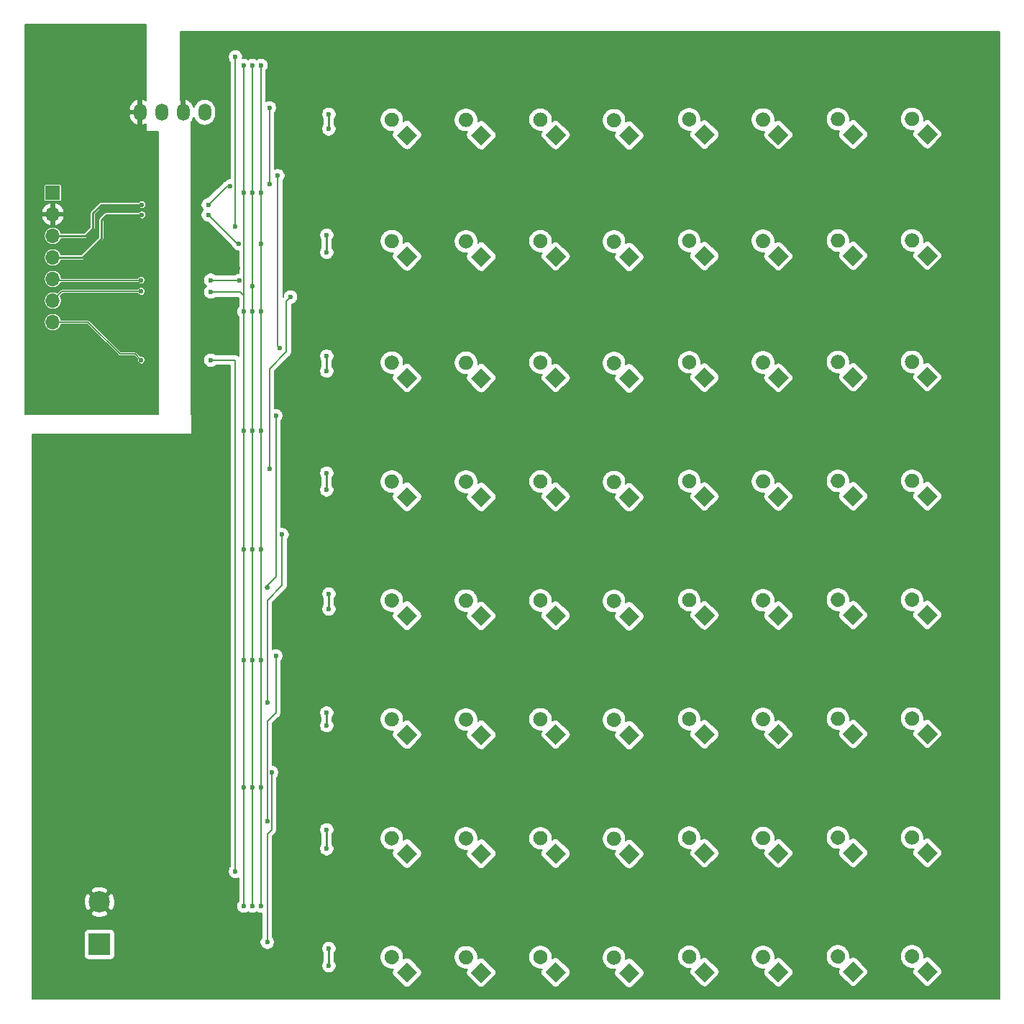
<source format=gbl>
%TF.GenerationSoftware,KiCad,Pcbnew,5.1.6*%
%TF.CreationDate,2020-06-23T23:05:21+02:00*%
%TF.ProjectId,NeonMatrix,4e656f6e-4d61-4747-9269-782e6b696361,rev?*%
%TF.SameCoordinates,Original*%
%TF.FileFunction,Copper,L2,Bot*%
%TF.FilePolarity,Positive*%
%FSLAX46Y46*%
G04 Gerber Fmt 4.6, Leading zero omitted, Abs format (unit mm)*
G04 Created by KiCad (PCBNEW 5.1.6) date 2020-06-23 23:05:21*
%MOMM*%
%LPD*%
G01*
G04 APERTURE LIST*
%TA.AperFunction,ComponentPad*%
%ADD10O,1.700000X1.700000*%
%TD*%
%TA.AperFunction,ComponentPad*%
%ADD11R,1.700000X1.700000*%
%TD*%
%TA.AperFunction,ComponentPad*%
%ADD12C,0.100000*%
%TD*%
%TA.AperFunction,ComponentPad*%
%ADD13O,1.500000X2.000000*%
%TD*%
%TA.AperFunction,ComponentPad*%
%ADD14C,2.500000*%
%TD*%
%TA.AperFunction,ComponentPad*%
%ADD15R,2.500000X2.500000*%
%TD*%
%TA.AperFunction,ViaPad*%
%ADD16C,0.600000*%
%TD*%
%TA.AperFunction,Conductor*%
%ADD17C,0.250000*%
%TD*%
%TA.AperFunction,Conductor*%
%ADD18C,0.127000*%
%TD*%
G04 APERTURE END LIST*
D10*
%TO.P,J2,7*%
%TO.N,/ISO_DATAOUT*%
X151500000Y-66220000D03*
%TO.P,J2,6*%
%TO.N,/ISO_OE*%
X151500000Y-63680000D03*
%TO.P,J2,5*%
%TO.N,/ISO_LATCH*%
X151500000Y-61140000D03*
%TO.P,J2,4*%
%TO.N,/ISO_SCK*%
X151500000Y-58600000D03*
%TO.P,J2,3*%
%TO.N,/ISO_DATAIN*%
X151500000Y-56060000D03*
%TO.P,J2,2*%
%TO.N,/ISO_GND*%
X151500000Y-53520000D03*
D11*
%TO.P,J2,1*%
%TO.N,/ISO_5V*%
X151500000Y-50980000D03*
%TD*%
%TO.P,NE64,2*%
%TO.N,LINE*%
%TA.AperFunction,ComponentPad*%
G36*
G01*
X252063247Y-141494428D02*
X252063247Y-141494428D01*
G75*
G02*
X252063247Y-140292346I601041J601041D01*
G01*
X252063247Y-140292346D01*
G75*
G02*
X253265329Y-140292346I601041J-601041D01*
G01*
X253265329Y-140292346D01*
G75*
G02*
X253265329Y-141494428I-601041J-601041D01*
G01*
X253265329Y-141494428D01*
G75*
G02*
X252063247Y-141494428I-601041J601041D01*
G01*
G37*
%TD.AperFunction*%
%TA.AperFunction,ComponentPad*%
D12*
%TO.P,NE64,1*%
%TO.N,Net-(NE64-Pad1)*%
G36*
X254460339Y-143891520D02*
G01*
X253258257Y-142689438D01*
X254460339Y-141487356D01*
X255662421Y-142689438D01*
X254460339Y-143891520D01*
G37*
%TD.AperFunction*%
%TD*%
%TO.P,NE63,2*%
%TO.N,LINE*%
%TA.AperFunction,ComponentPad*%
G36*
G01*
X243332667Y-141506560D02*
X243332667Y-141506560D01*
G75*
G02*
X243332667Y-140304478I601041J601041D01*
G01*
X243332667Y-140304478D01*
G75*
G02*
X244534749Y-140304478I601041J-601041D01*
G01*
X244534749Y-140304478D01*
G75*
G02*
X244534749Y-141506560I-601041J-601041D01*
G01*
X244534749Y-141506560D01*
G75*
G02*
X243332667Y-141506560I-601041J601041D01*
G01*
G37*
%TD.AperFunction*%
%TA.AperFunction,ComponentPad*%
%TO.P,NE63,1*%
%TO.N,Net-(NE63-Pad1)*%
G36*
X245729759Y-143903652D02*
G01*
X244527677Y-142701570D01*
X245729759Y-141499488D01*
X246931841Y-142701570D01*
X245729759Y-143903652D01*
G37*
%TD.AperFunction*%
%TD*%
%TO.P,NE62,2*%
%TO.N,LINE*%
%TA.AperFunction,ComponentPad*%
G36*
G01*
X234519780Y-141567113D02*
X234519780Y-141567113D01*
G75*
G02*
X234519780Y-140365031I601041J601041D01*
G01*
X234519780Y-140365031D01*
G75*
G02*
X235721862Y-140365031I601041J-601041D01*
G01*
X235721862Y-140365031D01*
G75*
G02*
X235721862Y-141567113I-601041J-601041D01*
G01*
X235721862Y-141567113D01*
G75*
G02*
X234519780Y-141567113I-601041J601041D01*
G01*
G37*
%TD.AperFunction*%
%TA.AperFunction,ComponentPad*%
%TO.P,NE62,1*%
%TO.N,Net-(NE62-Pad1)*%
G36*
X236916872Y-143964205D02*
G01*
X235714790Y-142762123D01*
X236916872Y-141560041D01*
X238118954Y-142762123D01*
X236916872Y-143964205D01*
G37*
%TD.AperFunction*%
%TD*%
%TO.P,NE61,2*%
%TO.N,LINE*%
%TA.AperFunction,ComponentPad*%
G36*
G01*
X225827029Y-141537753D02*
X225827029Y-141537753D01*
G75*
G02*
X225827029Y-140335671I601041J601041D01*
G01*
X225827029Y-140335671D01*
G75*
G02*
X227029111Y-140335671I601041J-601041D01*
G01*
X227029111Y-140335671D01*
G75*
G02*
X227029111Y-141537753I-601041J-601041D01*
G01*
X227029111Y-141537753D01*
G75*
G02*
X225827029Y-141537753I-601041J601041D01*
G01*
G37*
%TD.AperFunction*%
%TA.AperFunction,ComponentPad*%
%TO.P,NE61,1*%
%TO.N,Net-(NE61-Pad1)*%
G36*
X228224121Y-143934845D02*
G01*
X227022039Y-142732763D01*
X228224121Y-141530681D01*
X229426203Y-142732763D01*
X228224121Y-143934845D01*
G37*
%TD.AperFunction*%
%TD*%
%TO.P,NE60,2*%
%TO.N,LINE*%
%TA.AperFunction,ComponentPad*%
G36*
G01*
X216960160Y-141645972D02*
X216960160Y-141645972D01*
G75*
G02*
X216960160Y-140443890I601041J601041D01*
G01*
X216960160Y-140443890D01*
G75*
G02*
X218162242Y-140443890I601041J-601041D01*
G01*
X218162242Y-140443890D01*
G75*
G02*
X218162242Y-141645972I-601041J-601041D01*
G01*
X218162242Y-141645972D01*
G75*
G02*
X216960160Y-141645972I-601041J601041D01*
G01*
G37*
%TD.AperFunction*%
%TA.AperFunction,ComponentPad*%
%TO.P,NE60,1*%
%TO.N,Net-(NE60-Pad1)*%
G36*
X219357252Y-144043064D02*
G01*
X218155170Y-142840982D01*
X219357252Y-141638900D01*
X220559334Y-142840982D01*
X219357252Y-144043064D01*
G37*
%TD.AperFunction*%
%TD*%
%TO.P,NE59,2*%
%TO.N,LINE*%
%TA.AperFunction,ComponentPad*%
G36*
G01*
X208303627Y-141576230D02*
X208303627Y-141576230D01*
G75*
G02*
X208303627Y-140374148I601041J601041D01*
G01*
X208303627Y-140374148D01*
G75*
G02*
X209505709Y-140374148I601041J-601041D01*
G01*
X209505709Y-140374148D01*
G75*
G02*
X209505709Y-141576230I-601041J-601041D01*
G01*
X209505709Y-141576230D01*
G75*
G02*
X208303627Y-141576230I-601041J601041D01*
G01*
G37*
%TD.AperFunction*%
%TA.AperFunction,ComponentPad*%
%TO.P,NE59,1*%
%TO.N,Net-(NE59-Pad1)*%
G36*
X210700719Y-143973322D02*
G01*
X209498637Y-142771240D01*
X210700719Y-141569158D01*
X211902801Y-142771240D01*
X210700719Y-143973322D01*
G37*
%TD.AperFunction*%
%TD*%
%TO.P,NE58,2*%
%TO.N,LINE*%
%TA.AperFunction,ComponentPad*%
G36*
G01*
X199542069Y-141603545D02*
X199542069Y-141603545D01*
G75*
G02*
X199542069Y-140401463I601041J601041D01*
G01*
X199542069Y-140401463D01*
G75*
G02*
X200744151Y-140401463I601041J-601041D01*
G01*
X200744151Y-140401463D01*
G75*
G02*
X200744151Y-141603545I-601041J-601041D01*
G01*
X200744151Y-141603545D01*
G75*
G02*
X199542069Y-141603545I-601041J601041D01*
G01*
G37*
%TD.AperFunction*%
%TA.AperFunction,ComponentPad*%
%TO.P,NE58,1*%
%TO.N,Net-(NE58-Pad1)*%
G36*
X201939161Y-144000637D02*
G01*
X200737079Y-142798555D01*
X201939161Y-141596473D01*
X203141243Y-142798555D01*
X201939161Y-144000637D01*
G37*
%TD.AperFunction*%
%TD*%
%TO.P,NE57,2*%
%TO.N,LINE*%
%TA.AperFunction,ComponentPad*%
G36*
G01*
X190802908Y-141584990D02*
X190802908Y-141584990D01*
G75*
G02*
X190802908Y-140382908I601041J601041D01*
G01*
X190802908Y-140382908D01*
G75*
G02*
X192004990Y-140382908I601041J-601041D01*
G01*
X192004990Y-140382908D01*
G75*
G02*
X192004990Y-141584990I-601041J-601041D01*
G01*
X192004990Y-141584990D01*
G75*
G02*
X190802908Y-141584990I-601041J601041D01*
G01*
G37*
%TD.AperFunction*%
%TA.AperFunction,ComponentPad*%
%TO.P,NE57,1*%
%TO.N,Net-(NE57-Pad1)*%
G36*
X193200000Y-143982082D02*
G01*
X191997918Y-142780000D01*
X193200000Y-141577918D01*
X194402082Y-142780000D01*
X193200000Y-143982082D01*
G37*
%TD.AperFunction*%
%TD*%
%TO.P,NE56,2*%
%TO.N,LINE*%
%TA.AperFunction,ComponentPad*%
G36*
G01*
X252063247Y-127494428D02*
X252063247Y-127494428D01*
G75*
G02*
X252063247Y-126292346I601041J601041D01*
G01*
X252063247Y-126292346D01*
G75*
G02*
X253265329Y-126292346I601041J-601041D01*
G01*
X253265329Y-126292346D01*
G75*
G02*
X253265329Y-127494428I-601041J-601041D01*
G01*
X253265329Y-127494428D01*
G75*
G02*
X252063247Y-127494428I-601041J601041D01*
G01*
G37*
%TD.AperFunction*%
%TA.AperFunction,ComponentPad*%
%TO.P,NE56,1*%
%TO.N,Net-(NE56-Pad1)*%
G36*
X254460339Y-129891520D02*
G01*
X253258257Y-128689438D01*
X254460339Y-127487356D01*
X255662421Y-128689438D01*
X254460339Y-129891520D01*
G37*
%TD.AperFunction*%
%TD*%
%TO.P,NE55,2*%
%TO.N,LINE*%
%TA.AperFunction,ComponentPad*%
G36*
G01*
X243332667Y-127506560D02*
X243332667Y-127506560D01*
G75*
G02*
X243332667Y-126304478I601041J601041D01*
G01*
X243332667Y-126304478D01*
G75*
G02*
X244534749Y-126304478I601041J-601041D01*
G01*
X244534749Y-126304478D01*
G75*
G02*
X244534749Y-127506560I-601041J-601041D01*
G01*
X244534749Y-127506560D01*
G75*
G02*
X243332667Y-127506560I-601041J601041D01*
G01*
G37*
%TD.AperFunction*%
%TA.AperFunction,ComponentPad*%
%TO.P,NE55,1*%
%TO.N,Net-(NE55-Pad1)*%
G36*
X245729759Y-129903652D02*
G01*
X244527677Y-128701570D01*
X245729759Y-127499488D01*
X246931841Y-128701570D01*
X245729759Y-129903652D01*
G37*
%TD.AperFunction*%
%TD*%
%TO.P,NE54,2*%
%TO.N,LINE*%
%TA.AperFunction,ComponentPad*%
G36*
G01*
X234519780Y-127567113D02*
X234519780Y-127567113D01*
G75*
G02*
X234519780Y-126365031I601041J601041D01*
G01*
X234519780Y-126365031D01*
G75*
G02*
X235721862Y-126365031I601041J-601041D01*
G01*
X235721862Y-126365031D01*
G75*
G02*
X235721862Y-127567113I-601041J-601041D01*
G01*
X235721862Y-127567113D01*
G75*
G02*
X234519780Y-127567113I-601041J601041D01*
G01*
G37*
%TD.AperFunction*%
%TA.AperFunction,ComponentPad*%
%TO.P,NE54,1*%
%TO.N,Net-(NE54-Pad1)*%
G36*
X236916872Y-129964205D02*
G01*
X235714790Y-128762123D01*
X236916872Y-127560041D01*
X238118954Y-128762123D01*
X236916872Y-129964205D01*
G37*
%TD.AperFunction*%
%TD*%
%TO.P,NE53,2*%
%TO.N,LINE*%
%TA.AperFunction,ComponentPad*%
G36*
G01*
X225827029Y-127537753D02*
X225827029Y-127537753D01*
G75*
G02*
X225827029Y-126335671I601041J601041D01*
G01*
X225827029Y-126335671D01*
G75*
G02*
X227029111Y-126335671I601041J-601041D01*
G01*
X227029111Y-126335671D01*
G75*
G02*
X227029111Y-127537753I-601041J-601041D01*
G01*
X227029111Y-127537753D01*
G75*
G02*
X225827029Y-127537753I-601041J601041D01*
G01*
G37*
%TD.AperFunction*%
%TA.AperFunction,ComponentPad*%
%TO.P,NE53,1*%
%TO.N,Net-(NE53-Pad1)*%
G36*
X228224121Y-129934845D02*
G01*
X227022039Y-128732763D01*
X228224121Y-127530681D01*
X229426203Y-128732763D01*
X228224121Y-129934845D01*
G37*
%TD.AperFunction*%
%TD*%
%TO.P,NE52,2*%
%TO.N,LINE*%
%TA.AperFunction,ComponentPad*%
G36*
G01*
X216960160Y-127645972D02*
X216960160Y-127645972D01*
G75*
G02*
X216960160Y-126443890I601041J601041D01*
G01*
X216960160Y-126443890D01*
G75*
G02*
X218162242Y-126443890I601041J-601041D01*
G01*
X218162242Y-126443890D01*
G75*
G02*
X218162242Y-127645972I-601041J-601041D01*
G01*
X218162242Y-127645972D01*
G75*
G02*
X216960160Y-127645972I-601041J601041D01*
G01*
G37*
%TD.AperFunction*%
%TA.AperFunction,ComponentPad*%
%TO.P,NE52,1*%
%TO.N,Net-(NE52-Pad1)*%
G36*
X219357252Y-130043064D02*
G01*
X218155170Y-128840982D01*
X219357252Y-127638900D01*
X220559334Y-128840982D01*
X219357252Y-130043064D01*
G37*
%TD.AperFunction*%
%TD*%
%TO.P,NE51,2*%
%TO.N,LINE*%
%TA.AperFunction,ComponentPad*%
G36*
G01*
X208303627Y-127576230D02*
X208303627Y-127576230D01*
G75*
G02*
X208303627Y-126374148I601041J601041D01*
G01*
X208303627Y-126374148D01*
G75*
G02*
X209505709Y-126374148I601041J-601041D01*
G01*
X209505709Y-126374148D01*
G75*
G02*
X209505709Y-127576230I-601041J-601041D01*
G01*
X209505709Y-127576230D01*
G75*
G02*
X208303627Y-127576230I-601041J601041D01*
G01*
G37*
%TD.AperFunction*%
%TA.AperFunction,ComponentPad*%
%TO.P,NE51,1*%
%TO.N,Net-(NE51-Pad1)*%
G36*
X210700719Y-129973322D02*
G01*
X209498637Y-128771240D01*
X210700719Y-127569158D01*
X211902801Y-128771240D01*
X210700719Y-129973322D01*
G37*
%TD.AperFunction*%
%TD*%
%TO.P,NE50,2*%
%TO.N,LINE*%
%TA.AperFunction,ComponentPad*%
G36*
G01*
X199542069Y-127603545D02*
X199542069Y-127603545D01*
G75*
G02*
X199542069Y-126401463I601041J601041D01*
G01*
X199542069Y-126401463D01*
G75*
G02*
X200744151Y-126401463I601041J-601041D01*
G01*
X200744151Y-126401463D01*
G75*
G02*
X200744151Y-127603545I-601041J-601041D01*
G01*
X200744151Y-127603545D01*
G75*
G02*
X199542069Y-127603545I-601041J601041D01*
G01*
G37*
%TD.AperFunction*%
%TA.AperFunction,ComponentPad*%
%TO.P,NE50,1*%
%TO.N,Net-(NE50-Pad1)*%
G36*
X201939161Y-130000637D02*
G01*
X200737079Y-128798555D01*
X201939161Y-127596473D01*
X203141243Y-128798555D01*
X201939161Y-130000637D01*
G37*
%TD.AperFunction*%
%TD*%
%TO.P,NE49,2*%
%TO.N,LINE*%
%TA.AperFunction,ComponentPad*%
G36*
G01*
X190802908Y-127584990D02*
X190802908Y-127584990D01*
G75*
G02*
X190802908Y-126382908I601041J601041D01*
G01*
X190802908Y-126382908D01*
G75*
G02*
X192004990Y-126382908I601041J-601041D01*
G01*
X192004990Y-126382908D01*
G75*
G02*
X192004990Y-127584990I-601041J-601041D01*
G01*
X192004990Y-127584990D01*
G75*
G02*
X190802908Y-127584990I-601041J601041D01*
G01*
G37*
%TD.AperFunction*%
%TA.AperFunction,ComponentPad*%
%TO.P,NE49,1*%
%TO.N,Net-(NE49-Pad1)*%
G36*
X193200000Y-129982082D02*
G01*
X191997918Y-128780000D01*
X193200000Y-127577918D01*
X194402082Y-128780000D01*
X193200000Y-129982082D01*
G37*
%TD.AperFunction*%
%TD*%
%TO.P,NE48,2*%
%TO.N,LINE*%
%TA.AperFunction,ComponentPad*%
G36*
G01*
X252063247Y-113494428D02*
X252063247Y-113494428D01*
G75*
G02*
X252063247Y-112292346I601041J601041D01*
G01*
X252063247Y-112292346D01*
G75*
G02*
X253265329Y-112292346I601041J-601041D01*
G01*
X253265329Y-112292346D01*
G75*
G02*
X253265329Y-113494428I-601041J-601041D01*
G01*
X253265329Y-113494428D01*
G75*
G02*
X252063247Y-113494428I-601041J601041D01*
G01*
G37*
%TD.AperFunction*%
%TA.AperFunction,ComponentPad*%
%TO.P,NE48,1*%
%TO.N,Net-(NE48-Pad1)*%
G36*
X254460339Y-115891520D02*
G01*
X253258257Y-114689438D01*
X254460339Y-113487356D01*
X255662421Y-114689438D01*
X254460339Y-115891520D01*
G37*
%TD.AperFunction*%
%TD*%
%TO.P,NE47,2*%
%TO.N,LINE*%
%TA.AperFunction,ComponentPad*%
G36*
G01*
X243332667Y-113506560D02*
X243332667Y-113506560D01*
G75*
G02*
X243332667Y-112304478I601041J601041D01*
G01*
X243332667Y-112304478D01*
G75*
G02*
X244534749Y-112304478I601041J-601041D01*
G01*
X244534749Y-112304478D01*
G75*
G02*
X244534749Y-113506560I-601041J-601041D01*
G01*
X244534749Y-113506560D01*
G75*
G02*
X243332667Y-113506560I-601041J601041D01*
G01*
G37*
%TD.AperFunction*%
%TA.AperFunction,ComponentPad*%
%TO.P,NE47,1*%
%TO.N,Net-(NE47-Pad1)*%
G36*
X245729759Y-115903652D02*
G01*
X244527677Y-114701570D01*
X245729759Y-113499488D01*
X246931841Y-114701570D01*
X245729759Y-115903652D01*
G37*
%TD.AperFunction*%
%TD*%
%TO.P,NE46,2*%
%TO.N,LINE*%
%TA.AperFunction,ComponentPad*%
G36*
G01*
X234519780Y-113567113D02*
X234519780Y-113567113D01*
G75*
G02*
X234519780Y-112365031I601041J601041D01*
G01*
X234519780Y-112365031D01*
G75*
G02*
X235721862Y-112365031I601041J-601041D01*
G01*
X235721862Y-112365031D01*
G75*
G02*
X235721862Y-113567113I-601041J-601041D01*
G01*
X235721862Y-113567113D01*
G75*
G02*
X234519780Y-113567113I-601041J601041D01*
G01*
G37*
%TD.AperFunction*%
%TA.AperFunction,ComponentPad*%
%TO.P,NE46,1*%
%TO.N,Net-(NE46-Pad1)*%
G36*
X236916872Y-115964205D02*
G01*
X235714790Y-114762123D01*
X236916872Y-113560041D01*
X238118954Y-114762123D01*
X236916872Y-115964205D01*
G37*
%TD.AperFunction*%
%TD*%
%TO.P,NE45,2*%
%TO.N,LINE*%
%TA.AperFunction,ComponentPad*%
G36*
G01*
X225827029Y-113537753D02*
X225827029Y-113537753D01*
G75*
G02*
X225827029Y-112335671I601041J601041D01*
G01*
X225827029Y-112335671D01*
G75*
G02*
X227029111Y-112335671I601041J-601041D01*
G01*
X227029111Y-112335671D01*
G75*
G02*
X227029111Y-113537753I-601041J-601041D01*
G01*
X227029111Y-113537753D01*
G75*
G02*
X225827029Y-113537753I-601041J601041D01*
G01*
G37*
%TD.AperFunction*%
%TA.AperFunction,ComponentPad*%
%TO.P,NE45,1*%
%TO.N,Net-(NE45-Pad1)*%
G36*
X228224121Y-115934845D02*
G01*
X227022039Y-114732763D01*
X228224121Y-113530681D01*
X229426203Y-114732763D01*
X228224121Y-115934845D01*
G37*
%TD.AperFunction*%
%TD*%
%TO.P,NE44,2*%
%TO.N,LINE*%
%TA.AperFunction,ComponentPad*%
G36*
G01*
X216960160Y-113645972D02*
X216960160Y-113645972D01*
G75*
G02*
X216960160Y-112443890I601041J601041D01*
G01*
X216960160Y-112443890D01*
G75*
G02*
X218162242Y-112443890I601041J-601041D01*
G01*
X218162242Y-112443890D01*
G75*
G02*
X218162242Y-113645972I-601041J-601041D01*
G01*
X218162242Y-113645972D01*
G75*
G02*
X216960160Y-113645972I-601041J601041D01*
G01*
G37*
%TD.AperFunction*%
%TA.AperFunction,ComponentPad*%
%TO.P,NE44,1*%
%TO.N,Net-(NE44-Pad1)*%
G36*
X219357252Y-116043064D02*
G01*
X218155170Y-114840982D01*
X219357252Y-113638900D01*
X220559334Y-114840982D01*
X219357252Y-116043064D01*
G37*
%TD.AperFunction*%
%TD*%
%TO.P,NE43,2*%
%TO.N,LINE*%
%TA.AperFunction,ComponentPad*%
G36*
G01*
X208303627Y-113576230D02*
X208303627Y-113576230D01*
G75*
G02*
X208303627Y-112374148I601041J601041D01*
G01*
X208303627Y-112374148D01*
G75*
G02*
X209505709Y-112374148I601041J-601041D01*
G01*
X209505709Y-112374148D01*
G75*
G02*
X209505709Y-113576230I-601041J-601041D01*
G01*
X209505709Y-113576230D01*
G75*
G02*
X208303627Y-113576230I-601041J601041D01*
G01*
G37*
%TD.AperFunction*%
%TA.AperFunction,ComponentPad*%
%TO.P,NE43,1*%
%TO.N,Net-(NE43-Pad1)*%
G36*
X210700719Y-115973322D02*
G01*
X209498637Y-114771240D01*
X210700719Y-113569158D01*
X211902801Y-114771240D01*
X210700719Y-115973322D01*
G37*
%TD.AperFunction*%
%TD*%
%TO.P,NE42,2*%
%TO.N,LINE*%
%TA.AperFunction,ComponentPad*%
G36*
G01*
X199542069Y-113603545D02*
X199542069Y-113603545D01*
G75*
G02*
X199542069Y-112401463I601041J601041D01*
G01*
X199542069Y-112401463D01*
G75*
G02*
X200744151Y-112401463I601041J-601041D01*
G01*
X200744151Y-112401463D01*
G75*
G02*
X200744151Y-113603545I-601041J-601041D01*
G01*
X200744151Y-113603545D01*
G75*
G02*
X199542069Y-113603545I-601041J601041D01*
G01*
G37*
%TD.AperFunction*%
%TA.AperFunction,ComponentPad*%
%TO.P,NE42,1*%
%TO.N,Net-(NE42-Pad1)*%
G36*
X201939161Y-116000637D02*
G01*
X200737079Y-114798555D01*
X201939161Y-113596473D01*
X203141243Y-114798555D01*
X201939161Y-116000637D01*
G37*
%TD.AperFunction*%
%TD*%
%TO.P,NE41,2*%
%TO.N,LINE*%
%TA.AperFunction,ComponentPad*%
G36*
G01*
X190802908Y-113584990D02*
X190802908Y-113584990D01*
G75*
G02*
X190802908Y-112382908I601041J601041D01*
G01*
X190802908Y-112382908D01*
G75*
G02*
X192004990Y-112382908I601041J-601041D01*
G01*
X192004990Y-112382908D01*
G75*
G02*
X192004990Y-113584990I-601041J-601041D01*
G01*
X192004990Y-113584990D01*
G75*
G02*
X190802908Y-113584990I-601041J601041D01*
G01*
G37*
%TD.AperFunction*%
%TA.AperFunction,ComponentPad*%
%TO.P,NE41,1*%
%TO.N,Net-(NE41-Pad1)*%
G36*
X193200000Y-115982082D02*
G01*
X191997918Y-114780000D01*
X193200000Y-113577918D01*
X194402082Y-114780000D01*
X193200000Y-115982082D01*
G37*
%TD.AperFunction*%
%TD*%
%TO.P,NE40,2*%
%TO.N,LINE*%
%TA.AperFunction,ComponentPad*%
G36*
G01*
X252063247Y-99494428D02*
X252063247Y-99494428D01*
G75*
G02*
X252063247Y-98292346I601041J601041D01*
G01*
X252063247Y-98292346D01*
G75*
G02*
X253265329Y-98292346I601041J-601041D01*
G01*
X253265329Y-98292346D01*
G75*
G02*
X253265329Y-99494428I-601041J-601041D01*
G01*
X253265329Y-99494428D01*
G75*
G02*
X252063247Y-99494428I-601041J601041D01*
G01*
G37*
%TD.AperFunction*%
%TA.AperFunction,ComponentPad*%
%TO.P,NE40,1*%
%TO.N,Net-(NE40-Pad1)*%
G36*
X254460339Y-101891520D02*
G01*
X253258257Y-100689438D01*
X254460339Y-99487356D01*
X255662421Y-100689438D01*
X254460339Y-101891520D01*
G37*
%TD.AperFunction*%
%TD*%
%TO.P,NE39,2*%
%TO.N,LINE*%
%TA.AperFunction,ComponentPad*%
G36*
G01*
X243332667Y-99506560D02*
X243332667Y-99506560D01*
G75*
G02*
X243332667Y-98304478I601041J601041D01*
G01*
X243332667Y-98304478D01*
G75*
G02*
X244534749Y-98304478I601041J-601041D01*
G01*
X244534749Y-98304478D01*
G75*
G02*
X244534749Y-99506560I-601041J-601041D01*
G01*
X244534749Y-99506560D01*
G75*
G02*
X243332667Y-99506560I-601041J601041D01*
G01*
G37*
%TD.AperFunction*%
%TA.AperFunction,ComponentPad*%
%TO.P,NE39,1*%
%TO.N,Net-(NE39-Pad1)*%
G36*
X245729759Y-101903652D02*
G01*
X244527677Y-100701570D01*
X245729759Y-99499488D01*
X246931841Y-100701570D01*
X245729759Y-101903652D01*
G37*
%TD.AperFunction*%
%TD*%
%TO.P,NE38,2*%
%TO.N,LINE*%
%TA.AperFunction,ComponentPad*%
G36*
G01*
X234519780Y-99567113D02*
X234519780Y-99567113D01*
G75*
G02*
X234519780Y-98365031I601041J601041D01*
G01*
X234519780Y-98365031D01*
G75*
G02*
X235721862Y-98365031I601041J-601041D01*
G01*
X235721862Y-98365031D01*
G75*
G02*
X235721862Y-99567113I-601041J-601041D01*
G01*
X235721862Y-99567113D01*
G75*
G02*
X234519780Y-99567113I-601041J601041D01*
G01*
G37*
%TD.AperFunction*%
%TA.AperFunction,ComponentPad*%
%TO.P,NE38,1*%
%TO.N,Net-(NE38-Pad1)*%
G36*
X236916872Y-101964205D02*
G01*
X235714790Y-100762123D01*
X236916872Y-99560041D01*
X238118954Y-100762123D01*
X236916872Y-101964205D01*
G37*
%TD.AperFunction*%
%TD*%
%TO.P,NE37,2*%
%TO.N,LINE*%
%TA.AperFunction,ComponentPad*%
G36*
G01*
X225827029Y-99537753D02*
X225827029Y-99537753D01*
G75*
G02*
X225827029Y-98335671I601041J601041D01*
G01*
X225827029Y-98335671D01*
G75*
G02*
X227029111Y-98335671I601041J-601041D01*
G01*
X227029111Y-98335671D01*
G75*
G02*
X227029111Y-99537753I-601041J-601041D01*
G01*
X227029111Y-99537753D01*
G75*
G02*
X225827029Y-99537753I-601041J601041D01*
G01*
G37*
%TD.AperFunction*%
%TA.AperFunction,ComponentPad*%
%TO.P,NE37,1*%
%TO.N,Net-(NE37-Pad1)*%
G36*
X228224121Y-101934845D02*
G01*
X227022039Y-100732763D01*
X228224121Y-99530681D01*
X229426203Y-100732763D01*
X228224121Y-101934845D01*
G37*
%TD.AperFunction*%
%TD*%
%TO.P,NE36,2*%
%TO.N,LINE*%
%TA.AperFunction,ComponentPad*%
G36*
G01*
X216960160Y-99645972D02*
X216960160Y-99645972D01*
G75*
G02*
X216960160Y-98443890I601041J601041D01*
G01*
X216960160Y-98443890D01*
G75*
G02*
X218162242Y-98443890I601041J-601041D01*
G01*
X218162242Y-98443890D01*
G75*
G02*
X218162242Y-99645972I-601041J-601041D01*
G01*
X218162242Y-99645972D01*
G75*
G02*
X216960160Y-99645972I-601041J601041D01*
G01*
G37*
%TD.AperFunction*%
%TA.AperFunction,ComponentPad*%
%TO.P,NE36,1*%
%TO.N,Net-(NE36-Pad1)*%
G36*
X219357252Y-102043064D02*
G01*
X218155170Y-100840982D01*
X219357252Y-99638900D01*
X220559334Y-100840982D01*
X219357252Y-102043064D01*
G37*
%TD.AperFunction*%
%TD*%
%TO.P,NE35,2*%
%TO.N,LINE*%
%TA.AperFunction,ComponentPad*%
G36*
G01*
X208303627Y-99576230D02*
X208303627Y-99576230D01*
G75*
G02*
X208303627Y-98374148I601041J601041D01*
G01*
X208303627Y-98374148D01*
G75*
G02*
X209505709Y-98374148I601041J-601041D01*
G01*
X209505709Y-98374148D01*
G75*
G02*
X209505709Y-99576230I-601041J-601041D01*
G01*
X209505709Y-99576230D01*
G75*
G02*
X208303627Y-99576230I-601041J601041D01*
G01*
G37*
%TD.AperFunction*%
%TA.AperFunction,ComponentPad*%
%TO.P,NE35,1*%
%TO.N,Net-(NE35-Pad1)*%
G36*
X210700719Y-101973322D02*
G01*
X209498637Y-100771240D01*
X210700719Y-99569158D01*
X211902801Y-100771240D01*
X210700719Y-101973322D01*
G37*
%TD.AperFunction*%
%TD*%
%TO.P,NE34,2*%
%TO.N,LINE*%
%TA.AperFunction,ComponentPad*%
G36*
G01*
X199542069Y-99603545D02*
X199542069Y-99603545D01*
G75*
G02*
X199542069Y-98401463I601041J601041D01*
G01*
X199542069Y-98401463D01*
G75*
G02*
X200744151Y-98401463I601041J-601041D01*
G01*
X200744151Y-98401463D01*
G75*
G02*
X200744151Y-99603545I-601041J-601041D01*
G01*
X200744151Y-99603545D01*
G75*
G02*
X199542069Y-99603545I-601041J601041D01*
G01*
G37*
%TD.AperFunction*%
%TA.AperFunction,ComponentPad*%
%TO.P,NE34,1*%
%TO.N,Net-(NE34-Pad1)*%
G36*
X201939161Y-102000637D02*
G01*
X200737079Y-100798555D01*
X201939161Y-99596473D01*
X203141243Y-100798555D01*
X201939161Y-102000637D01*
G37*
%TD.AperFunction*%
%TD*%
%TO.P,NE33,2*%
%TO.N,LINE*%
%TA.AperFunction,ComponentPad*%
G36*
G01*
X190802908Y-99584990D02*
X190802908Y-99584990D01*
G75*
G02*
X190802908Y-98382908I601041J601041D01*
G01*
X190802908Y-98382908D01*
G75*
G02*
X192004990Y-98382908I601041J-601041D01*
G01*
X192004990Y-98382908D01*
G75*
G02*
X192004990Y-99584990I-601041J-601041D01*
G01*
X192004990Y-99584990D01*
G75*
G02*
X190802908Y-99584990I-601041J601041D01*
G01*
G37*
%TD.AperFunction*%
%TA.AperFunction,ComponentPad*%
%TO.P,NE33,1*%
%TO.N,Net-(NE33-Pad1)*%
G36*
X193200000Y-101982082D02*
G01*
X191997918Y-100780000D01*
X193200000Y-99577918D01*
X194402082Y-100780000D01*
X193200000Y-101982082D01*
G37*
%TD.AperFunction*%
%TD*%
%TO.P,NE32,2*%
%TO.N,LINE*%
%TA.AperFunction,ComponentPad*%
G36*
G01*
X252063247Y-85494428D02*
X252063247Y-85494428D01*
G75*
G02*
X252063247Y-84292346I601041J601041D01*
G01*
X252063247Y-84292346D01*
G75*
G02*
X253265329Y-84292346I601041J-601041D01*
G01*
X253265329Y-84292346D01*
G75*
G02*
X253265329Y-85494428I-601041J-601041D01*
G01*
X253265329Y-85494428D01*
G75*
G02*
X252063247Y-85494428I-601041J601041D01*
G01*
G37*
%TD.AperFunction*%
%TA.AperFunction,ComponentPad*%
%TO.P,NE32,1*%
%TO.N,Net-(NE32-Pad1)*%
G36*
X254460339Y-87891520D02*
G01*
X253258257Y-86689438D01*
X254460339Y-85487356D01*
X255662421Y-86689438D01*
X254460339Y-87891520D01*
G37*
%TD.AperFunction*%
%TD*%
%TO.P,NE31,2*%
%TO.N,LINE*%
%TA.AperFunction,ComponentPad*%
G36*
G01*
X243332667Y-85506560D02*
X243332667Y-85506560D01*
G75*
G02*
X243332667Y-84304478I601041J601041D01*
G01*
X243332667Y-84304478D01*
G75*
G02*
X244534749Y-84304478I601041J-601041D01*
G01*
X244534749Y-84304478D01*
G75*
G02*
X244534749Y-85506560I-601041J-601041D01*
G01*
X244534749Y-85506560D01*
G75*
G02*
X243332667Y-85506560I-601041J601041D01*
G01*
G37*
%TD.AperFunction*%
%TA.AperFunction,ComponentPad*%
%TO.P,NE31,1*%
%TO.N,Net-(NE31-Pad1)*%
G36*
X245729759Y-87903652D02*
G01*
X244527677Y-86701570D01*
X245729759Y-85499488D01*
X246931841Y-86701570D01*
X245729759Y-87903652D01*
G37*
%TD.AperFunction*%
%TD*%
%TO.P,NE30,2*%
%TO.N,LINE*%
%TA.AperFunction,ComponentPad*%
G36*
G01*
X234519780Y-85567113D02*
X234519780Y-85567113D01*
G75*
G02*
X234519780Y-84365031I601041J601041D01*
G01*
X234519780Y-84365031D01*
G75*
G02*
X235721862Y-84365031I601041J-601041D01*
G01*
X235721862Y-84365031D01*
G75*
G02*
X235721862Y-85567113I-601041J-601041D01*
G01*
X235721862Y-85567113D01*
G75*
G02*
X234519780Y-85567113I-601041J601041D01*
G01*
G37*
%TD.AperFunction*%
%TA.AperFunction,ComponentPad*%
%TO.P,NE30,1*%
%TO.N,Net-(NE30-Pad1)*%
G36*
X236916872Y-87964205D02*
G01*
X235714790Y-86762123D01*
X236916872Y-85560041D01*
X238118954Y-86762123D01*
X236916872Y-87964205D01*
G37*
%TD.AperFunction*%
%TD*%
%TO.P,NE29,2*%
%TO.N,LINE*%
%TA.AperFunction,ComponentPad*%
G36*
G01*
X225827029Y-85537753D02*
X225827029Y-85537753D01*
G75*
G02*
X225827029Y-84335671I601041J601041D01*
G01*
X225827029Y-84335671D01*
G75*
G02*
X227029111Y-84335671I601041J-601041D01*
G01*
X227029111Y-84335671D01*
G75*
G02*
X227029111Y-85537753I-601041J-601041D01*
G01*
X227029111Y-85537753D01*
G75*
G02*
X225827029Y-85537753I-601041J601041D01*
G01*
G37*
%TD.AperFunction*%
%TA.AperFunction,ComponentPad*%
%TO.P,NE29,1*%
%TO.N,Net-(NE29-Pad1)*%
G36*
X228224121Y-87934845D02*
G01*
X227022039Y-86732763D01*
X228224121Y-85530681D01*
X229426203Y-86732763D01*
X228224121Y-87934845D01*
G37*
%TD.AperFunction*%
%TD*%
%TO.P,NE28,2*%
%TO.N,LINE*%
%TA.AperFunction,ComponentPad*%
G36*
G01*
X216960160Y-85645972D02*
X216960160Y-85645972D01*
G75*
G02*
X216960160Y-84443890I601041J601041D01*
G01*
X216960160Y-84443890D01*
G75*
G02*
X218162242Y-84443890I601041J-601041D01*
G01*
X218162242Y-84443890D01*
G75*
G02*
X218162242Y-85645972I-601041J-601041D01*
G01*
X218162242Y-85645972D01*
G75*
G02*
X216960160Y-85645972I-601041J601041D01*
G01*
G37*
%TD.AperFunction*%
%TA.AperFunction,ComponentPad*%
%TO.P,NE28,1*%
%TO.N,Net-(NE28-Pad1)*%
G36*
X219357252Y-88043064D02*
G01*
X218155170Y-86840982D01*
X219357252Y-85638900D01*
X220559334Y-86840982D01*
X219357252Y-88043064D01*
G37*
%TD.AperFunction*%
%TD*%
%TO.P,NE27,2*%
%TO.N,LINE*%
%TA.AperFunction,ComponentPad*%
G36*
G01*
X208303627Y-85576230D02*
X208303627Y-85576230D01*
G75*
G02*
X208303627Y-84374148I601041J601041D01*
G01*
X208303627Y-84374148D01*
G75*
G02*
X209505709Y-84374148I601041J-601041D01*
G01*
X209505709Y-84374148D01*
G75*
G02*
X209505709Y-85576230I-601041J-601041D01*
G01*
X209505709Y-85576230D01*
G75*
G02*
X208303627Y-85576230I-601041J601041D01*
G01*
G37*
%TD.AperFunction*%
%TA.AperFunction,ComponentPad*%
%TO.P,NE27,1*%
%TO.N,Net-(NE27-Pad1)*%
G36*
X210700719Y-87973322D02*
G01*
X209498637Y-86771240D01*
X210700719Y-85569158D01*
X211902801Y-86771240D01*
X210700719Y-87973322D01*
G37*
%TD.AperFunction*%
%TD*%
%TO.P,NE26,2*%
%TO.N,LINE*%
%TA.AperFunction,ComponentPad*%
G36*
G01*
X199542069Y-85603545D02*
X199542069Y-85603545D01*
G75*
G02*
X199542069Y-84401463I601041J601041D01*
G01*
X199542069Y-84401463D01*
G75*
G02*
X200744151Y-84401463I601041J-601041D01*
G01*
X200744151Y-84401463D01*
G75*
G02*
X200744151Y-85603545I-601041J-601041D01*
G01*
X200744151Y-85603545D01*
G75*
G02*
X199542069Y-85603545I-601041J601041D01*
G01*
G37*
%TD.AperFunction*%
%TA.AperFunction,ComponentPad*%
%TO.P,NE26,1*%
%TO.N,Net-(NE26-Pad1)*%
G36*
X201939161Y-88000637D02*
G01*
X200737079Y-86798555D01*
X201939161Y-85596473D01*
X203141243Y-86798555D01*
X201939161Y-88000637D01*
G37*
%TD.AperFunction*%
%TD*%
%TO.P,NE25,2*%
%TO.N,LINE*%
%TA.AperFunction,ComponentPad*%
G36*
G01*
X190802908Y-85584990D02*
X190802908Y-85584990D01*
G75*
G02*
X190802908Y-84382908I601041J601041D01*
G01*
X190802908Y-84382908D01*
G75*
G02*
X192004990Y-84382908I601041J-601041D01*
G01*
X192004990Y-84382908D01*
G75*
G02*
X192004990Y-85584990I-601041J-601041D01*
G01*
X192004990Y-85584990D01*
G75*
G02*
X190802908Y-85584990I-601041J601041D01*
G01*
G37*
%TD.AperFunction*%
%TA.AperFunction,ComponentPad*%
%TO.P,NE25,1*%
%TO.N,Net-(NE25-Pad1)*%
G36*
X193200000Y-87982082D02*
G01*
X191997918Y-86780000D01*
X193200000Y-85577918D01*
X194402082Y-86780000D01*
X193200000Y-87982082D01*
G37*
%TD.AperFunction*%
%TD*%
%TO.P,NE24,2*%
%TO.N,LINE*%
%TA.AperFunction,ComponentPad*%
G36*
G01*
X252063247Y-71494428D02*
X252063247Y-71494428D01*
G75*
G02*
X252063247Y-70292346I601041J601041D01*
G01*
X252063247Y-70292346D01*
G75*
G02*
X253265329Y-70292346I601041J-601041D01*
G01*
X253265329Y-70292346D01*
G75*
G02*
X253265329Y-71494428I-601041J-601041D01*
G01*
X253265329Y-71494428D01*
G75*
G02*
X252063247Y-71494428I-601041J601041D01*
G01*
G37*
%TD.AperFunction*%
%TA.AperFunction,ComponentPad*%
%TO.P,NE24,1*%
%TO.N,Net-(NE24-Pad1)*%
G36*
X254460339Y-73891520D02*
G01*
X253258257Y-72689438D01*
X254460339Y-71487356D01*
X255662421Y-72689438D01*
X254460339Y-73891520D01*
G37*
%TD.AperFunction*%
%TD*%
%TO.P,NE23,2*%
%TO.N,LINE*%
%TA.AperFunction,ComponentPad*%
G36*
G01*
X243332667Y-71506560D02*
X243332667Y-71506560D01*
G75*
G02*
X243332667Y-70304478I601041J601041D01*
G01*
X243332667Y-70304478D01*
G75*
G02*
X244534749Y-70304478I601041J-601041D01*
G01*
X244534749Y-70304478D01*
G75*
G02*
X244534749Y-71506560I-601041J-601041D01*
G01*
X244534749Y-71506560D01*
G75*
G02*
X243332667Y-71506560I-601041J601041D01*
G01*
G37*
%TD.AperFunction*%
%TA.AperFunction,ComponentPad*%
%TO.P,NE23,1*%
%TO.N,Net-(NE23-Pad1)*%
G36*
X245729759Y-73903652D02*
G01*
X244527677Y-72701570D01*
X245729759Y-71499488D01*
X246931841Y-72701570D01*
X245729759Y-73903652D01*
G37*
%TD.AperFunction*%
%TD*%
%TO.P,NE22,2*%
%TO.N,LINE*%
%TA.AperFunction,ComponentPad*%
G36*
G01*
X234519780Y-71567113D02*
X234519780Y-71567113D01*
G75*
G02*
X234519780Y-70365031I601041J601041D01*
G01*
X234519780Y-70365031D01*
G75*
G02*
X235721862Y-70365031I601041J-601041D01*
G01*
X235721862Y-70365031D01*
G75*
G02*
X235721862Y-71567113I-601041J-601041D01*
G01*
X235721862Y-71567113D01*
G75*
G02*
X234519780Y-71567113I-601041J601041D01*
G01*
G37*
%TD.AperFunction*%
%TA.AperFunction,ComponentPad*%
%TO.P,NE22,1*%
%TO.N,Net-(NE22-Pad1)*%
G36*
X236916872Y-73964205D02*
G01*
X235714790Y-72762123D01*
X236916872Y-71560041D01*
X238118954Y-72762123D01*
X236916872Y-73964205D01*
G37*
%TD.AperFunction*%
%TD*%
%TO.P,NE21,2*%
%TO.N,LINE*%
%TA.AperFunction,ComponentPad*%
G36*
G01*
X225827029Y-71537753D02*
X225827029Y-71537753D01*
G75*
G02*
X225827029Y-70335671I601041J601041D01*
G01*
X225827029Y-70335671D01*
G75*
G02*
X227029111Y-70335671I601041J-601041D01*
G01*
X227029111Y-70335671D01*
G75*
G02*
X227029111Y-71537753I-601041J-601041D01*
G01*
X227029111Y-71537753D01*
G75*
G02*
X225827029Y-71537753I-601041J601041D01*
G01*
G37*
%TD.AperFunction*%
%TA.AperFunction,ComponentPad*%
%TO.P,NE21,1*%
%TO.N,Net-(NE21-Pad1)*%
G36*
X228224121Y-73934845D02*
G01*
X227022039Y-72732763D01*
X228224121Y-71530681D01*
X229426203Y-72732763D01*
X228224121Y-73934845D01*
G37*
%TD.AperFunction*%
%TD*%
%TO.P,NE20,2*%
%TO.N,LINE*%
%TA.AperFunction,ComponentPad*%
G36*
G01*
X216960160Y-71645972D02*
X216960160Y-71645972D01*
G75*
G02*
X216960160Y-70443890I601041J601041D01*
G01*
X216960160Y-70443890D01*
G75*
G02*
X218162242Y-70443890I601041J-601041D01*
G01*
X218162242Y-70443890D01*
G75*
G02*
X218162242Y-71645972I-601041J-601041D01*
G01*
X218162242Y-71645972D01*
G75*
G02*
X216960160Y-71645972I-601041J601041D01*
G01*
G37*
%TD.AperFunction*%
%TA.AperFunction,ComponentPad*%
%TO.P,NE20,1*%
%TO.N,Net-(NE20-Pad1)*%
G36*
X219357252Y-74043064D02*
G01*
X218155170Y-72840982D01*
X219357252Y-71638900D01*
X220559334Y-72840982D01*
X219357252Y-74043064D01*
G37*
%TD.AperFunction*%
%TD*%
%TO.P,NE19,2*%
%TO.N,LINE*%
%TA.AperFunction,ComponentPad*%
G36*
G01*
X208303627Y-71576230D02*
X208303627Y-71576230D01*
G75*
G02*
X208303627Y-70374148I601041J601041D01*
G01*
X208303627Y-70374148D01*
G75*
G02*
X209505709Y-70374148I601041J-601041D01*
G01*
X209505709Y-70374148D01*
G75*
G02*
X209505709Y-71576230I-601041J-601041D01*
G01*
X209505709Y-71576230D01*
G75*
G02*
X208303627Y-71576230I-601041J601041D01*
G01*
G37*
%TD.AperFunction*%
%TA.AperFunction,ComponentPad*%
%TO.P,NE19,1*%
%TO.N,Net-(NE19-Pad1)*%
G36*
X210700719Y-73973322D02*
G01*
X209498637Y-72771240D01*
X210700719Y-71569158D01*
X211902801Y-72771240D01*
X210700719Y-73973322D01*
G37*
%TD.AperFunction*%
%TD*%
%TO.P,NE18,2*%
%TO.N,LINE*%
%TA.AperFunction,ComponentPad*%
G36*
G01*
X199542069Y-71603545D02*
X199542069Y-71603545D01*
G75*
G02*
X199542069Y-70401463I601041J601041D01*
G01*
X199542069Y-70401463D01*
G75*
G02*
X200744151Y-70401463I601041J-601041D01*
G01*
X200744151Y-70401463D01*
G75*
G02*
X200744151Y-71603545I-601041J-601041D01*
G01*
X200744151Y-71603545D01*
G75*
G02*
X199542069Y-71603545I-601041J601041D01*
G01*
G37*
%TD.AperFunction*%
%TA.AperFunction,ComponentPad*%
%TO.P,NE18,1*%
%TO.N,Net-(NE18-Pad1)*%
G36*
X201939161Y-74000637D02*
G01*
X200737079Y-72798555D01*
X201939161Y-71596473D01*
X203141243Y-72798555D01*
X201939161Y-74000637D01*
G37*
%TD.AperFunction*%
%TD*%
%TO.P,NE17,2*%
%TO.N,LINE*%
%TA.AperFunction,ComponentPad*%
G36*
G01*
X190802908Y-71584990D02*
X190802908Y-71584990D01*
G75*
G02*
X190802908Y-70382908I601041J601041D01*
G01*
X190802908Y-70382908D01*
G75*
G02*
X192004990Y-70382908I601041J-601041D01*
G01*
X192004990Y-70382908D01*
G75*
G02*
X192004990Y-71584990I-601041J-601041D01*
G01*
X192004990Y-71584990D01*
G75*
G02*
X190802908Y-71584990I-601041J601041D01*
G01*
G37*
%TD.AperFunction*%
%TA.AperFunction,ComponentPad*%
%TO.P,NE17,1*%
%TO.N,Net-(NE17-Pad1)*%
G36*
X193200000Y-73982082D02*
G01*
X191997918Y-72780000D01*
X193200000Y-71577918D01*
X194402082Y-72780000D01*
X193200000Y-73982082D01*
G37*
%TD.AperFunction*%
%TD*%
%TO.P,NE16,2*%
%TO.N,LINE*%
%TA.AperFunction,ComponentPad*%
G36*
G01*
X252063247Y-57194428D02*
X252063247Y-57194428D01*
G75*
G02*
X252063247Y-55992346I601041J601041D01*
G01*
X252063247Y-55992346D01*
G75*
G02*
X253265329Y-55992346I601041J-601041D01*
G01*
X253265329Y-55992346D01*
G75*
G02*
X253265329Y-57194428I-601041J-601041D01*
G01*
X253265329Y-57194428D01*
G75*
G02*
X252063247Y-57194428I-601041J601041D01*
G01*
G37*
%TD.AperFunction*%
%TA.AperFunction,ComponentPad*%
%TO.P,NE16,1*%
%TO.N,Net-(NE16-Pad1)*%
G36*
X254460339Y-59591520D02*
G01*
X253258257Y-58389438D01*
X254460339Y-57187356D01*
X255662421Y-58389438D01*
X254460339Y-59591520D01*
G37*
%TD.AperFunction*%
%TD*%
%TO.P,NE15,2*%
%TO.N,LINE*%
%TA.AperFunction,ComponentPad*%
G36*
G01*
X243332667Y-57206560D02*
X243332667Y-57206560D01*
G75*
G02*
X243332667Y-56004478I601041J601041D01*
G01*
X243332667Y-56004478D01*
G75*
G02*
X244534749Y-56004478I601041J-601041D01*
G01*
X244534749Y-56004478D01*
G75*
G02*
X244534749Y-57206560I-601041J-601041D01*
G01*
X244534749Y-57206560D01*
G75*
G02*
X243332667Y-57206560I-601041J601041D01*
G01*
G37*
%TD.AperFunction*%
%TA.AperFunction,ComponentPad*%
%TO.P,NE15,1*%
%TO.N,Net-(NE15-Pad1)*%
G36*
X245729759Y-59603652D02*
G01*
X244527677Y-58401570D01*
X245729759Y-57199488D01*
X246931841Y-58401570D01*
X245729759Y-59603652D01*
G37*
%TD.AperFunction*%
%TD*%
%TO.P,NE14,2*%
%TO.N,LINE*%
%TA.AperFunction,ComponentPad*%
G36*
G01*
X234519780Y-57267113D02*
X234519780Y-57267113D01*
G75*
G02*
X234519780Y-56065031I601041J601041D01*
G01*
X234519780Y-56065031D01*
G75*
G02*
X235721862Y-56065031I601041J-601041D01*
G01*
X235721862Y-56065031D01*
G75*
G02*
X235721862Y-57267113I-601041J-601041D01*
G01*
X235721862Y-57267113D01*
G75*
G02*
X234519780Y-57267113I-601041J601041D01*
G01*
G37*
%TD.AperFunction*%
%TA.AperFunction,ComponentPad*%
%TO.P,NE14,1*%
%TO.N,Net-(NE14-Pad1)*%
G36*
X236916872Y-59664205D02*
G01*
X235714790Y-58462123D01*
X236916872Y-57260041D01*
X238118954Y-58462123D01*
X236916872Y-59664205D01*
G37*
%TD.AperFunction*%
%TD*%
%TO.P,NE13,2*%
%TO.N,LINE*%
%TA.AperFunction,ComponentPad*%
G36*
G01*
X225827029Y-57237753D02*
X225827029Y-57237753D01*
G75*
G02*
X225827029Y-56035671I601041J601041D01*
G01*
X225827029Y-56035671D01*
G75*
G02*
X227029111Y-56035671I601041J-601041D01*
G01*
X227029111Y-56035671D01*
G75*
G02*
X227029111Y-57237753I-601041J-601041D01*
G01*
X227029111Y-57237753D01*
G75*
G02*
X225827029Y-57237753I-601041J601041D01*
G01*
G37*
%TD.AperFunction*%
%TA.AperFunction,ComponentPad*%
%TO.P,NE13,1*%
%TO.N,Net-(NE13-Pad1)*%
G36*
X228224121Y-59634845D02*
G01*
X227022039Y-58432763D01*
X228224121Y-57230681D01*
X229426203Y-58432763D01*
X228224121Y-59634845D01*
G37*
%TD.AperFunction*%
%TD*%
%TO.P,NE12,2*%
%TO.N,LINE*%
%TA.AperFunction,ComponentPad*%
G36*
G01*
X216960160Y-57345972D02*
X216960160Y-57345972D01*
G75*
G02*
X216960160Y-56143890I601041J601041D01*
G01*
X216960160Y-56143890D01*
G75*
G02*
X218162242Y-56143890I601041J-601041D01*
G01*
X218162242Y-56143890D01*
G75*
G02*
X218162242Y-57345972I-601041J-601041D01*
G01*
X218162242Y-57345972D01*
G75*
G02*
X216960160Y-57345972I-601041J601041D01*
G01*
G37*
%TD.AperFunction*%
%TA.AperFunction,ComponentPad*%
%TO.P,NE12,1*%
%TO.N,Net-(NE12-Pad1)*%
G36*
X219357252Y-59743064D02*
G01*
X218155170Y-58540982D01*
X219357252Y-57338900D01*
X220559334Y-58540982D01*
X219357252Y-59743064D01*
G37*
%TD.AperFunction*%
%TD*%
%TO.P,NE11,2*%
%TO.N,LINE*%
%TA.AperFunction,ComponentPad*%
G36*
G01*
X208303627Y-57276230D02*
X208303627Y-57276230D01*
G75*
G02*
X208303627Y-56074148I601041J601041D01*
G01*
X208303627Y-56074148D01*
G75*
G02*
X209505709Y-56074148I601041J-601041D01*
G01*
X209505709Y-56074148D01*
G75*
G02*
X209505709Y-57276230I-601041J-601041D01*
G01*
X209505709Y-57276230D01*
G75*
G02*
X208303627Y-57276230I-601041J601041D01*
G01*
G37*
%TD.AperFunction*%
%TA.AperFunction,ComponentPad*%
%TO.P,NE11,1*%
%TO.N,Net-(NE11-Pad1)*%
G36*
X210700719Y-59673322D02*
G01*
X209498637Y-58471240D01*
X210700719Y-57269158D01*
X211902801Y-58471240D01*
X210700719Y-59673322D01*
G37*
%TD.AperFunction*%
%TD*%
%TO.P,NE10,2*%
%TO.N,LINE*%
%TA.AperFunction,ComponentPad*%
G36*
G01*
X199542069Y-57303545D02*
X199542069Y-57303545D01*
G75*
G02*
X199542069Y-56101463I601041J601041D01*
G01*
X199542069Y-56101463D01*
G75*
G02*
X200744151Y-56101463I601041J-601041D01*
G01*
X200744151Y-56101463D01*
G75*
G02*
X200744151Y-57303545I-601041J-601041D01*
G01*
X200744151Y-57303545D01*
G75*
G02*
X199542069Y-57303545I-601041J601041D01*
G01*
G37*
%TD.AperFunction*%
%TA.AperFunction,ComponentPad*%
%TO.P,NE10,1*%
%TO.N,Net-(NE10-Pad1)*%
G36*
X201939161Y-59700637D02*
G01*
X200737079Y-58498555D01*
X201939161Y-57296473D01*
X203141243Y-58498555D01*
X201939161Y-59700637D01*
G37*
%TD.AperFunction*%
%TD*%
%TO.P,NE9,2*%
%TO.N,LINE*%
%TA.AperFunction,ComponentPad*%
G36*
G01*
X190802908Y-57284990D02*
X190802908Y-57284990D01*
G75*
G02*
X190802908Y-56082908I601041J601041D01*
G01*
X190802908Y-56082908D01*
G75*
G02*
X192004990Y-56082908I601041J-601041D01*
G01*
X192004990Y-56082908D01*
G75*
G02*
X192004990Y-57284990I-601041J-601041D01*
G01*
X192004990Y-57284990D01*
G75*
G02*
X190802908Y-57284990I-601041J601041D01*
G01*
G37*
%TD.AperFunction*%
%TA.AperFunction,ComponentPad*%
%TO.P,NE9,1*%
%TO.N,Net-(NE9-Pad1)*%
G36*
X193200000Y-59682082D02*
G01*
X191997918Y-58480000D01*
X193200000Y-57277918D01*
X194402082Y-58480000D01*
X193200000Y-59682082D01*
G37*
%TD.AperFunction*%
%TD*%
%TO.P,NE1,2*%
%TO.N,LINE*%
%TA.AperFunction,ComponentPad*%
G36*
G01*
X190802908Y-42984990D02*
X190802908Y-42984990D01*
G75*
G02*
X190802908Y-41782908I601041J601041D01*
G01*
X190802908Y-41782908D01*
G75*
G02*
X192004990Y-41782908I601041J-601041D01*
G01*
X192004990Y-41782908D01*
G75*
G02*
X192004990Y-42984990I-601041J-601041D01*
G01*
X192004990Y-42984990D01*
G75*
G02*
X190802908Y-42984990I-601041J601041D01*
G01*
G37*
%TD.AperFunction*%
%TA.AperFunction,ComponentPad*%
%TO.P,NE1,1*%
%TO.N,Net-(NE1-Pad1)*%
G36*
X193200000Y-45382082D02*
G01*
X191997918Y-44180000D01*
X193200000Y-42977918D01*
X194402082Y-44180000D01*
X193200000Y-45382082D01*
G37*
%TD.AperFunction*%
%TD*%
%TO.P,NE8,2*%
%TO.N,LINE*%
%TA.AperFunction,ComponentPad*%
G36*
G01*
X252063247Y-42894428D02*
X252063247Y-42894428D01*
G75*
G02*
X252063247Y-41692346I601041J601041D01*
G01*
X252063247Y-41692346D01*
G75*
G02*
X253265329Y-41692346I601041J-601041D01*
G01*
X253265329Y-41692346D01*
G75*
G02*
X253265329Y-42894428I-601041J-601041D01*
G01*
X253265329Y-42894428D01*
G75*
G02*
X252063247Y-42894428I-601041J601041D01*
G01*
G37*
%TD.AperFunction*%
%TA.AperFunction,ComponentPad*%
%TO.P,NE8,1*%
%TO.N,Net-(NE8-Pad1)*%
G36*
X254460339Y-45291520D02*
G01*
X253258257Y-44089438D01*
X254460339Y-42887356D01*
X255662421Y-44089438D01*
X254460339Y-45291520D01*
G37*
%TD.AperFunction*%
%TD*%
%TO.P,NE7,2*%
%TO.N,LINE*%
%TA.AperFunction,ComponentPad*%
G36*
G01*
X243332667Y-42906560D02*
X243332667Y-42906560D01*
G75*
G02*
X243332667Y-41704478I601041J601041D01*
G01*
X243332667Y-41704478D01*
G75*
G02*
X244534749Y-41704478I601041J-601041D01*
G01*
X244534749Y-41704478D01*
G75*
G02*
X244534749Y-42906560I-601041J-601041D01*
G01*
X244534749Y-42906560D01*
G75*
G02*
X243332667Y-42906560I-601041J601041D01*
G01*
G37*
%TD.AperFunction*%
%TA.AperFunction,ComponentPad*%
%TO.P,NE7,1*%
%TO.N,Net-(NE7-Pad1)*%
G36*
X245729759Y-45303652D02*
G01*
X244527677Y-44101570D01*
X245729759Y-42899488D01*
X246931841Y-44101570D01*
X245729759Y-45303652D01*
G37*
%TD.AperFunction*%
%TD*%
%TO.P,NE6,2*%
%TO.N,LINE*%
%TA.AperFunction,ComponentPad*%
G36*
G01*
X234519780Y-42967113D02*
X234519780Y-42967113D01*
G75*
G02*
X234519780Y-41765031I601041J601041D01*
G01*
X234519780Y-41765031D01*
G75*
G02*
X235721862Y-41765031I601041J-601041D01*
G01*
X235721862Y-41765031D01*
G75*
G02*
X235721862Y-42967113I-601041J-601041D01*
G01*
X235721862Y-42967113D01*
G75*
G02*
X234519780Y-42967113I-601041J601041D01*
G01*
G37*
%TD.AperFunction*%
%TA.AperFunction,ComponentPad*%
%TO.P,NE6,1*%
%TO.N,Net-(NE6-Pad1)*%
G36*
X236916872Y-45364205D02*
G01*
X235714790Y-44162123D01*
X236916872Y-42960041D01*
X238118954Y-44162123D01*
X236916872Y-45364205D01*
G37*
%TD.AperFunction*%
%TD*%
%TO.P,NE5,2*%
%TO.N,LINE*%
%TA.AperFunction,ComponentPad*%
G36*
G01*
X225827029Y-42937753D02*
X225827029Y-42937753D01*
G75*
G02*
X225827029Y-41735671I601041J601041D01*
G01*
X225827029Y-41735671D01*
G75*
G02*
X227029111Y-41735671I601041J-601041D01*
G01*
X227029111Y-41735671D01*
G75*
G02*
X227029111Y-42937753I-601041J-601041D01*
G01*
X227029111Y-42937753D01*
G75*
G02*
X225827029Y-42937753I-601041J601041D01*
G01*
G37*
%TD.AperFunction*%
%TA.AperFunction,ComponentPad*%
%TO.P,NE5,1*%
%TO.N,Net-(NE5-Pad1)*%
G36*
X228224121Y-45334845D02*
G01*
X227022039Y-44132763D01*
X228224121Y-42930681D01*
X229426203Y-44132763D01*
X228224121Y-45334845D01*
G37*
%TD.AperFunction*%
%TD*%
%TO.P,NE4,2*%
%TO.N,LINE*%
%TA.AperFunction,ComponentPad*%
G36*
G01*
X216960160Y-43045972D02*
X216960160Y-43045972D01*
G75*
G02*
X216960160Y-41843890I601041J601041D01*
G01*
X216960160Y-41843890D01*
G75*
G02*
X218162242Y-41843890I601041J-601041D01*
G01*
X218162242Y-41843890D01*
G75*
G02*
X218162242Y-43045972I-601041J-601041D01*
G01*
X218162242Y-43045972D01*
G75*
G02*
X216960160Y-43045972I-601041J601041D01*
G01*
G37*
%TD.AperFunction*%
%TA.AperFunction,ComponentPad*%
%TO.P,NE4,1*%
%TO.N,Net-(NE4-Pad1)*%
G36*
X219357252Y-45443064D02*
G01*
X218155170Y-44240982D01*
X219357252Y-43038900D01*
X220559334Y-44240982D01*
X219357252Y-45443064D01*
G37*
%TD.AperFunction*%
%TD*%
%TO.P,NE3,2*%
%TO.N,LINE*%
%TA.AperFunction,ComponentPad*%
G36*
G01*
X208303627Y-42976230D02*
X208303627Y-42976230D01*
G75*
G02*
X208303627Y-41774148I601041J601041D01*
G01*
X208303627Y-41774148D01*
G75*
G02*
X209505709Y-41774148I601041J-601041D01*
G01*
X209505709Y-41774148D01*
G75*
G02*
X209505709Y-42976230I-601041J-601041D01*
G01*
X209505709Y-42976230D01*
G75*
G02*
X208303627Y-42976230I-601041J601041D01*
G01*
G37*
%TD.AperFunction*%
%TA.AperFunction,ComponentPad*%
%TO.P,NE3,1*%
%TO.N,Net-(NE3-Pad1)*%
G36*
X210700719Y-45373322D02*
G01*
X209498637Y-44171240D01*
X210700719Y-42969158D01*
X211902801Y-44171240D01*
X210700719Y-45373322D01*
G37*
%TD.AperFunction*%
%TD*%
%TO.P,NE2,2*%
%TO.N,LINE*%
%TA.AperFunction,ComponentPad*%
G36*
G01*
X199542069Y-43003545D02*
X199542069Y-43003545D01*
G75*
G02*
X199542069Y-41801463I601041J601041D01*
G01*
X199542069Y-41801463D01*
G75*
G02*
X200744151Y-41801463I601041J-601041D01*
G01*
X200744151Y-41801463D01*
G75*
G02*
X200744151Y-43003545I-601041J-601041D01*
G01*
X200744151Y-43003545D01*
G75*
G02*
X199542069Y-43003545I-601041J601041D01*
G01*
G37*
%TD.AperFunction*%
%TA.AperFunction,ComponentPad*%
%TO.P,NE2,1*%
%TO.N,Net-(NE2-Pad1)*%
G36*
X201939161Y-45400637D02*
G01*
X200737079Y-44198555D01*
X201939161Y-42996473D01*
X203141243Y-44198555D01*
X201939161Y-45400637D01*
G37*
%TD.AperFunction*%
%TD*%
D13*
%TO.P,M1,1*%
%TO.N,/ISO_GND*%
X161750000Y-41510000D03*
%TO.P,M1,2*%
%TO.N,/ISO_5V*%
X164290000Y-41510000D03*
%TO.P,M1,3*%
%TO.N,GND*%
X166830000Y-41510000D03*
%TO.P,M1,4*%
%TO.N,+3V3*%
X169370000Y-41510000D03*
%TD*%
D14*
%TO.P,J1,2*%
%TO.N,GND*%
X157000000Y-134480000D03*
D15*
%TO.P,J1,1*%
%TO.N,LINE*%
X157000000Y-139480000D03*
%TD*%
D16*
%TO.N,GND*%
X186000000Y-32980000D03*
X197000000Y-41980000D03*
X205740000Y-41960000D03*
X231960000Y-41960000D03*
X240700000Y-41960000D03*
X249440000Y-41960000D03*
X258180000Y-41960000D03*
X223220000Y-41960000D03*
X214480000Y-41960000D03*
X187700000Y-34660000D03*
X197000000Y-56280000D03*
X205740000Y-56260000D03*
X231960000Y-56260000D03*
X240700000Y-56260000D03*
X249440000Y-56260000D03*
X258180000Y-56260000D03*
X223220000Y-56260000D03*
X214480000Y-56260000D03*
X187700000Y-48960000D03*
X197000000Y-70580000D03*
X205740000Y-70560000D03*
X231960000Y-70560000D03*
X240700000Y-70560000D03*
X249440000Y-70560000D03*
X258180000Y-70560000D03*
X223220000Y-70560000D03*
X214480000Y-70560000D03*
X187700000Y-63260000D03*
X197000000Y-84580000D03*
X205740000Y-84560000D03*
X231960000Y-84560000D03*
X240700000Y-84560000D03*
X249440000Y-84560000D03*
X258180000Y-84560000D03*
X223220000Y-84560000D03*
X214480000Y-84560000D03*
X187700000Y-77260000D03*
X197000000Y-98580000D03*
X205740000Y-98560000D03*
X231960000Y-98560000D03*
X240700000Y-98560000D03*
X249440000Y-98560000D03*
X258180000Y-98560000D03*
X223220000Y-98560000D03*
X214480000Y-98560000D03*
X187700000Y-91260000D03*
X197000000Y-112580000D03*
X205740000Y-112560000D03*
X231960000Y-112560000D03*
X240700000Y-112560000D03*
X249440000Y-112560000D03*
X258180000Y-112560000D03*
X223220000Y-112560000D03*
X214480000Y-112560000D03*
X187700000Y-105260000D03*
X197000000Y-126580000D03*
X205740000Y-126560000D03*
X231960000Y-126560000D03*
X240700000Y-126560000D03*
X249440000Y-126560000D03*
X258180000Y-126560000D03*
X223220000Y-126560000D03*
X214480000Y-126560000D03*
X187700000Y-119260000D03*
X197000000Y-140580000D03*
X205740000Y-140560000D03*
X231960000Y-140560000D03*
X240700000Y-140560000D03*
X249440000Y-140560000D03*
X258180000Y-140560000D03*
X223220000Y-140560000D03*
X214480000Y-140560000D03*
X187700000Y-133260000D03*
X171000000Y-39980000D03*
X172000000Y-39980000D03*
X171000000Y-42980000D03*
X172000000Y-42980000D03*
X172500000Y-131980000D03*
X172500000Y-133480000D03*
X172500000Y-135230000D03*
X178000000Y-133980000D03*
X188000000Y-130730000D03*
X188000000Y-116480000D03*
X188000000Y-102480000D03*
X188000000Y-88480000D03*
X188000000Y-74480000D03*
X188000000Y-60480000D03*
X188000000Y-46230000D03*
X188250000Y-32980000D03*
X170200000Y-56180000D03*
X170400000Y-63780000D03*
X170400000Y-47580000D03*
X171600000Y-48980000D03*
X168400000Y-65180000D03*
X168500000Y-56080000D03*
X173300000Y-59880000D03*
X179400000Y-56380000D03*
X181200000Y-45380000D03*
X181000000Y-75680000D03*
X181000000Y-89680000D03*
X180900000Y-103680000D03*
X180900000Y-117580000D03*
X181000000Y-131680000D03*
X180700000Y-143480000D03*
X171800000Y-73780000D03*
X170400000Y-75380000D03*
X170200000Y-68180000D03*
X168500000Y-67080000D03*
%TO.N,+3V3*%
X184000000Y-139980000D03*
X184000000Y-141980000D03*
X183750000Y-128230000D03*
X183750000Y-125980000D03*
X183750000Y-113730000D03*
X183750000Y-112230000D03*
X184000000Y-99980000D03*
X184000000Y-98230000D03*
X183750000Y-85980000D03*
X183750000Y-83980000D03*
X183750000Y-71980000D03*
X183750000Y-70230000D03*
X183750000Y-57980000D03*
X183750000Y-55980000D03*
X184000000Y-43480000D03*
X184000000Y-41730000D03*
%TO.N,/OE*%
X174000000Y-35980000D03*
X174000000Y-50980000D03*
X174000000Y-64980000D03*
X174000000Y-78980000D03*
X174000000Y-92980000D03*
X174000000Y-105980000D03*
X174000000Y-120980000D03*
X174000000Y-134980000D03*
X170100000Y-62680000D03*
%TO.N,/LATCH*%
X175000000Y-35980000D03*
X175000000Y-50980000D03*
X175000000Y-64980000D03*
X175000000Y-78980000D03*
X175000000Y-92980000D03*
X175000000Y-105980000D03*
X175000000Y-120980000D03*
X175000000Y-134980000D03*
X175000000Y-61980000D03*
X173500000Y-61280000D03*
X170100000Y-61280000D03*
%TO.N,/SCK*%
X176000000Y-35980000D03*
X176000000Y-50980000D03*
X176000000Y-64980000D03*
X176000000Y-78980000D03*
X176000000Y-92980000D03*
X176000000Y-105980000D03*
X176000000Y-120980000D03*
X176000000Y-134980000D03*
X169800000Y-53580000D03*
X173400000Y-56980000D03*
X176000000Y-56980000D03*
%TO.N,/sheet5EFA929F/DATAIN*%
X173000000Y-34980000D03*
X173000000Y-54980000D03*
%TO.N,/sheet5EFA93E5/DATAIN*%
X178000000Y-48980000D03*
X178250000Y-69230000D03*
%TO.N,/sheet5EFA9519/DATAIN*%
X179500000Y-63230000D03*
X177000000Y-83480000D03*
%TO.N,/sheet5EFAAFC3/DATAIN*%
X177750000Y-77230000D03*
X176750000Y-97480000D03*
%TO.N,/sheet5EFAAFC4/DATAIN*%
X178505000Y-91235000D03*
X176750000Y-110980000D03*
%TO.N,/sheet5EFAAFC5/DATAIN*%
X177750000Y-105480000D03*
X176750000Y-124980000D03*
%TO.N,/sheet5EFAAFC6/DATAIN*%
X177250000Y-119230000D03*
X176750000Y-139230000D03*
%TO.N,/ISO_GND*%
X162000000Y-54980000D03*
X162000000Y-63980000D03*
X153000000Y-53480000D03*
X150000000Y-53480000D03*
X161500000Y-43480000D03*
X160000000Y-41480000D03*
X161500000Y-39480000D03*
X160000000Y-48980000D03*
X160000000Y-57980000D03*
X163400000Y-65180000D03*
X160000000Y-73680000D03*
X161700000Y-68080000D03*
X163500000Y-66980000D03*
%TO.N,/ISO_OE*%
X161900000Y-62580000D03*
%TO.N,/ISO_LATCH*%
X161900000Y-61280000D03*
%TO.N,/ISO_SCK*%
X162000000Y-53580000D03*
%TO.N,/ISO_DATAIN*%
X162000000Y-52380000D03*
%TO.N,/DATAIN*%
X177000000Y-40980000D03*
X177000000Y-49980000D03*
X169800000Y-52380000D03*
X172400000Y-50180000D03*
%TO.N,/ISO_DATAOUT*%
X161900000Y-70680000D03*
%TO.N,/DATAOUT*%
X170100000Y-70680000D03*
X173000000Y-130880000D03*
%TD*%
D17*
%TO.N,+3V3*%
X184000000Y-139980000D02*
X184000000Y-141980000D01*
X183750000Y-128230000D02*
X183750000Y-125980000D01*
X183750000Y-113730000D02*
X183750000Y-112230000D01*
X184000000Y-99980000D02*
X184000000Y-98230000D01*
X183750000Y-85980000D02*
X183750000Y-83980000D01*
X183750000Y-71980000D02*
X183750000Y-70230000D01*
X183750000Y-57980000D02*
X183750000Y-55980000D01*
X184000000Y-43480000D02*
X184000000Y-41730000D01*
D18*
%TO.N,/OE*%
X174000000Y-35980000D02*
X174000000Y-50980000D01*
X174000000Y-131980000D02*
X174000000Y-134980000D01*
X174000000Y-92980000D02*
X174000000Y-134980000D01*
X174000000Y-50980000D02*
X174000000Y-62980000D01*
X174000000Y-63180000D02*
X174000000Y-63080000D01*
X174000000Y-62980000D02*
X174000000Y-63180000D01*
X174000000Y-63180000D02*
X174000000Y-92980000D01*
X174000000Y-63080000D02*
X173600000Y-62680000D01*
X173600000Y-62680000D02*
X170100000Y-62680000D01*
%TO.N,/LATCH*%
X175000000Y-105980000D02*
X175000000Y-78980000D01*
X175000000Y-120980000D02*
X175000000Y-105980000D01*
X175000000Y-134980000D02*
X175000000Y-117980000D01*
X175000000Y-61980000D02*
X175000000Y-35980000D01*
X175000000Y-78980000D02*
X175000000Y-61980000D01*
X173500000Y-61280000D02*
X170100000Y-61280000D01*
%TO.N,/SCK*%
X176000000Y-64980000D02*
X176000000Y-78980000D01*
X176000000Y-118980000D02*
X176000000Y-134980000D01*
X176000000Y-78980000D02*
X176000000Y-120980000D01*
X176000000Y-35980000D02*
X176000000Y-54980000D01*
X169800000Y-53580000D02*
X173200000Y-56980000D01*
X173200000Y-56980000D02*
X173400000Y-56980000D01*
X176000000Y-56980000D02*
X176000000Y-64980000D01*
X176000000Y-54980000D02*
X176000000Y-56980000D01*
%TO.N,/sheet5EFA929F/DATAIN*%
X173000000Y-34980000D02*
X173000000Y-54980000D01*
%TO.N,/sheet5EFA93E5/DATAIN*%
X178000000Y-68980000D02*
X178250000Y-69230000D01*
X178000000Y-48980000D02*
X178000000Y-68980000D01*
%TO.N,/sheet5EFA9519/DATAIN*%
X179500000Y-63230000D02*
X179000000Y-63730000D01*
X179000000Y-63730000D02*
X179000000Y-69730000D01*
X179000000Y-69730000D02*
X177000000Y-71730000D01*
X177000000Y-71730000D02*
X177000000Y-83480000D01*
%TO.N,/sheet5EFAAFC3/DATAIN*%
X177750000Y-77230000D02*
X177750000Y-96230000D01*
X177750000Y-96230000D02*
X176500000Y-97480000D01*
X176500000Y-97480000D02*
X176750000Y-97480000D01*
%TO.N,/sheet5EFAAFC4/DATAIN*%
X178505000Y-91235000D02*
X178505000Y-97225000D01*
X178505000Y-97225000D02*
X176750000Y-98980000D01*
X176750000Y-98980000D02*
X176750000Y-110980000D01*
%TO.N,/sheet5EFAAFC5/DATAIN*%
X177750000Y-105480000D02*
X177750000Y-112230000D01*
X177750000Y-112230000D02*
X177000000Y-112980000D01*
X177000000Y-112980000D02*
X176750000Y-113230000D01*
X176750000Y-113230000D02*
X176750000Y-124980000D01*
%TO.N,/sheet5EFAAFC6/DATAIN*%
X177250000Y-119230000D02*
X177250000Y-125980000D01*
X177250000Y-125980000D02*
X176750000Y-126480000D01*
X176750000Y-126480000D02*
X176750000Y-139230000D01*
%TO.N,/ISO_OE*%
X152600000Y-62580000D02*
X151500000Y-63680000D01*
X161900000Y-62580000D02*
X152600000Y-62580000D01*
%TO.N,/ISO_LATCH*%
X151640000Y-61280000D02*
X151500000Y-61140000D01*
X161900000Y-61280000D02*
X151640000Y-61280000D01*
D17*
%TO.N,/ISO_SCK*%
X162000000Y-53580000D02*
X157800000Y-53580000D01*
X157800000Y-53580000D02*
X157200000Y-54180000D01*
X157200000Y-54180000D02*
X157200000Y-56380000D01*
X154980000Y-58600000D02*
X151500000Y-58600000D01*
X157200000Y-56380000D02*
X154980000Y-58600000D01*
%TO.N,/ISO_DATAIN*%
X162000000Y-52380000D02*
X157200000Y-52380000D01*
X157200000Y-52380000D02*
X156200000Y-53380000D01*
X156200000Y-53380000D02*
X156200000Y-55180000D01*
X155320000Y-56060000D02*
X151500000Y-56060000D01*
X156200000Y-55180000D02*
X155320000Y-56060000D01*
D18*
%TO.N,/DATAIN*%
X177000000Y-40980000D02*
X177000000Y-49980000D01*
X169800000Y-52380000D02*
X172000000Y-50180000D01*
X172000000Y-50180000D02*
X172400000Y-50180000D01*
%TO.N,/ISO_DATAOUT*%
X161900000Y-70680000D02*
X161200000Y-69980000D01*
X161200000Y-69980000D02*
X159400000Y-69980000D01*
X155640000Y-66220000D02*
X151500000Y-66220000D01*
X159400000Y-69980000D02*
X155640000Y-66220000D01*
%TO.N,/DATAOUT*%
X170100000Y-70680000D02*
X173000000Y-70680000D01*
X173000000Y-70680000D02*
X173000000Y-130880000D01*
%TD*%
%TO.N,/ISO_GND*%
G36*
X162436500Y-40131082D02*
G01*
X162359085Y-40080914D01*
X162142724Y-39998204D01*
X161940500Y-40096872D01*
X161940500Y-41319500D01*
X161960500Y-41319500D01*
X161960500Y-41700500D01*
X161940500Y-41700500D01*
X161940500Y-42923128D01*
X162142724Y-43021796D01*
X162359085Y-42939086D01*
X162436500Y-42888918D01*
X162436500Y-43730000D01*
X162437720Y-43742388D01*
X162441334Y-43754300D01*
X162447202Y-43765279D01*
X162455099Y-43774901D01*
X162464721Y-43782798D01*
X162475700Y-43788666D01*
X162487612Y-43792280D01*
X162500000Y-43793500D01*
X163936500Y-43793500D01*
X163936500Y-77016500D01*
X148215500Y-77016500D01*
X148215500Y-66117520D01*
X150459500Y-66117520D01*
X150459500Y-66322480D01*
X150499485Y-66523503D01*
X150577920Y-66712862D01*
X150691791Y-66883280D01*
X150836720Y-67028209D01*
X151007138Y-67142080D01*
X151196497Y-67220515D01*
X151397520Y-67260500D01*
X151602480Y-67260500D01*
X151803503Y-67220515D01*
X151992862Y-67142080D01*
X152163280Y-67028209D01*
X152308209Y-66883280D01*
X152422080Y-66712862D01*
X152500515Y-66523503D01*
X152510362Y-66474000D01*
X155534790Y-66474000D01*
X159211586Y-70150797D01*
X159219527Y-70160473D01*
X159229203Y-70168414D01*
X159229211Y-70168422D01*
X159254896Y-70189500D01*
X159258203Y-70192214D01*
X159302328Y-70215800D01*
X159350207Y-70230324D01*
X159387531Y-70234000D01*
X159387542Y-70234000D01*
X159400000Y-70235227D01*
X159412458Y-70234000D01*
X161094790Y-70234000D01*
X161423268Y-70562478D01*
X161409500Y-70631690D01*
X161409500Y-70728310D01*
X161428350Y-70823073D01*
X161465325Y-70912339D01*
X161519004Y-70992675D01*
X161587325Y-71060996D01*
X161667661Y-71114675D01*
X161756927Y-71151650D01*
X161851690Y-71170500D01*
X161948310Y-71170500D01*
X162043073Y-71151650D01*
X162132339Y-71114675D01*
X162212675Y-71060996D01*
X162280996Y-70992675D01*
X162334675Y-70912339D01*
X162371650Y-70823073D01*
X162390500Y-70728310D01*
X162390500Y-70631690D01*
X162371650Y-70536927D01*
X162334675Y-70447661D01*
X162280996Y-70367325D01*
X162212675Y-70299004D01*
X162132339Y-70245325D01*
X162043073Y-70208350D01*
X161948310Y-70189500D01*
X161851690Y-70189500D01*
X161782478Y-70203268D01*
X161388419Y-69809209D01*
X161380473Y-69799527D01*
X161370791Y-69791581D01*
X161370788Y-69791578D01*
X161358323Y-69781349D01*
X161341797Y-69767786D01*
X161297672Y-69744200D01*
X161249793Y-69729676D01*
X161212469Y-69726000D01*
X161212458Y-69726000D01*
X161200000Y-69724773D01*
X161187542Y-69726000D01*
X159505211Y-69726000D01*
X155828419Y-66049209D01*
X155820473Y-66039527D01*
X155810791Y-66031581D01*
X155810788Y-66031578D01*
X155798323Y-66021349D01*
X155781797Y-66007786D01*
X155737672Y-65984200D01*
X155689793Y-65969676D01*
X155652469Y-65966000D01*
X155652458Y-65966000D01*
X155640000Y-65964773D01*
X155627542Y-65966000D01*
X152510362Y-65966000D01*
X152500515Y-65916497D01*
X152422080Y-65727138D01*
X152308209Y-65556720D01*
X152163280Y-65411791D01*
X151992862Y-65297920D01*
X151803503Y-65219485D01*
X151602480Y-65179500D01*
X151397520Y-65179500D01*
X151196497Y-65219485D01*
X151007138Y-65297920D01*
X150836720Y-65411791D01*
X150691791Y-65556720D01*
X150577920Y-65727138D01*
X150499485Y-65916497D01*
X150459500Y-66117520D01*
X148215500Y-66117520D01*
X148215500Y-63577520D01*
X150459500Y-63577520D01*
X150459500Y-63782480D01*
X150499485Y-63983503D01*
X150577920Y-64172862D01*
X150691791Y-64343280D01*
X150836720Y-64488209D01*
X151007138Y-64602080D01*
X151196497Y-64680515D01*
X151397520Y-64720500D01*
X151602480Y-64720500D01*
X151803503Y-64680515D01*
X151992862Y-64602080D01*
X152163280Y-64488209D01*
X152308209Y-64343280D01*
X152422080Y-64172862D01*
X152500515Y-63983503D01*
X152540500Y-63782480D01*
X152540500Y-63577520D01*
X152500515Y-63376497D01*
X152422080Y-63187138D01*
X152394039Y-63145172D01*
X152705211Y-62834000D01*
X161479798Y-62834000D01*
X161519004Y-62892675D01*
X161587325Y-62960996D01*
X161667661Y-63014675D01*
X161756927Y-63051650D01*
X161851690Y-63070500D01*
X161948310Y-63070500D01*
X162043073Y-63051650D01*
X162132339Y-63014675D01*
X162212675Y-62960996D01*
X162280996Y-62892675D01*
X162334675Y-62812339D01*
X162371650Y-62723073D01*
X162390500Y-62628310D01*
X162390500Y-62531690D01*
X162371650Y-62436927D01*
X162334675Y-62347661D01*
X162280996Y-62267325D01*
X162212675Y-62199004D01*
X162132339Y-62145325D01*
X162043073Y-62108350D01*
X161948310Y-62089500D01*
X161851690Y-62089500D01*
X161756927Y-62108350D01*
X161667661Y-62145325D01*
X161587325Y-62199004D01*
X161519004Y-62267325D01*
X161479798Y-62326000D01*
X152612458Y-62326000D01*
X152600000Y-62324773D01*
X152587542Y-62326000D01*
X152587531Y-62326000D01*
X152550207Y-62329676D01*
X152502328Y-62344200D01*
X152458203Y-62367786D01*
X152429211Y-62391578D01*
X152429203Y-62391586D01*
X152419527Y-62399527D01*
X152411586Y-62409203D01*
X152034828Y-62785961D01*
X151992862Y-62757920D01*
X151803503Y-62679485D01*
X151602480Y-62639500D01*
X151397520Y-62639500D01*
X151196497Y-62679485D01*
X151007138Y-62757920D01*
X150836720Y-62871791D01*
X150691791Y-63016720D01*
X150577920Y-63187138D01*
X150499485Y-63376497D01*
X150459500Y-63577520D01*
X148215500Y-63577520D01*
X148215500Y-61037520D01*
X150459500Y-61037520D01*
X150459500Y-61242480D01*
X150499485Y-61443503D01*
X150577920Y-61632862D01*
X150691791Y-61803280D01*
X150836720Y-61948209D01*
X151007138Y-62062080D01*
X151196497Y-62140515D01*
X151397520Y-62180500D01*
X151602480Y-62180500D01*
X151803503Y-62140515D01*
X151992862Y-62062080D01*
X152163280Y-61948209D01*
X152308209Y-61803280D01*
X152422080Y-61632862D01*
X152463030Y-61534000D01*
X161479798Y-61534000D01*
X161519004Y-61592675D01*
X161587325Y-61660996D01*
X161667661Y-61714675D01*
X161756927Y-61751650D01*
X161851690Y-61770500D01*
X161948310Y-61770500D01*
X162043073Y-61751650D01*
X162132339Y-61714675D01*
X162212675Y-61660996D01*
X162280996Y-61592675D01*
X162334675Y-61512339D01*
X162371650Y-61423073D01*
X162390500Y-61328310D01*
X162390500Y-61231690D01*
X162371650Y-61136927D01*
X162334675Y-61047661D01*
X162280996Y-60967325D01*
X162212675Y-60899004D01*
X162132339Y-60845325D01*
X162043073Y-60808350D01*
X161948310Y-60789500D01*
X161851690Y-60789500D01*
X161756927Y-60808350D01*
X161667661Y-60845325D01*
X161587325Y-60899004D01*
X161519004Y-60967325D01*
X161479798Y-61026000D01*
X152538209Y-61026000D01*
X152500515Y-60836497D01*
X152422080Y-60647138D01*
X152308209Y-60476720D01*
X152163280Y-60331791D01*
X151992862Y-60217920D01*
X151803503Y-60139485D01*
X151602480Y-60099500D01*
X151397520Y-60099500D01*
X151196497Y-60139485D01*
X151007138Y-60217920D01*
X150836720Y-60331791D01*
X150691791Y-60476720D01*
X150577920Y-60647138D01*
X150499485Y-60836497D01*
X150459500Y-61037520D01*
X148215500Y-61037520D01*
X148215500Y-58497520D01*
X150459500Y-58497520D01*
X150459500Y-58702480D01*
X150499485Y-58903503D01*
X150577920Y-59092862D01*
X150691791Y-59263280D01*
X150836720Y-59408209D01*
X151007138Y-59522080D01*
X151196497Y-59600515D01*
X151397520Y-59640500D01*
X151602480Y-59640500D01*
X151803503Y-59600515D01*
X151992862Y-59522080D01*
X152163280Y-59408209D01*
X152308209Y-59263280D01*
X152422080Y-59092862D01*
X152495546Y-58915500D01*
X154964518Y-58915500D01*
X154980000Y-58917025D01*
X154995482Y-58915500D01*
X154995493Y-58915500D01*
X155041849Y-58910934D01*
X155101321Y-58892894D01*
X155156130Y-58863597D01*
X155204171Y-58824171D01*
X155214051Y-58812132D01*
X157412143Y-56614042D01*
X157424171Y-56604171D01*
X157434042Y-56592143D01*
X157434047Y-56592138D01*
X157463597Y-56556130D01*
X157492894Y-56501321D01*
X157510934Y-56441849D01*
X157515500Y-56395493D01*
X157515500Y-56395483D01*
X157517025Y-56380001D01*
X157515500Y-56364518D01*
X157515500Y-54310683D01*
X157930685Y-53895500D01*
X161621829Y-53895500D01*
X161687325Y-53960996D01*
X161767661Y-54014675D01*
X161856927Y-54051650D01*
X161951690Y-54070500D01*
X162048310Y-54070500D01*
X162143073Y-54051650D01*
X162232339Y-54014675D01*
X162312675Y-53960996D01*
X162380996Y-53892675D01*
X162434675Y-53812339D01*
X162471650Y-53723073D01*
X162490500Y-53628310D01*
X162490500Y-53531690D01*
X162471650Y-53436927D01*
X162434675Y-53347661D01*
X162380996Y-53267325D01*
X162312675Y-53199004D01*
X162232339Y-53145325D01*
X162143073Y-53108350D01*
X162048310Y-53089500D01*
X161951690Y-53089500D01*
X161856927Y-53108350D01*
X161767661Y-53145325D01*
X161687325Y-53199004D01*
X161621829Y-53264500D01*
X157815482Y-53264500D01*
X157799999Y-53262975D01*
X157784517Y-53264500D01*
X157784507Y-53264500D01*
X157738151Y-53269066D01*
X157678679Y-53287106D01*
X157623870Y-53316403D01*
X157587862Y-53345953D01*
X157587857Y-53345958D01*
X157575829Y-53355829D01*
X157565957Y-53367858D01*
X156987868Y-53945949D01*
X156975829Y-53955829D01*
X156936403Y-54003871D01*
X156907106Y-54058680D01*
X156889066Y-54118152D01*
X156884500Y-54164508D01*
X156884500Y-54164518D01*
X156882975Y-54180000D01*
X156884500Y-54195482D01*
X156884501Y-56249314D01*
X154849317Y-58284500D01*
X152495546Y-58284500D01*
X152422080Y-58107138D01*
X152308209Y-57936720D01*
X152163280Y-57791791D01*
X151992862Y-57677920D01*
X151803503Y-57599485D01*
X151602480Y-57559500D01*
X151397520Y-57559500D01*
X151196497Y-57599485D01*
X151007138Y-57677920D01*
X150836720Y-57791791D01*
X150691791Y-57936720D01*
X150577920Y-58107138D01*
X150499485Y-58296497D01*
X150459500Y-58497520D01*
X148215500Y-58497520D01*
X148215500Y-55957520D01*
X150459500Y-55957520D01*
X150459500Y-56162480D01*
X150499485Y-56363503D01*
X150577920Y-56552862D01*
X150691791Y-56723280D01*
X150836720Y-56868209D01*
X151007138Y-56982080D01*
X151196497Y-57060515D01*
X151397520Y-57100500D01*
X151602480Y-57100500D01*
X151803503Y-57060515D01*
X151992862Y-56982080D01*
X152163280Y-56868209D01*
X152308209Y-56723280D01*
X152422080Y-56552862D01*
X152495546Y-56375500D01*
X155304518Y-56375500D01*
X155320000Y-56377025D01*
X155335482Y-56375500D01*
X155335493Y-56375500D01*
X155381849Y-56370934D01*
X155441321Y-56352894D01*
X155496130Y-56323597D01*
X155544171Y-56284171D01*
X155554051Y-56272132D01*
X156412137Y-55414047D01*
X156424171Y-55404171D01*
X156463597Y-55356130D01*
X156492894Y-55301321D01*
X156510934Y-55241849D01*
X156515500Y-55195493D01*
X156515500Y-55195483D01*
X156517025Y-55180000D01*
X156515500Y-55164518D01*
X156515500Y-53510683D01*
X157330684Y-52695500D01*
X161621829Y-52695500D01*
X161687325Y-52760996D01*
X161767661Y-52814675D01*
X161856927Y-52851650D01*
X161951690Y-52870500D01*
X162048310Y-52870500D01*
X162143073Y-52851650D01*
X162232339Y-52814675D01*
X162312675Y-52760996D01*
X162380996Y-52692675D01*
X162434675Y-52612339D01*
X162471650Y-52523073D01*
X162490500Y-52428310D01*
X162490500Y-52331690D01*
X162471650Y-52236927D01*
X162434675Y-52147661D01*
X162380996Y-52067325D01*
X162312675Y-51999004D01*
X162232339Y-51945325D01*
X162143073Y-51908350D01*
X162048310Y-51889500D01*
X161951690Y-51889500D01*
X161856927Y-51908350D01*
X161767661Y-51945325D01*
X161687325Y-51999004D01*
X161621829Y-52064500D01*
X157215485Y-52064500D01*
X157200000Y-52062975D01*
X157184515Y-52064500D01*
X157184507Y-52064500D01*
X157138151Y-52069066D01*
X157078679Y-52087106D01*
X157023870Y-52116403D01*
X156975829Y-52155829D01*
X156965953Y-52167863D01*
X155987868Y-53145949D01*
X155975829Y-53155829D01*
X155936403Y-53203871D01*
X155907106Y-53258680D01*
X155889066Y-53318152D01*
X155884500Y-53364508D01*
X155884500Y-53364518D01*
X155882975Y-53380000D01*
X155884500Y-53395482D01*
X155884501Y-55049315D01*
X155189317Y-55744500D01*
X152495546Y-55744500D01*
X152422080Y-55567138D01*
X152308209Y-55396720D01*
X152163280Y-55251791D01*
X151992862Y-55137920D01*
X151803503Y-55059485D01*
X151602480Y-55019500D01*
X151397520Y-55019500D01*
X151196497Y-55059485D01*
X151007138Y-55137920D01*
X150836720Y-55251791D01*
X150691791Y-55396720D01*
X150577920Y-55567138D01*
X150499485Y-55756497D01*
X150459500Y-55957520D01*
X148215500Y-55957520D01*
X148215500Y-53928520D01*
X150138467Y-53928520D01*
X150140957Y-53936759D01*
X150248376Y-54193887D01*
X150403894Y-54425118D01*
X150601535Y-54621566D01*
X150833704Y-54775681D01*
X151091478Y-54881541D01*
X151309500Y-54785810D01*
X151309500Y-53710500D01*
X151690500Y-53710500D01*
X151690500Y-54785810D01*
X151908522Y-54881541D01*
X152166296Y-54775681D01*
X152398465Y-54621566D01*
X152596106Y-54425118D01*
X152751624Y-54193887D01*
X152859043Y-53936759D01*
X152861533Y-53928520D01*
X152764354Y-53710500D01*
X151690500Y-53710500D01*
X151309500Y-53710500D01*
X150235646Y-53710500D01*
X150138467Y-53928520D01*
X148215500Y-53928520D01*
X148215500Y-53111480D01*
X150138467Y-53111480D01*
X150235646Y-53329500D01*
X151309500Y-53329500D01*
X151309500Y-52254190D01*
X151690500Y-52254190D01*
X151690500Y-53329500D01*
X152764354Y-53329500D01*
X152861533Y-53111480D01*
X152859043Y-53103241D01*
X152751624Y-52846113D01*
X152596106Y-52614882D01*
X152398465Y-52418434D01*
X152166296Y-52264319D01*
X151908522Y-52158459D01*
X151690500Y-52254190D01*
X151309500Y-52254190D01*
X151091478Y-52158459D01*
X150833704Y-52264319D01*
X150601535Y-52418434D01*
X150403894Y-52614882D01*
X150248376Y-52846113D01*
X150140957Y-53103241D01*
X150138467Y-53111480D01*
X148215500Y-53111480D01*
X148215500Y-50130000D01*
X150458579Y-50130000D01*
X150458579Y-51830000D01*
X150462257Y-51867344D01*
X150473150Y-51903254D01*
X150490839Y-51936348D01*
X150514645Y-51965355D01*
X150543652Y-51989161D01*
X150576746Y-52006850D01*
X150612656Y-52017743D01*
X150650000Y-52021421D01*
X152350000Y-52021421D01*
X152387344Y-52017743D01*
X152423254Y-52006850D01*
X152456348Y-51989161D01*
X152485355Y-51965355D01*
X152509161Y-51936348D01*
X152526850Y-51903254D01*
X152537743Y-51867344D01*
X152541421Y-51830000D01*
X152541421Y-50130000D01*
X152537743Y-50092656D01*
X152526850Y-50056746D01*
X152509161Y-50023652D01*
X152485355Y-49994645D01*
X152456348Y-49970839D01*
X152423254Y-49953150D01*
X152387344Y-49942257D01*
X152350000Y-49938579D01*
X150650000Y-49938579D01*
X150612656Y-49942257D01*
X150576746Y-49953150D01*
X150543652Y-49970839D01*
X150514645Y-49994645D01*
X150490839Y-50023652D01*
X150473150Y-50056746D01*
X150462257Y-50092656D01*
X150458579Y-50130000D01*
X148215500Y-50130000D01*
X148215500Y-41908630D01*
X160431236Y-41908630D01*
X160485572Y-42163052D01*
X160588499Y-42401985D01*
X160736062Y-42616247D01*
X160922590Y-42797604D01*
X161140915Y-42939086D01*
X161357276Y-43021796D01*
X161559500Y-42923128D01*
X161559500Y-41700500D01*
X160567096Y-41700500D01*
X160431236Y-41908630D01*
X148215500Y-41908630D01*
X148215500Y-41111370D01*
X160431236Y-41111370D01*
X160567096Y-41319500D01*
X161559500Y-41319500D01*
X161559500Y-40096872D01*
X161357276Y-39998204D01*
X161140915Y-40080914D01*
X160922590Y-40222396D01*
X160736062Y-40403753D01*
X160588499Y-40618015D01*
X160485572Y-40856948D01*
X160431236Y-41111370D01*
X148215500Y-41111370D01*
X148215500Y-31195500D01*
X162436500Y-31195500D01*
X162436500Y-40131082D01*
G37*
X162436500Y-40131082D02*
X162359085Y-40080914D01*
X162142724Y-39998204D01*
X161940500Y-40096872D01*
X161940500Y-41319500D01*
X161960500Y-41319500D01*
X161960500Y-41700500D01*
X161940500Y-41700500D01*
X161940500Y-42923128D01*
X162142724Y-43021796D01*
X162359085Y-42939086D01*
X162436500Y-42888918D01*
X162436500Y-43730000D01*
X162437720Y-43742388D01*
X162441334Y-43754300D01*
X162447202Y-43765279D01*
X162455099Y-43774901D01*
X162464721Y-43782798D01*
X162475700Y-43788666D01*
X162487612Y-43792280D01*
X162500000Y-43793500D01*
X163936500Y-43793500D01*
X163936500Y-77016500D01*
X148215500Y-77016500D01*
X148215500Y-66117520D01*
X150459500Y-66117520D01*
X150459500Y-66322480D01*
X150499485Y-66523503D01*
X150577920Y-66712862D01*
X150691791Y-66883280D01*
X150836720Y-67028209D01*
X151007138Y-67142080D01*
X151196497Y-67220515D01*
X151397520Y-67260500D01*
X151602480Y-67260500D01*
X151803503Y-67220515D01*
X151992862Y-67142080D01*
X152163280Y-67028209D01*
X152308209Y-66883280D01*
X152422080Y-66712862D01*
X152500515Y-66523503D01*
X152510362Y-66474000D01*
X155534790Y-66474000D01*
X159211586Y-70150797D01*
X159219527Y-70160473D01*
X159229203Y-70168414D01*
X159229211Y-70168422D01*
X159254896Y-70189500D01*
X159258203Y-70192214D01*
X159302328Y-70215800D01*
X159350207Y-70230324D01*
X159387531Y-70234000D01*
X159387542Y-70234000D01*
X159400000Y-70235227D01*
X159412458Y-70234000D01*
X161094790Y-70234000D01*
X161423268Y-70562478D01*
X161409500Y-70631690D01*
X161409500Y-70728310D01*
X161428350Y-70823073D01*
X161465325Y-70912339D01*
X161519004Y-70992675D01*
X161587325Y-71060996D01*
X161667661Y-71114675D01*
X161756927Y-71151650D01*
X161851690Y-71170500D01*
X161948310Y-71170500D01*
X162043073Y-71151650D01*
X162132339Y-71114675D01*
X162212675Y-71060996D01*
X162280996Y-70992675D01*
X162334675Y-70912339D01*
X162371650Y-70823073D01*
X162390500Y-70728310D01*
X162390500Y-70631690D01*
X162371650Y-70536927D01*
X162334675Y-70447661D01*
X162280996Y-70367325D01*
X162212675Y-70299004D01*
X162132339Y-70245325D01*
X162043073Y-70208350D01*
X161948310Y-70189500D01*
X161851690Y-70189500D01*
X161782478Y-70203268D01*
X161388419Y-69809209D01*
X161380473Y-69799527D01*
X161370791Y-69791581D01*
X161370788Y-69791578D01*
X161358323Y-69781349D01*
X161341797Y-69767786D01*
X161297672Y-69744200D01*
X161249793Y-69729676D01*
X161212469Y-69726000D01*
X161212458Y-69726000D01*
X161200000Y-69724773D01*
X161187542Y-69726000D01*
X159505211Y-69726000D01*
X155828419Y-66049209D01*
X155820473Y-66039527D01*
X155810791Y-66031581D01*
X155810788Y-66031578D01*
X155798323Y-66021349D01*
X155781797Y-66007786D01*
X155737672Y-65984200D01*
X155689793Y-65969676D01*
X155652469Y-65966000D01*
X155652458Y-65966000D01*
X155640000Y-65964773D01*
X155627542Y-65966000D01*
X152510362Y-65966000D01*
X152500515Y-65916497D01*
X152422080Y-65727138D01*
X152308209Y-65556720D01*
X152163280Y-65411791D01*
X151992862Y-65297920D01*
X151803503Y-65219485D01*
X151602480Y-65179500D01*
X151397520Y-65179500D01*
X151196497Y-65219485D01*
X151007138Y-65297920D01*
X150836720Y-65411791D01*
X150691791Y-65556720D01*
X150577920Y-65727138D01*
X150499485Y-65916497D01*
X150459500Y-66117520D01*
X148215500Y-66117520D01*
X148215500Y-63577520D01*
X150459500Y-63577520D01*
X150459500Y-63782480D01*
X150499485Y-63983503D01*
X150577920Y-64172862D01*
X150691791Y-64343280D01*
X150836720Y-64488209D01*
X151007138Y-64602080D01*
X151196497Y-64680515D01*
X151397520Y-64720500D01*
X151602480Y-64720500D01*
X151803503Y-64680515D01*
X151992862Y-64602080D01*
X152163280Y-64488209D01*
X152308209Y-64343280D01*
X152422080Y-64172862D01*
X152500515Y-63983503D01*
X152540500Y-63782480D01*
X152540500Y-63577520D01*
X152500515Y-63376497D01*
X152422080Y-63187138D01*
X152394039Y-63145172D01*
X152705211Y-62834000D01*
X161479798Y-62834000D01*
X161519004Y-62892675D01*
X161587325Y-62960996D01*
X161667661Y-63014675D01*
X161756927Y-63051650D01*
X161851690Y-63070500D01*
X161948310Y-63070500D01*
X162043073Y-63051650D01*
X162132339Y-63014675D01*
X162212675Y-62960996D01*
X162280996Y-62892675D01*
X162334675Y-62812339D01*
X162371650Y-62723073D01*
X162390500Y-62628310D01*
X162390500Y-62531690D01*
X162371650Y-62436927D01*
X162334675Y-62347661D01*
X162280996Y-62267325D01*
X162212675Y-62199004D01*
X162132339Y-62145325D01*
X162043073Y-62108350D01*
X161948310Y-62089500D01*
X161851690Y-62089500D01*
X161756927Y-62108350D01*
X161667661Y-62145325D01*
X161587325Y-62199004D01*
X161519004Y-62267325D01*
X161479798Y-62326000D01*
X152612458Y-62326000D01*
X152600000Y-62324773D01*
X152587542Y-62326000D01*
X152587531Y-62326000D01*
X152550207Y-62329676D01*
X152502328Y-62344200D01*
X152458203Y-62367786D01*
X152429211Y-62391578D01*
X152429203Y-62391586D01*
X152419527Y-62399527D01*
X152411586Y-62409203D01*
X152034828Y-62785961D01*
X151992862Y-62757920D01*
X151803503Y-62679485D01*
X151602480Y-62639500D01*
X151397520Y-62639500D01*
X151196497Y-62679485D01*
X151007138Y-62757920D01*
X150836720Y-62871791D01*
X150691791Y-63016720D01*
X150577920Y-63187138D01*
X150499485Y-63376497D01*
X150459500Y-63577520D01*
X148215500Y-63577520D01*
X148215500Y-61037520D01*
X150459500Y-61037520D01*
X150459500Y-61242480D01*
X150499485Y-61443503D01*
X150577920Y-61632862D01*
X150691791Y-61803280D01*
X150836720Y-61948209D01*
X151007138Y-62062080D01*
X151196497Y-62140515D01*
X151397520Y-62180500D01*
X151602480Y-62180500D01*
X151803503Y-62140515D01*
X151992862Y-62062080D01*
X152163280Y-61948209D01*
X152308209Y-61803280D01*
X152422080Y-61632862D01*
X152463030Y-61534000D01*
X161479798Y-61534000D01*
X161519004Y-61592675D01*
X161587325Y-61660996D01*
X161667661Y-61714675D01*
X161756927Y-61751650D01*
X161851690Y-61770500D01*
X161948310Y-61770500D01*
X162043073Y-61751650D01*
X162132339Y-61714675D01*
X162212675Y-61660996D01*
X162280996Y-61592675D01*
X162334675Y-61512339D01*
X162371650Y-61423073D01*
X162390500Y-61328310D01*
X162390500Y-61231690D01*
X162371650Y-61136927D01*
X162334675Y-61047661D01*
X162280996Y-60967325D01*
X162212675Y-60899004D01*
X162132339Y-60845325D01*
X162043073Y-60808350D01*
X161948310Y-60789500D01*
X161851690Y-60789500D01*
X161756927Y-60808350D01*
X161667661Y-60845325D01*
X161587325Y-60899004D01*
X161519004Y-60967325D01*
X161479798Y-61026000D01*
X152538209Y-61026000D01*
X152500515Y-60836497D01*
X152422080Y-60647138D01*
X152308209Y-60476720D01*
X152163280Y-60331791D01*
X151992862Y-60217920D01*
X151803503Y-60139485D01*
X151602480Y-60099500D01*
X151397520Y-60099500D01*
X151196497Y-60139485D01*
X151007138Y-60217920D01*
X150836720Y-60331791D01*
X150691791Y-60476720D01*
X150577920Y-60647138D01*
X150499485Y-60836497D01*
X150459500Y-61037520D01*
X148215500Y-61037520D01*
X148215500Y-58497520D01*
X150459500Y-58497520D01*
X150459500Y-58702480D01*
X150499485Y-58903503D01*
X150577920Y-59092862D01*
X150691791Y-59263280D01*
X150836720Y-59408209D01*
X151007138Y-59522080D01*
X151196497Y-59600515D01*
X151397520Y-59640500D01*
X151602480Y-59640500D01*
X151803503Y-59600515D01*
X151992862Y-59522080D01*
X152163280Y-59408209D01*
X152308209Y-59263280D01*
X152422080Y-59092862D01*
X152495546Y-58915500D01*
X154964518Y-58915500D01*
X154980000Y-58917025D01*
X154995482Y-58915500D01*
X154995493Y-58915500D01*
X155041849Y-58910934D01*
X155101321Y-58892894D01*
X155156130Y-58863597D01*
X155204171Y-58824171D01*
X155214051Y-58812132D01*
X157412143Y-56614042D01*
X157424171Y-56604171D01*
X157434042Y-56592143D01*
X157434047Y-56592138D01*
X157463597Y-56556130D01*
X157492894Y-56501321D01*
X157510934Y-56441849D01*
X157515500Y-56395493D01*
X157515500Y-56395483D01*
X157517025Y-56380001D01*
X157515500Y-56364518D01*
X157515500Y-54310683D01*
X157930685Y-53895500D01*
X161621829Y-53895500D01*
X161687325Y-53960996D01*
X161767661Y-54014675D01*
X161856927Y-54051650D01*
X161951690Y-54070500D01*
X162048310Y-54070500D01*
X162143073Y-54051650D01*
X162232339Y-54014675D01*
X162312675Y-53960996D01*
X162380996Y-53892675D01*
X162434675Y-53812339D01*
X162471650Y-53723073D01*
X162490500Y-53628310D01*
X162490500Y-53531690D01*
X162471650Y-53436927D01*
X162434675Y-53347661D01*
X162380996Y-53267325D01*
X162312675Y-53199004D01*
X162232339Y-53145325D01*
X162143073Y-53108350D01*
X162048310Y-53089500D01*
X161951690Y-53089500D01*
X161856927Y-53108350D01*
X161767661Y-53145325D01*
X161687325Y-53199004D01*
X161621829Y-53264500D01*
X157815482Y-53264500D01*
X157799999Y-53262975D01*
X157784517Y-53264500D01*
X157784507Y-53264500D01*
X157738151Y-53269066D01*
X157678679Y-53287106D01*
X157623870Y-53316403D01*
X157587862Y-53345953D01*
X157587857Y-53345958D01*
X157575829Y-53355829D01*
X157565957Y-53367858D01*
X156987868Y-53945949D01*
X156975829Y-53955829D01*
X156936403Y-54003871D01*
X156907106Y-54058680D01*
X156889066Y-54118152D01*
X156884500Y-54164508D01*
X156884500Y-54164518D01*
X156882975Y-54180000D01*
X156884500Y-54195482D01*
X156884501Y-56249314D01*
X154849317Y-58284500D01*
X152495546Y-58284500D01*
X152422080Y-58107138D01*
X152308209Y-57936720D01*
X152163280Y-57791791D01*
X151992862Y-57677920D01*
X151803503Y-57599485D01*
X151602480Y-57559500D01*
X151397520Y-57559500D01*
X151196497Y-57599485D01*
X151007138Y-57677920D01*
X150836720Y-57791791D01*
X150691791Y-57936720D01*
X150577920Y-58107138D01*
X150499485Y-58296497D01*
X150459500Y-58497520D01*
X148215500Y-58497520D01*
X148215500Y-55957520D01*
X150459500Y-55957520D01*
X150459500Y-56162480D01*
X150499485Y-56363503D01*
X150577920Y-56552862D01*
X150691791Y-56723280D01*
X150836720Y-56868209D01*
X151007138Y-56982080D01*
X151196497Y-57060515D01*
X151397520Y-57100500D01*
X151602480Y-57100500D01*
X151803503Y-57060515D01*
X151992862Y-56982080D01*
X152163280Y-56868209D01*
X152308209Y-56723280D01*
X152422080Y-56552862D01*
X152495546Y-56375500D01*
X155304518Y-56375500D01*
X155320000Y-56377025D01*
X155335482Y-56375500D01*
X155335493Y-56375500D01*
X155381849Y-56370934D01*
X155441321Y-56352894D01*
X155496130Y-56323597D01*
X155544171Y-56284171D01*
X155554051Y-56272132D01*
X156412137Y-55414047D01*
X156424171Y-55404171D01*
X156463597Y-55356130D01*
X156492894Y-55301321D01*
X156510934Y-55241849D01*
X156515500Y-55195493D01*
X156515500Y-55195483D01*
X156517025Y-55180000D01*
X156515500Y-55164518D01*
X156515500Y-53510683D01*
X157330684Y-52695500D01*
X161621829Y-52695500D01*
X161687325Y-52760996D01*
X161767661Y-52814675D01*
X161856927Y-52851650D01*
X161951690Y-52870500D01*
X162048310Y-52870500D01*
X162143073Y-52851650D01*
X162232339Y-52814675D01*
X162312675Y-52760996D01*
X162380996Y-52692675D01*
X162434675Y-52612339D01*
X162471650Y-52523073D01*
X162490500Y-52428310D01*
X162490500Y-52331690D01*
X162471650Y-52236927D01*
X162434675Y-52147661D01*
X162380996Y-52067325D01*
X162312675Y-51999004D01*
X162232339Y-51945325D01*
X162143073Y-51908350D01*
X162048310Y-51889500D01*
X161951690Y-51889500D01*
X161856927Y-51908350D01*
X161767661Y-51945325D01*
X161687325Y-51999004D01*
X161621829Y-52064500D01*
X157215485Y-52064500D01*
X157200000Y-52062975D01*
X157184515Y-52064500D01*
X157184507Y-52064500D01*
X157138151Y-52069066D01*
X157078679Y-52087106D01*
X157023870Y-52116403D01*
X156975829Y-52155829D01*
X156965953Y-52167863D01*
X155987868Y-53145949D01*
X155975829Y-53155829D01*
X155936403Y-53203871D01*
X155907106Y-53258680D01*
X155889066Y-53318152D01*
X155884500Y-53364508D01*
X155884500Y-53364518D01*
X155882975Y-53380000D01*
X155884500Y-53395482D01*
X155884501Y-55049315D01*
X155189317Y-55744500D01*
X152495546Y-55744500D01*
X152422080Y-55567138D01*
X152308209Y-55396720D01*
X152163280Y-55251791D01*
X151992862Y-55137920D01*
X151803503Y-55059485D01*
X151602480Y-55019500D01*
X151397520Y-55019500D01*
X151196497Y-55059485D01*
X151007138Y-55137920D01*
X150836720Y-55251791D01*
X150691791Y-55396720D01*
X150577920Y-55567138D01*
X150499485Y-55756497D01*
X150459500Y-55957520D01*
X148215500Y-55957520D01*
X148215500Y-53928520D01*
X150138467Y-53928520D01*
X150140957Y-53936759D01*
X150248376Y-54193887D01*
X150403894Y-54425118D01*
X150601535Y-54621566D01*
X150833704Y-54775681D01*
X151091478Y-54881541D01*
X151309500Y-54785810D01*
X151309500Y-53710500D01*
X151690500Y-53710500D01*
X151690500Y-54785810D01*
X151908522Y-54881541D01*
X152166296Y-54775681D01*
X152398465Y-54621566D01*
X152596106Y-54425118D01*
X152751624Y-54193887D01*
X152859043Y-53936759D01*
X152861533Y-53928520D01*
X152764354Y-53710500D01*
X151690500Y-53710500D01*
X151309500Y-53710500D01*
X150235646Y-53710500D01*
X150138467Y-53928520D01*
X148215500Y-53928520D01*
X148215500Y-53111480D01*
X150138467Y-53111480D01*
X150235646Y-53329500D01*
X151309500Y-53329500D01*
X151309500Y-52254190D01*
X151690500Y-52254190D01*
X151690500Y-53329500D01*
X152764354Y-53329500D01*
X152861533Y-53111480D01*
X152859043Y-53103241D01*
X152751624Y-52846113D01*
X152596106Y-52614882D01*
X152398465Y-52418434D01*
X152166296Y-52264319D01*
X151908522Y-52158459D01*
X151690500Y-52254190D01*
X151309500Y-52254190D01*
X151091478Y-52158459D01*
X150833704Y-52264319D01*
X150601535Y-52418434D01*
X150403894Y-52614882D01*
X150248376Y-52846113D01*
X150140957Y-53103241D01*
X150138467Y-53111480D01*
X148215500Y-53111480D01*
X148215500Y-50130000D01*
X150458579Y-50130000D01*
X150458579Y-51830000D01*
X150462257Y-51867344D01*
X150473150Y-51903254D01*
X150490839Y-51936348D01*
X150514645Y-51965355D01*
X150543652Y-51989161D01*
X150576746Y-52006850D01*
X150612656Y-52017743D01*
X150650000Y-52021421D01*
X152350000Y-52021421D01*
X152387344Y-52017743D01*
X152423254Y-52006850D01*
X152456348Y-51989161D01*
X152485355Y-51965355D01*
X152509161Y-51936348D01*
X152526850Y-51903254D01*
X152537743Y-51867344D01*
X152541421Y-51830000D01*
X152541421Y-50130000D01*
X152537743Y-50092656D01*
X152526850Y-50056746D01*
X152509161Y-50023652D01*
X152485355Y-49994645D01*
X152456348Y-49970839D01*
X152423254Y-49953150D01*
X152387344Y-49942257D01*
X152350000Y-49938579D01*
X150650000Y-49938579D01*
X150612656Y-49942257D01*
X150576746Y-49953150D01*
X150543652Y-49970839D01*
X150514645Y-49994645D01*
X150490839Y-50023652D01*
X150473150Y-50056746D01*
X150462257Y-50092656D01*
X150458579Y-50130000D01*
X148215500Y-50130000D01*
X148215500Y-41908630D01*
X160431236Y-41908630D01*
X160485572Y-42163052D01*
X160588499Y-42401985D01*
X160736062Y-42616247D01*
X160922590Y-42797604D01*
X161140915Y-42939086D01*
X161357276Y-43021796D01*
X161559500Y-42923128D01*
X161559500Y-41700500D01*
X160567096Y-41700500D01*
X160431236Y-41908630D01*
X148215500Y-41908630D01*
X148215500Y-41111370D01*
X160431236Y-41111370D01*
X160567096Y-41319500D01*
X161559500Y-41319500D01*
X161559500Y-40096872D01*
X161357276Y-39998204D01*
X161140915Y-40080914D01*
X160922590Y-40222396D01*
X160736062Y-40403753D01*
X160588499Y-40618015D01*
X160485572Y-40856948D01*
X160431236Y-41111370D01*
X148215500Y-41111370D01*
X148215500Y-31195500D01*
X162436500Y-31195500D01*
X162436500Y-40131082D01*
%TO.N,GND*%
G36*
X262936500Y-145916500D02*
G01*
X149063500Y-145916500D01*
X149063500Y-138230000D01*
X155183774Y-138230000D01*
X155183774Y-140730000D01*
X155194654Y-140840465D01*
X155226875Y-140946685D01*
X155279200Y-141044578D01*
X155349618Y-141130382D01*
X155435422Y-141200800D01*
X155533315Y-141253125D01*
X155639535Y-141285346D01*
X155750000Y-141296226D01*
X158250000Y-141296226D01*
X158360465Y-141285346D01*
X158466685Y-141253125D01*
X158564578Y-141200800D01*
X158650382Y-141130382D01*
X158720800Y-141044578D01*
X158773125Y-140946685D01*
X158805346Y-140840465D01*
X158816226Y-140730000D01*
X158816226Y-138230000D01*
X158805346Y-138119535D01*
X158773125Y-138013315D01*
X158720800Y-137915422D01*
X158650382Y-137829618D01*
X158564578Y-137759200D01*
X158466685Y-137706875D01*
X158360465Y-137674654D01*
X158250000Y-137663774D01*
X155750000Y-137663774D01*
X155639535Y-137674654D01*
X155533315Y-137706875D01*
X155435422Y-137759200D01*
X155349618Y-137829618D01*
X155279200Y-137915422D01*
X155226875Y-138013315D01*
X155194654Y-138119535D01*
X155183774Y-138230000D01*
X149063500Y-138230000D01*
X149063500Y-135800274D01*
X155949133Y-135800274D01*
X156084131Y-136064685D01*
X156410886Y-136212913D01*
X156760280Y-136294546D01*
X157118887Y-136306446D01*
X157472924Y-136248158D01*
X157808787Y-136121920D01*
X157915869Y-136064685D01*
X158050867Y-135800274D01*
X157000000Y-134749408D01*
X155949133Y-135800274D01*
X149063500Y-135800274D01*
X149063500Y-134598887D01*
X155173554Y-134598887D01*
X155231842Y-134952924D01*
X155358080Y-135288787D01*
X155415315Y-135395869D01*
X155679726Y-135530867D01*
X156730592Y-134480000D01*
X157269408Y-134480000D01*
X158320274Y-135530867D01*
X158584685Y-135395869D01*
X158732913Y-135069114D01*
X158814546Y-134719720D01*
X158826446Y-134361113D01*
X158768158Y-134007076D01*
X158641920Y-133671213D01*
X158584685Y-133564131D01*
X158320274Y-133429133D01*
X157269408Y-134480000D01*
X156730592Y-134480000D01*
X155679726Y-133429133D01*
X155415315Y-133564131D01*
X155267087Y-133890886D01*
X155185454Y-134240280D01*
X155173554Y-134598887D01*
X149063500Y-134598887D01*
X149063500Y-133159726D01*
X155949133Y-133159726D01*
X157000000Y-134210592D01*
X158050867Y-133159726D01*
X157915869Y-132895315D01*
X157589114Y-132747087D01*
X157239720Y-132665454D01*
X156881113Y-132653554D01*
X156527076Y-132711842D01*
X156191213Y-132838080D01*
X156084131Y-132895315D01*
X155949133Y-133159726D01*
X149063500Y-133159726D01*
X149063500Y-79443500D01*
X167805465Y-79443500D01*
X167817853Y-79442280D01*
X167829765Y-79438666D01*
X167840744Y-79432798D01*
X167850366Y-79424901D01*
X167858263Y-79415279D01*
X167864131Y-79404300D01*
X167867745Y-79392388D01*
X167868965Y-79380000D01*
X167868965Y-77130000D01*
X167867745Y-77117612D01*
X167864131Y-77105700D01*
X167858263Y-77094721D01*
X167850366Y-77085099D01*
X167840744Y-77077202D01*
X167829765Y-77071334D01*
X167817853Y-77067720D01*
X167813500Y-77067291D01*
X167813500Y-52294953D01*
X168936500Y-52294953D01*
X168936500Y-52465047D01*
X168969684Y-52631874D01*
X169034776Y-52789021D01*
X169129276Y-52930449D01*
X169178827Y-52980000D01*
X169129276Y-53029551D01*
X169034776Y-53170979D01*
X168969684Y-53328126D01*
X168936500Y-53494953D01*
X168936500Y-53665047D01*
X168969684Y-53831874D01*
X169034776Y-53989021D01*
X169129276Y-54130449D01*
X169249551Y-54250724D01*
X169390979Y-54345224D01*
X169548126Y-54410316D01*
X169714953Y-54443500D01*
X169776789Y-54443500D01*
X172572881Y-57239593D01*
X172634776Y-57389021D01*
X172729276Y-57530449D01*
X172849551Y-57650724D01*
X172990979Y-57745224D01*
X173148126Y-57810316D01*
X173314953Y-57843500D01*
X173373001Y-57843500D01*
X173373001Y-60424845D01*
X173248126Y-60449684D01*
X173090979Y-60514776D01*
X172949551Y-60609276D01*
X172905827Y-60653000D01*
X170694173Y-60653000D01*
X170650449Y-60609276D01*
X170509021Y-60514776D01*
X170351874Y-60449684D01*
X170185047Y-60416500D01*
X170014953Y-60416500D01*
X169848126Y-60449684D01*
X169690979Y-60514776D01*
X169549551Y-60609276D01*
X169429276Y-60729551D01*
X169334776Y-60870979D01*
X169269684Y-61028126D01*
X169236500Y-61194953D01*
X169236500Y-61365047D01*
X169269684Y-61531874D01*
X169334776Y-61689021D01*
X169429276Y-61830449D01*
X169549551Y-61950724D01*
X169593365Y-61980000D01*
X169549551Y-62009276D01*
X169429276Y-62129551D01*
X169334776Y-62270979D01*
X169269684Y-62428126D01*
X169236500Y-62594953D01*
X169236500Y-62765047D01*
X169269684Y-62931874D01*
X169334776Y-63089021D01*
X169429276Y-63230449D01*
X169549551Y-63350724D01*
X169690979Y-63445224D01*
X169848126Y-63510316D01*
X170014953Y-63543500D01*
X170185047Y-63543500D01*
X170351874Y-63510316D01*
X170509021Y-63445224D01*
X170650449Y-63350724D01*
X170694173Y-63307000D01*
X173340289Y-63307000D01*
X173373000Y-63339711D01*
X173373000Y-64385827D01*
X173329276Y-64429551D01*
X173234776Y-64570979D01*
X173169684Y-64728126D01*
X173136500Y-64894953D01*
X173136500Y-65065047D01*
X173169684Y-65231874D01*
X173234776Y-65389021D01*
X173329276Y-65530449D01*
X173373000Y-65574173D01*
X173373000Y-70175000D01*
X173350028Y-70156147D01*
X173241103Y-70097925D01*
X173122913Y-70062073D01*
X173030794Y-70053000D01*
X173000000Y-70049967D01*
X172969206Y-70053000D01*
X170694173Y-70053000D01*
X170650449Y-70009276D01*
X170509021Y-69914776D01*
X170351874Y-69849684D01*
X170185047Y-69816500D01*
X170014953Y-69816500D01*
X169848126Y-69849684D01*
X169690979Y-69914776D01*
X169549551Y-70009276D01*
X169429276Y-70129551D01*
X169334776Y-70270979D01*
X169269684Y-70428126D01*
X169236500Y-70594953D01*
X169236500Y-70765047D01*
X169269684Y-70931874D01*
X169334776Y-71089021D01*
X169429276Y-71230449D01*
X169549551Y-71350724D01*
X169690979Y-71445224D01*
X169848126Y-71510316D01*
X170014953Y-71543500D01*
X170185047Y-71543500D01*
X170351874Y-71510316D01*
X170509021Y-71445224D01*
X170650449Y-71350724D01*
X170694173Y-71307000D01*
X172373000Y-71307000D01*
X172373001Y-130285826D01*
X172329276Y-130329551D01*
X172234776Y-130470979D01*
X172169684Y-130628126D01*
X172136500Y-130794953D01*
X172136500Y-130965047D01*
X172169684Y-131131874D01*
X172234776Y-131289021D01*
X172329276Y-131430449D01*
X172449551Y-131550724D01*
X172590979Y-131645224D01*
X172748126Y-131710316D01*
X172914953Y-131743500D01*
X173085047Y-131743500D01*
X173251874Y-131710316D01*
X173373001Y-131660144D01*
X173373001Y-131949198D01*
X173373000Y-131949207D01*
X173373001Y-133564131D01*
X173373001Y-134385826D01*
X173329276Y-134429551D01*
X173234776Y-134570979D01*
X173169684Y-134728126D01*
X173136500Y-134894953D01*
X173136500Y-135065047D01*
X173169684Y-135231874D01*
X173234776Y-135389021D01*
X173329276Y-135530449D01*
X173449551Y-135650724D01*
X173590979Y-135745224D01*
X173748126Y-135810316D01*
X173914953Y-135843500D01*
X174085047Y-135843500D01*
X174251874Y-135810316D01*
X174409021Y-135745224D01*
X174500000Y-135684433D01*
X174590979Y-135745224D01*
X174748126Y-135810316D01*
X174914953Y-135843500D01*
X175085047Y-135843500D01*
X175251874Y-135810316D01*
X175409021Y-135745224D01*
X175500000Y-135684433D01*
X175590979Y-135745224D01*
X175748126Y-135810316D01*
X175914953Y-135843500D01*
X176085047Y-135843500D01*
X176123001Y-135835951D01*
X176123001Y-138635826D01*
X176079276Y-138679551D01*
X175984776Y-138820979D01*
X175919684Y-138978126D01*
X175886500Y-139144953D01*
X175886500Y-139315047D01*
X175919684Y-139481874D01*
X175984776Y-139639021D01*
X176079276Y-139780449D01*
X176199551Y-139900724D01*
X176340979Y-139995224D01*
X176498126Y-140060316D01*
X176664953Y-140093500D01*
X176835047Y-140093500D01*
X177001874Y-140060316D01*
X177159021Y-139995224D01*
X177300449Y-139900724D01*
X177306220Y-139894953D01*
X183136500Y-139894953D01*
X183136500Y-140065047D01*
X183169684Y-140231874D01*
X183234776Y-140389021D01*
X183311500Y-140503846D01*
X183311501Y-141456153D01*
X183234776Y-141570979D01*
X183169684Y-141728126D01*
X183136500Y-141894953D01*
X183136500Y-142065047D01*
X183169684Y-142231874D01*
X183234776Y-142389021D01*
X183329276Y-142530449D01*
X183449551Y-142650724D01*
X183590979Y-142745224D01*
X183748126Y-142810316D01*
X183914953Y-142843500D01*
X184085047Y-142843500D01*
X184251874Y-142810316D01*
X184409021Y-142745224D01*
X184550449Y-142650724D01*
X184670724Y-142530449D01*
X184765224Y-142389021D01*
X184830316Y-142231874D01*
X184863500Y-142065047D01*
X184863500Y-141894953D01*
X184830316Y-141728126D01*
X184765224Y-141570979D01*
X184688500Y-141456154D01*
X184688500Y-140844731D01*
X189990449Y-140844731D01*
X189990449Y-141123167D01*
X190044769Y-141396252D01*
X190151322Y-141653492D01*
X190306012Y-141885003D01*
X190502895Y-142081886D01*
X190734406Y-142236576D01*
X190991646Y-142343129D01*
X191264731Y-142397449D01*
X191543167Y-142397449D01*
X191590654Y-142388003D01*
X191527118Y-142465422D01*
X191474793Y-142563315D01*
X191442572Y-142669535D01*
X191431692Y-142780000D01*
X191442572Y-142890465D01*
X191474793Y-142996685D01*
X191527118Y-143094578D01*
X191597536Y-143180382D01*
X192799618Y-144382464D01*
X192885422Y-144452882D01*
X192983315Y-144505207D01*
X193089535Y-144537428D01*
X193200000Y-144548308D01*
X193310465Y-144537428D01*
X193416685Y-144505207D01*
X193514578Y-144452882D01*
X193600382Y-144382464D01*
X194802464Y-143180382D01*
X194872882Y-143094578D01*
X194925207Y-142996685D01*
X194957428Y-142890465D01*
X194968308Y-142780000D01*
X194957428Y-142669535D01*
X194925207Y-142563315D01*
X194872882Y-142465422D01*
X194802464Y-142379618D01*
X193600382Y-141177536D01*
X193514578Y-141107118D01*
X193416685Y-141054793D01*
X193310465Y-141022572D01*
X193200000Y-141011692D01*
X193089535Y-141022572D01*
X192983315Y-141054793D01*
X192885422Y-141107118D01*
X192808003Y-141170654D01*
X192817449Y-141123167D01*
X192817449Y-140863286D01*
X198729610Y-140863286D01*
X198729610Y-141141722D01*
X198783930Y-141414807D01*
X198890483Y-141672047D01*
X199045173Y-141903558D01*
X199242056Y-142100441D01*
X199473567Y-142255131D01*
X199730807Y-142361684D01*
X200003892Y-142416004D01*
X200282328Y-142416004D01*
X200329815Y-142406558D01*
X200266279Y-142483977D01*
X200213954Y-142581870D01*
X200181733Y-142688090D01*
X200170853Y-142798555D01*
X200181733Y-142909020D01*
X200213954Y-143015240D01*
X200266279Y-143113133D01*
X200336697Y-143198937D01*
X201538779Y-144401019D01*
X201624583Y-144471437D01*
X201722476Y-144523762D01*
X201828696Y-144555983D01*
X201939161Y-144566863D01*
X202049626Y-144555983D01*
X202155846Y-144523762D01*
X202253739Y-144471437D01*
X202339543Y-144401019D01*
X203541625Y-143198937D01*
X203612043Y-143113133D01*
X203664368Y-143015240D01*
X203696589Y-142909020D01*
X203707469Y-142798555D01*
X203696589Y-142688090D01*
X203664368Y-142581870D01*
X203612043Y-142483977D01*
X203541625Y-142398173D01*
X202339543Y-141196091D01*
X202253739Y-141125673D01*
X202155846Y-141073348D01*
X202049626Y-141041127D01*
X201939161Y-141030247D01*
X201828696Y-141041127D01*
X201722476Y-141073348D01*
X201624583Y-141125673D01*
X201547164Y-141189209D01*
X201556610Y-141141722D01*
X201556610Y-140863286D01*
X201551177Y-140835971D01*
X207491168Y-140835971D01*
X207491168Y-141114407D01*
X207545488Y-141387492D01*
X207652041Y-141644732D01*
X207806731Y-141876243D01*
X208003614Y-142073126D01*
X208235125Y-142227816D01*
X208492365Y-142334369D01*
X208765450Y-142388689D01*
X209043886Y-142388689D01*
X209091373Y-142379243D01*
X209027837Y-142456662D01*
X208975512Y-142554555D01*
X208943291Y-142660775D01*
X208932411Y-142771240D01*
X208943291Y-142881705D01*
X208975512Y-142987925D01*
X209027837Y-143085818D01*
X209098255Y-143171622D01*
X210300337Y-144373704D01*
X210386141Y-144444122D01*
X210484034Y-144496447D01*
X210590254Y-144528668D01*
X210700719Y-144539548D01*
X210811184Y-144528668D01*
X210917404Y-144496447D01*
X211015297Y-144444122D01*
X211101101Y-144373704D01*
X212303183Y-143171622D01*
X212373601Y-143085818D01*
X212425926Y-142987925D01*
X212458147Y-142881705D01*
X212469027Y-142771240D01*
X212458147Y-142660775D01*
X212425926Y-142554555D01*
X212373601Y-142456662D01*
X212303183Y-142370858D01*
X211101101Y-141168776D01*
X211015297Y-141098358D01*
X210917404Y-141046033D01*
X210811184Y-141013812D01*
X210700719Y-141002932D01*
X210590254Y-141013812D01*
X210484034Y-141046033D01*
X210386141Y-141098358D01*
X210308722Y-141161894D01*
X210318168Y-141114407D01*
X210318168Y-140905713D01*
X216147701Y-140905713D01*
X216147701Y-141184149D01*
X216202021Y-141457234D01*
X216308574Y-141714474D01*
X216463264Y-141945985D01*
X216660147Y-142142868D01*
X216891658Y-142297558D01*
X217148898Y-142404111D01*
X217421983Y-142458431D01*
X217700419Y-142458431D01*
X217747906Y-142448985D01*
X217684370Y-142526404D01*
X217632045Y-142624297D01*
X217599824Y-142730517D01*
X217588944Y-142840982D01*
X217599824Y-142951447D01*
X217632045Y-143057667D01*
X217684370Y-143155560D01*
X217754788Y-143241364D01*
X218956870Y-144443446D01*
X219042674Y-144513864D01*
X219140567Y-144566189D01*
X219246787Y-144598410D01*
X219357252Y-144609290D01*
X219467717Y-144598410D01*
X219573937Y-144566189D01*
X219671830Y-144513864D01*
X219757634Y-144443446D01*
X220959716Y-143241364D01*
X221030134Y-143155560D01*
X221082459Y-143057667D01*
X221114680Y-142951447D01*
X221125560Y-142840982D01*
X221114680Y-142730517D01*
X221082459Y-142624297D01*
X221030134Y-142526404D01*
X220959716Y-142440600D01*
X219757634Y-141238518D01*
X219671830Y-141168100D01*
X219573937Y-141115775D01*
X219467717Y-141083554D01*
X219357252Y-141072674D01*
X219246787Y-141083554D01*
X219140567Y-141115775D01*
X219042674Y-141168100D01*
X218965255Y-141231636D01*
X218974701Y-141184149D01*
X218974701Y-140905713D01*
X218953175Y-140797494D01*
X225014570Y-140797494D01*
X225014570Y-141075930D01*
X225068890Y-141349015D01*
X225175443Y-141606255D01*
X225330133Y-141837766D01*
X225527016Y-142034649D01*
X225758527Y-142189339D01*
X226015767Y-142295892D01*
X226288852Y-142350212D01*
X226567288Y-142350212D01*
X226614775Y-142340766D01*
X226551239Y-142418185D01*
X226498914Y-142516078D01*
X226466693Y-142622298D01*
X226455813Y-142732763D01*
X226466693Y-142843228D01*
X226498914Y-142949448D01*
X226551239Y-143047341D01*
X226621657Y-143133145D01*
X227823739Y-144335227D01*
X227909543Y-144405645D01*
X228007436Y-144457970D01*
X228113656Y-144490191D01*
X228224121Y-144501071D01*
X228334586Y-144490191D01*
X228440806Y-144457970D01*
X228538699Y-144405645D01*
X228624503Y-144335227D01*
X229826585Y-143133145D01*
X229897003Y-143047341D01*
X229949328Y-142949448D01*
X229981549Y-142843228D01*
X229992429Y-142732763D01*
X229981549Y-142622298D01*
X229949328Y-142516078D01*
X229897003Y-142418185D01*
X229826585Y-142332381D01*
X228624503Y-141130299D01*
X228538699Y-141059881D01*
X228440806Y-141007556D01*
X228334586Y-140975335D01*
X228224121Y-140964455D01*
X228113656Y-140975335D01*
X228007436Y-141007556D01*
X227909543Y-141059881D01*
X227832124Y-141123417D01*
X227841570Y-141075930D01*
X227841570Y-140826854D01*
X233707321Y-140826854D01*
X233707321Y-141105290D01*
X233761641Y-141378375D01*
X233868194Y-141635615D01*
X234022884Y-141867126D01*
X234219767Y-142064009D01*
X234451278Y-142218699D01*
X234708518Y-142325252D01*
X234981603Y-142379572D01*
X235260039Y-142379572D01*
X235307526Y-142370126D01*
X235243990Y-142447545D01*
X235191665Y-142545438D01*
X235159444Y-142651658D01*
X235148564Y-142762123D01*
X235159444Y-142872588D01*
X235191665Y-142978808D01*
X235243990Y-143076701D01*
X235314408Y-143162505D01*
X236516490Y-144364587D01*
X236602294Y-144435005D01*
X236700187Y-144487330D01*
X236806407Y-144519551D01*
X236916872Y-144530431D01*
X237027337Y-144519551D01*
X237133557Y-144487330D01*
X237231450Y-144435005D01*
X237317254Y-144364587D01*
X238519336Y-143162505D01*
X238589754Y-143076701D01*
X238642079Y-142978808D01*
X238674300Y-142872588D01*
X238685180Y-142762123D01*
X238674300Y-142651658D01*
X238642079Y-142545438D01*
X238589754Y-142447545D01*
X238519336Y-142361741D01*
X237317254Y-141159659D01*
X237231450Y-141089241D01*
X237133557Y-141036916D01*
X237027337Y-141004695D01*
X236916872Y-140993815D01*
X236806407Y-141004695D01*
X236700187Y-141036916D01*
X236602294Y-141089241D01*
X236524875Y-141152777D01*
X236534321Y-141105290D01*
X236534321Y-140826854D01*
X236522277Y-140766301D01*
X242520208Y-140766301D01*
X242520208Y-141044737D01*
X242574528Y-141317822D01*
X242681081Y-141575062D01*
X242835771Y-141806573D01*
X243032654Y-142003456D01*
X243264165Y-142158146D01*
X243521405Y-142264699D01*
X243794490Y-142319019D01*
X244072926Y-142319019D01*
X244120413Y-142309573D01*
X244056877Y-142386992D01*
X244004552Y-142484885D01*
X243972331Y-142591105D01*
X243961451Y-142701570D01*
X243972331Y-142812035D01*
X244004552Y-142918255D01*
X244056877Y-143016148D01*
X244127295Y-143101952D01*
X245329377Y-144304034D01*
X245415181Y-144374452D01*
X245513074Y-144426777D01*
X245619294Y-144458998D01*
X245729759Y-144469878D01*
X245840224Y-144458998D01*
X245946444Y-144426777D01*
X246044337Y-144374452D01*
X246130141Y-144304034D01*
X247332223Y-143101952D01*
X247402641Y-143016148D01*
X247454966Y-142918255D01*
X247487187Y-142812035D01*
X247498067Y-142701570D01*
X247487187Y-142591105D01*
X247454966Y-142484885D01*
X247402641Y-142386992D01*
X247332223Y-142301188D01*
X246130141Y-141099106D01*
X246044337Y-141028688D01*
X245946444Y-140976363D01*
X245840224Y-140944142D01*
X245729759Y-140933262D01*
X245619294Y-140944142D01*
X245513074Y-140976363D01*
X245415181Y-141028688D01*
X245337762Y-141092224D01*
X245347208Y-141044737D01*
X245347208Y-140766301D01*
X245344795Y-140754169D01*
X251250788Y-140754169D01*
X251250788Y-141032605D01*
X251305108Y-141305690D01*
X251411661Y-141562930D01*
X251566351Y-141794441D01*
X251763234Y-141991324D01*
X251994745Y-142146014D01*
X252251985Y-142252567D01*
X252525070Y-142306887D01*
X252803506Y-142306887D01*
X252850993Y-142297441D01*
X252787457Y-142374860D01*
X252735132Y-142472753D01*
X252702911Y-142578973D01*
X252692031Y-142689438D01*
X252702911Y-142799903D01*
X252735132Y-142906123D01*
X252787457Y-143004016D01*
X252857875Y-143089820D01*
X254059957Y-144291902D01*
X254145761Y-144362320D01*
X254243654Y-144414645D01*
X254349874Y-144446866D01*
X254460339Y-144457746D01*
X254570804Y-144446866D01*
X254677024Y-144414645D01*
X254774917Y-144362320D01*
X254860721Y-144291902D01*
X256062803Y-143089820D01*
X256133221Y-143004016D01*
X256185546Y-142906123D01*
X256217767Y-142799903D01*
X256228647Y-142689438D01*
X256217767Y-142578973D01*
X256185546Y-142472753D01*
X256133221Y-142374860D01*
X256062803Y-142289056D01*
X254860721Y-141086974D01*
X254774917Y-141016556D01*
X254677024Y-140964231D01*
X254570804Y-140932010D01*
X254460339Y-140921130D01*
X254349874Y-140932010D01*
X254243654Y-140964231D01*
X254145761Y-141016556D01*
X254068342Y-141080092D01*
X254077788Y-141032605D01*
X254077788Y-140754169D01*
X254023468Y-140481084D01*
X253916915Y-140223844D01*
X253762225Y-139992333D01*
X253565342Y-139795450D01*
X253333831Y-139640760D01*
X253076591Y-139534207D01*
X252803506Y-139479887D01*
X252525070Y-139479887D01*
X252251985Y-139534207D01*
X251994745Y-139640760D01*
X251763234Y-139795450D01*
X251566351Y-139992333D01*
X251411661Y-140223844D01*
X251305108Y-140481084D01*
X251250788Y-140754169D01*
X245344795Y-140754169D01*
X245292888Y-140493216D01*
X245186335Y-140235976D01*
X245031645Y-140004465D01*
X244834762Y-139807582D01*
X244603251Y-139652892D01*
X244346011Y-139546339D01*
X244072926Y-139492019D01*
X243794490Y-139492019D01*
X243521405Y-139546339D01*
X243264165Y-139652892D01*
X243032654Y-139807582D01*
X242835771Y-140004465D01*
X242681081Y-140235976D01*
X242574528Y-140493216D01*
X242520208Y-140766301D01*
X236522277Y-140766301D01*
X236480001Y-140553769D01*
X236373448Y-140296529D01*
X236218758Y-140065018D01*
X236021875Y-139868135D01*
X235790364Y-139713445D01*
X235533124Y-139606892D01*
X235260039Y-139552572D01*
X234981603Y-139552572D01*
X234708518Y-139606892D01*
X234451278Y-139713445D01*
X234219767Y-139868135D01*
X234022884Y-140065018D01*
X233868194Y-140296529D01*
X233761641Y-140553769D01*
X233707321Y-140826854D01*
X227841570Y-140826854D01*
X227841570Y-140797494D01*
X227787250Y-140524409D01*
X227680697Y-140267169D01*
X227526007Y-140035658D01*
X227329124Y-139838775D01*
X227097613Y-139684085D01*
X226840373Y-139577532D01*
X226567288Y-139523212D01*
X226288852Y-139523212D01*
X226015767Y-139577532D01*
X225758527Y-139684085D01*
X225527016Y-139838775D01*
X225330133Y-140035658D01*
X225175443Y-140267169D01*
X225068890Y-140524409D01*
X225014570Y-140797494D01*
X218953175Y-140797494D01*
X218920381Y-140632628D01*
X218813828Y-140375388D01*
X218659138Y-140143877D01*
X218462255Y-139946994D01*
X218230744Y-139792304D01*
X217973504Y-139685751D01*
X217700419Y-139631431D01*
X217421983Y-139631431D01*
X217148898Y-139685751D01*
X216891658Y-139792304D01*
X216660147Y-139946994D01*
X216463264Y-140143877D01*
X216308574Y-140375388D01*
X216202021Y-140632628D01*
X216147701Y-140905713D01*
X210318168Y-140905713D01*
X210318168Y-140835971D01*
X210263848Y-140562886D01*
X210157295Y-140305646D01*
X210002605Y-140074135D01*
X209805722Y-139877252D01*
X209574211Y-139722562D01*
X209316971Y-139616009D01*
X209043886Y-139561689D01*
X208765450Y-139561689D01*
X208492365Y-139616009D01*
X208235125Y-139722562D01*
X208003614Y-139877252D01*
X207806731Y-140074135D01*
X207652041Y-140305646D01*
X207545488Y-140562886D01*
X207491168Y-140835971D01*
X201551177Y-140835971D01*
X201502290Y-140590201D01*
X201395737Y-140332961D01*
X201241047Y-140101450D01*
X201044164Y-139904567D01*
X200812653Y-139749877D01*
X200555413Y-139643324D01*
X200282328Y-139589004D01*
X200003892Y-139589004D01*
X199730807Y-139643324D01*
X199473567Y-139749877D01*
X199242056Y-139904567D01*
X199045173Y-140101450D01*
X198890483Y-140332961D01*
X198783930Y-140590201D01*
X198729610Y-140863286D01*
X192817449Y-140863286D01*
X192817449Y-140844731D01*
X192763129Y-140571646D01*
X192656576Y-140314406D01*
X192501886Y-140082895D01*
X192305003Y-139886012D01*
X192073492Y-139731322D01*
X191816252Y-139624769D01*
X191543167Y-139570449D01*
X191264731Y-139570449D01*
X190991646Y-139624769D01*
X190734406Y-139731322D01*
X190502895Y-139886012D01*
X190306012Y-140082895D01*
X190151322Y-140314406D01*
X190044769Y-140571646D01*
X189990449Y-140844731D01*
X184688500Y-140844731D01*
X184688500Y-140503846D01*
X184765224Y-140389021D01*
X184830316Y-140231874D01*
X184863500Y-140065047D01*
X184863500Y-139894953D01*
X184830316Y-139728126D01*
X184765224Y-139570979D01*
X184670724Y-139429551D01*
X184550449Y-139309276D01*
X184409021Y-139214776D01*
X184251874Y-139149684D01*
X184085047Y-139116500D01*
X183914953Y-139116500D01*
X183748126Y-139149684D01*
X183590979Y-139214776D01*
X183449551Y-139309276D01*
X183329276Y-139429551D01*
X183234776Y-139570979D01*
X183169684Y-139728126D01*
X183136500Y-139894953D01*
X177306220Y-139894953D01*
X177420724Y-139780449D01*
X177515224Y-139639021D01*
X177580316Y-139481874D01*
X177613500Y-139315047D01*
X177613500Y-139144953D01*
X177580316Y-138978126D01*
X177515224Y-138820979D01*
X177420724Y-138679551D01*
X177377000Y-138635827D01*
X177377000Y-126739711D01*
X177671578Y-126445134D01*
X177695501Y-126425501D01*
X177773853Y-126330028D01*
X177832075Y-126221103D01*
X177867927Y-126102913D01*
X177877000Y-126010794D01*
X177880033Y-125980000D01*
X177877000Y-125949206D01*
X177877000Y-125894953D01*
X182886500Y-125894953D01*
X182886500Y-126065047D01*
X182919684Y-126231874D01*
X182984776Y-126389021D01*
X183061501Y-126503847D01*
X183061500Y-127706154D01*
X182984776Y-127820979D01*
X182919684Y-127978126D01*
X182886500Y-128144953D01*
X182886500Y-128315047D01*
X182919684Y-128481874D01*
X182984776Y-128639021D01*
X183079276Y-128780449D01*
X183199551Y-128900724D01*
X183340979Y-128995224D01*
X183498126Y-129060316D01*
X183664953Y-129093500D01*
X183835047Y-129093500D01*
X184001874Y-129060316D01*
X184159021Y-128995224D01*
X184300449Y-128900724D01*
X184420724Y-128780449D01*
X184515224Y-128639021D01*
X184580316Y-128481874D01*
X184613500Y-128315047D01*
X184613500Y-128144953D01*
X184580316Y-127978126D01*
X184515224Y-127820979D01*
X184438500Y-127706154D01*
X184438500Y-126844731D01*
X189990449Y-126844731D01*
X189990449Y-127123167D01*
X190044769Y-127396252D01*
X190151322Y-127653492D01*
X190306012Y-127885003D01*
X190502895Y-128081886D01*
X190734406Y-128236576D01*
X190991646Y-128343129D01*
X191264731Y-128397449D01*
X191543167Y-128397449D01*
X191590654Y-128388003D01*
X191527118Y-128465422D01*
X191474793Y-128563315D01*
X191442572Y-128669535D01*
X191431692Y-128780000D01*
X191442572Y-128890465D01*
X191474793Y-128996685D01*
X191527118Y-129094578D01*
X191597536Y-129180382D01*
X192799618Y-130382464D01*
X192885422Y-130452882D01*
X192983315Y-130505207D01*
X193089535Y-130537428D01*
X193200000Y-130548308D01*
X193310465Y-130537428D01*
X193416685Y-130505207D01*
X193514578Y-130452882D01*
X193600382Y-130382464D01*
X194802464Y-129180382D01*
X194872882Y-129094578D01*
X194925207Y-128996685D01*
X194957428Y-128890465D01*
X194968308Y-128780000D01*
X194957428Y-128669535D01*
X194925207Y-128563315D01*
X194872882Y-128465422D01*
X194802464Y-128379618D01*
X193600382Y-127177536D01*
X193514578Y-127107118D01*
X193416685Y-127054793D01*
X193310465Y-127022572D01*
X193200000Y-127011692D01*
X193089535Y-127022572D01*
X192983315Y-127054793D01*
X192885422Y-127107118D01*
X192808003Y-127170654D01*
X192817449Y-127123167D01*
X192817449Y-126863286D01*
X198729610Y-126863286D01*
X198729610Y-127141722D01*
X198783930Y-127414807D01*
X198890483Y-127672047D01*
X199045173Y-127903558D01*
X199242056Y-128100441D01*
X199473567Y-128255131D01*
X199730807Y-128361684D01*
X200003892Y-128416004D01*
X200282328Y-128416004D01*
X200329815Y-128406558D01*
X200266279Y-128483977D01*
X200213954Y-128581870D01*
X200181733Y-128688090D01*
X200170853Y-128798555D01*
X200181733Y-128909020D01*
X200213954Y-129015240D01*
X200266279Y-129113133D01*
X200336697Y-129198937D01*
X201538779Y-130401019D01*
X201624583Y-130471437D01*
X201722476Y-130523762D01*
X201828696Y-130555983D01*
X201939161Y-130566863D01*
X202049626Y-130555983D01*
X202155846Y-130523762D01*
X202253739Y-130471437D01*
X202339543Y-130401019D01*
X203541625Y-129198937D01*
X203612043Y-129113133D01*
X203664368Y-129015240D01*
X203696589Y-128909020D01*
X203707469Y-128798555D01*
X203696589Y-128688090D01*
X203664368Y-128581870D01*
X203612043Y-128483977D01*
X203541625Y-128398173D01*
X202339543Y-127196091D01*
X202253739Y-127125673D01*
X202155846Y-127073348D01*
X202049626Y-127041127D01*
X201939161Y-127030247D01*
X201828696Y-127041127D01*
X201722476Y-127073348D01*
X201624583Y-127125673D01*
X201547164Y-127189209D01*
X201556610Y-127141722D01*
X201556610Y-126863286D01*
X201551177Y-126835971D01*
X207491168Y-126835971D01*
X207491168Y-127114407D01*
X207545488Y-127387492D01*
X207652041Y-127644732D01*
X207806731Y-127876243D01*
X208003614Y-128073126D01*
X208235125Y-128227816D01*
X208492365Y-128334369D01*
X208765450Y-128388689D01*
X209043886Y-128388689D01*
X209091373Y-128379243D01*
X209027837Y-128456662D01*
X208975512Y-128554555D01*
X208943291Y-128660775D01*
X208932411Y-128771240D01*
X208943291Y-128881705D01*
X208975512Y-128987925D01*
X209027837Y-129085818D01*
X209098255Y-129171622D01*
X210300337Y-130373704D01*
X210386141Y-130444122D01*
X210484034Y-130496447D01*
X210590254Y-130528668D01*
X210700719Y-130539548D01*
X210811184Y-130528668D01*
X210917404Y-130496447D01*
X211015297Y-130444122D01*
X211101101Y-130373704D01*
X212303183Y-129171622D01*
X212373601Y-129085818D01*
X212425926Y-128987925D01*
X212458147Y-128881705D01*
X212469027Y-128771240D01*
X212458147Y-128660775D01*
X212425926Y-128554555D01*
X212373601Y-128456662D01*
X212303183Y-128370858D01*
X211101101Y-127168776D01*
X211015297Y-127098358D01*
X210917404Y-127046033D01*
X210811184Y-127013812D01*
X210700719Y-127002932D01*
X210590254Y-127013812D01*
X210484034Y-127046033D01*
X210386141Y-127098358D01*
X210308722Y-127161894D01*
X210318168Y-127114407D01*
X210318168Y-126905713D01*
X216147701Y-126905713D01*
X216147701Y-127184149D01*
X216202021Y-127457234D01*
X216308574Y-127714474D01*
X216463264Y-127945985D01*
X216660147Y-128142868D01*
X216891658Y-128297558D01*
X217148898Y-128404111D01*
X217421983Y-128458431D01*
X217700419Y-128458431D01*
X217747906Y-128448985D01*
X217684370Y-128526404D01*
X217632045Y-128624297D01*
X217599824Y-128730517D01*
X217588944Y-128840982D01*
X217599824Y-128951447D01*
X217632045Y-129057667D01*
X217684370Y-129155560D01*
X217754788Y-129241364D01*
X218956870Y-130443446D01*
X219042674Y-130513864D01*
X219140567Y-130566189D01*
X219246787Y-130598410D01*
X219357252Y-130609290D01*
X219467717Y-130598410D01*
X219573937Y-130566189D01*
X219671830Y-130513864D01*
X219757634Y-130443446D01*
X220959716Y-129241364D01*
X221030134Y-129155560D01*
X221082459Y-129057667D01*
X221114680Y-128951447D01*
X221125560Y-128840982D01*
X221114680Y-128730517D01*
X221082459Y-128624297D01*
X221030134Y-128526404D01*
X220959716Y-128440600D01*
X219757634Y-127238518D01*
X219671830Y-127168100D01*
X219573937Y-127115775D01*
X219467717Y-127083554D01*
X219357252Y-127072674D01*
X219246787Y-127083554D01*
X219140567Y-127115775D01*
X219042674Y-127168100D01*
X218965255Y-127231636D01*
X218974701Y-127184149D01*
X218974701Y-126905713D01*
X218953175Y-126797494D01*
X225014570Y-126797494D01*
X225014570Y-127075930D01*
X225068890Y-127349015D01*
X225175443Y-127606255D01*
X225330133Y-127837766D01*
X225527016Y-128034649D01*
X225758527Y-128189339D01*
X226015767Y-128295892D01*
X226288852Y-128350212D01*
X226567288Y-128350212D01*
X226614775Y-128340766D01*
X226551239Y-128418185D01*
X226498914Y-128516078D01*
X226466693Y-128622298D01*
X226455813Y-128732763D01*
X226466693Y-128843228D01*
X226498914Y-128949448D01*
X226551239Y-129047341D01*
X226621657Y-129133145D01*
X227823739Y-130335227D01*
X227909543Y-130405645D01*
X228007436Y-130457970D01*
X228113656Y-130490191D01*
X228224121Y-130501071D01*
X228334586Y-130490191D01*
X228440806Y-130457970D01*
X228538699Y-130405645D01*
X228624503Y-130335227D01*
X229826585Y-129133145D01*
X229897003Y-129047341D01*
X229949328Y-128949448D01*
X229981549Y-128843228D01*
X229992429Y-128732763D01*
X229981549Y-128622298D01*
X229949328Y-128516078D01*
X229897003Y-128418185D01*
X229826585Y-128332381D01*
X228624503Y-127130299D01*
X228538699Y-127059881D01*
X228440806Y-127007556D01*
X228334586Y-126975335D01*
X228224121Y-126964455D01*
X228113656Y-126975335D01*
X228007436Y-127007556D01*
X227909543Y-127059881D01*
X227832124Y-127123417D01*
X227841570Y-127075930D01*
X227841570Y-126826854D01*
X233707321Y-126826854D01*
X233707321Y-127105290D01*
X233761641Y-127378375D01*
X233868194Y-127635615D01*
X234022884Y-127867126D01*
X234219767Y-128064009D01*
X234451278Y-128218699D01*
X234708518Y-128325252D01*
X234981603Y-128379572D01*
X235260039Y-128379572D01*
X235307526Y-128370126D01*
X235243990Y-128447545D01*
X235191665Y-128545438D01*
X235159444Y-128651658D01*
X235148564Y-128762123D01*
X235159444Y-128872588D01*
X235191665Y-128978808D01*
X235243990Y-129076701D01*
X235314408Y-129162505D01*
X236516490Y-130364587D01*
X236602294Y-130435005D01*
X236700187Y-130487330D01*
X236806407Y-130519551D01*
X236916872Y-130530431D01*
X237027337Y-130519551D01*
X237133557Y-130487330D01*
X237231450Y-130435005D01*
X237317254Y-130364587D01*
X238519336Y-129162505D01*
X238589754Y-129076701D01*
X238642079Y-128978808D01*
X238674300Y-128872588D01*
X238685180Y-128762123D01*
X238674300Y-128651658D01*
X238642079Y-128545438D01*
X238589754Y-128447545D01*
X238519336Y-128361741D01*
X237317254Y-127159659D01*
X237231450Y-127089241D01*
X237133557Y-127036916D01*
X237027337Y-127004695D01*
X236916872Y-126993815D01*
X236806407Y-127004695D01*
X236700187Y-127036916D01*
X236602294Y-127089241D01*
X236524875Y-127152777D01*
X236534321Y-127105290D01*
X236534321Y-126826854D01*
X236522277Y-126766301D01*
X242520208Y-126766301D01*
X242520208Y-127044737D01*
X242574528Y-127317822D01*
X242681081Y-127575062D01*
X242835771Y-127806573D01*
X243032654Y-128003456D01*
X243264165Y-128158146D01*
X243521405Y-128264699D01*
X243794490Y-128319019D01*
X244072926Y-128319019D01*
X244120413Y-128309573D01*
X244056877Y-128386992D01*
X244004552Y-128484885D01*
X243972331Y-128591105D01*
X243961451Y-128701570D01*
X243972331Y-128812035D01*
X244004552Y-128918255D01*
X244056877Y-129016148D01*
X244127295Y-129101952D01*
X245329377Y-130304034D01*
X245415181Y-130374452D01*
X245513074Y-130426777D01*
X245619294Y-130458998D01*
X245729759Y-130469878D01*
X245840224Y-130458998D01*
X245946444Y-130426777D01*
X246044337Y-130374452D01*
X246130141Y-130304034D01*
X247332223Y-129101952D01*
X247402641Y-129016148D01*
X247454966Y-128918255D01*
X247487187Y-128812035D01*
X247498067Y-128701570D01*
X247487187Y-128591105D01*
X247454966Y-128484885D01*
X247402641Y-128386992D01*
X247332223Y-128301188D01*
X246130141Y-127099106D01*
X246044337Y-127028688D01*
X245946444Y-126976363D01*
X245840224Y-126944142D01*
X245729759Y-126933262D01*
X245619294Y-126944142D01*
X245513074Y-126976363D01*
X245415181Y-127028688D01*
X245337762Y-127092224D01*
X245347208Y-127044737D01*
X245347208Y-126766301D01*
X245344795Y-126754169D01*
X251250788Y-126754169D01*
X251250788Y-127032605D01*
X251305108Y-127305690D01*
X251411661Y-127562930D01*
X251566351Y-127794441D01*
X251763234Y-127991324D01*
X251994745Y-128146014D01*
X252251985Y-128252567D01*
X252525070Y-128306887D01*
X252803506Y-128306887D01*
X252850993Y-128297441D01*
X252787457Y-128374860D01*
X252735132Y-128472753D01*
X252702911Y-128578973D01*
X252692031Y-128689438D01*
X252702911Y-128799903D01*
X252735132Y-128906123D01*
X252787457Y-129004016D01*
X252857875Y-129089820D01*
X254059957Y-130291902D01*
X254145761Y-130362320D01*
X254243654Y-130414645D01*
X254349874Y-130446866D01*
X254460339Y-130457746D01*
X254570804Y-130446866D01*
X254677024Y-130414645D01*
X254774917Y-130362320D01*
X254860721Y-130291902D01*
X256062803Y-129089820D01*
X256133221Y-129004016D01*
X256185546Y-128906123D01*
X256217767Y-128799903D01*
X256228647Y-128689438D01*
X256217767Y-128578973D01*
X256185546Y-128472753D01*
X256133221Y-128374860D01*
X256062803Y-128289056D01*
X254860721Y-127086974D01*
X254774917Y-127016556D01*
X254677024Y-126964231D01*
X254570804Y-126932010D01*
X254460339Y-126921130D01*
X254349874Y-126932010D01*
X254243654Y-126964231D01*
X254145761Y-127016556D01*
X254068342Y-127080092D01*
X254077788Y-127032605D01*
X254077788Y-126754169D01*
X254023468Y-126481084D01*
X253916915Y-126223844D01*
X253762225Y-125992333D01*
X253565342Y-125795450D01*
X253333831Y-125640760D01*
X253076591Y-125534207D01*
X252803506Y-125479887D01*
X252525070Y-125479887D01*
X252251985Y-125534207D01*
X251994745Y-125640760D01*
X251763234Y-125795450D01*
X251566351Y-125992333D01*
X251411661Y-126223844D01*
X251305108Y-126481084D01*
X251250788Y-126754169D01*
X245344795Y-126754169D01*
X245292888Y-126493216D01*
X245186335Y-126235976D01*
X245031645Y-126004465D01*
X244834762Y-125807582D01*
X244603251Y-125652892D01*
X244346011Y-125546339D01*
X244072926Y-125492019D01*
X243794490Y-125492019D01*
X243521405Y-125546339D01*
X243264165Y-125652892D01*
X243032654Y-125807582D01*
X242835771Y-126004465D01*
X242681081Y-126235976D01*
X242574528Y-126493216D01*
X242520208Y-126766301D01*
X236522277Y-126766301D01*
X236480001Y-126553769D01*
X236373448Y-126296529D01*
X236218758Y-126065018D01*
X236021875Y-125868135D01*
X235790364Y-125713445D01*
X235533124Y-125606892D01*
X235260039Y-125552572D01*
X234981603Y-125552572D01*
X234708518Y-125606892D01*
X234451278Y-125713445D01*
X234219767Y-125868135D01*
X234022884Y-126065018D01*
X233868194Y-126296529D01*
X233761641Y-126553769D01*
X233707321Y-126826854D01*
X227841570Y-126826854D01*
X227841570Y-126797494D01*
X227787250Y-126524409D01*
X227680697Y-126267169D01*
X227526007Y-126035658D01*
X227329124Y-125838775D01*
X227097613Y-125684085D01*
X226840373Y-125577532D01*
X226567288Y-125523212D01*
X226288852Y-125523212D01*
X226015767Y-125577532D01*
X225758527Y-125684085D01*
X225527016Y-125838775D01*
X225330133Y-126035658D01*
X225175443Y-126267169D01*
X225068890Y-126524409D01*
X225014570Y-126797494D01*
X218953175Y-126797494D01*
X218920381Y-126632628D01*
X218813828Y-126375388D01*
X218659138Y-126143877D01*
X218462255Y-125946994D01*
X218230744Y-125792304D01*
X217973504Y-125685751D01*
X217700419Y-125631431D01*
X217421983Y-125631431D01*
X217148898Y-125685751D01*
X216891658Y-125792304D01*
X216660147Y-125946994D01*
X216463264Y-126143877D01*
X216308574Y-126375388D01*
X216202021Y-126632628D01*
X216147701Y-126905713D01*
X210318168Y-126905713D01*
X210318168Y-126835971D01*
X210263848Y-126562886D01*
X210157295Y-126305646D01*
X210002605Y-126074135D01*
X209805722Y-125877252D01*
X209574211Y-125722562D01*
X209316971Y-125616009D01*
X209043886Y-125561689D01*
X208765450Y-125561689D01*
X208492365Y-125616009D01*
X208235125Y-125722562D01*
X208003614Y-125877252D01*
X207806731Y-126074135D01*
X207652041Y-126305646D01*
X207545488Y-126562886D01*
X207491168Y-126835971D01*
X201551177Y-126835971D01*
X201502290Y-126590201D01*
X201395737Y-126332961D01*
X201241047Y-126101450D01*
X201044164Y-125904567D01*
X200812653Y-125749877D01*
X200555413Y-125643324D01*
X200282328Y-125589004D01*
X200003892Y-125589004D01*
X199730807Y-125643324D01*
X199473567Y-125749877D01*
X199242056Y-125904567D01*
X199045173Y-126101450D01*
X198890483Y-126332961D01*
X198783930Y-126590201D01*
X198729610Y-126863286D01*
X192817449Y-126863286D01*
X192817449Y-126844731D01*
X192763129Y-126571646D01*
X192656576Y-126314406D01*
X192501886Y-126082895D01*
X192305003Y-125886012D01*
X192073492Y-125731322D01*
X191816252Y-125624769D01*
X191543167Y-125570449D01*
X191264731Y-125570449D01*
X190991646Y-125624769D01*
X190734406Y-125731322D01*
X190502895Y-125886012D01*
X190306012Y-126082895D01*
X190151322Y-126314406D01*
X190044769Y-126571646D01*
X189990449Y-126844731D01*
X184438500Y-126844731D01*
X184438500Y-126503846D01*
X184515224Y-126389021D01*
X184580316Y-126231874D01*
X184613500Y-126065047D01*
X184613500Y-125894953D01*
X184580316Y-125728126D01*
X184515224Y-125570979D01*
X184420724Y-125429551D01*
X184300449Y-125309276D01*
X184159021Y-125214776D01*
X184001874Y-125149684D01*
X183835047Y-125116500D01*
X183664953Y-125116500D01*
X183498126Y-125149684D01*
X183340979Y-125214776D01*
X183199551Y-125309276D01*
X183079276Y-125429551D01*
X182984776Y-125570979D01*
X182919684Y-125728126D01*
X182886500Y-125894953D01*
X177877000Y-125894953D01*
X177877000Y-119824173D01*
X177920724Y-119780449D01*
X178015224Y-119639021D01*
X178080316Y-119481874D01*
X178113500Y-119315047D01*
X178113500Y-119144953D01*
X178080316Y-118978126D01*
X178015224Y-118820979D01*
X177920724Y-118679551D01*
X177800449Y-118559276D01*
X177659021Y-118464776D01*
X177501874Y-118399684D01*
X177377000Y-118374845D01*
X177377000Y-113489711D01*
X177465130Y-113401581D01*
X178171578Y-112695134D01*
X178195501Y-112675501D01*
X178273853Y-112580028D01*
X178332075Y-112471103D01*
X178367927Y-112352913D01*
X178377000Y-112260794D01*
X178380033Y-112230001D01*
X178377000Y-112199207D01*
X178377000Y-112144953D01*
X182886500Y-112144953D01*
X182886500Y-112315047D01*
X182919684Y-112481874D01*
X182984776Y-112639021D01*
X183061501Y-112753847D01*
X183061500Y-113206154D01*
X182984776Y-113320979D01*
X182919684Y-113478126D01*
X182886500Y-113644953D01*
X182886500Y-113815047D01*
X182919684Y-113981874D01*
X182984776Y-114139021D01*
X183079276Y-114280449D01*
X183199551Y-114400724D01*
X183340979Y-114495224D01*
X183498126Y-114560316D01*
X183664953Y-114593500D01*
X183835047Y-114593500D01*
X184001874Y-114560316D01*
X184159021Y-114495224D01*
X184300449Y-114400724D01*
X184420724Y-114280449D01*
X184515224Y-114139021D01*
X184580316Y-113981874D01*
X184613500Y-113815047D01*
X184613500Y-113644953D01*
X184580316Y-113478126D01*
X184515224Y-113320979D01*
X184438500Y-113206154D01*
X184438500Y-112844731D01*
X189990449Y-112844731D01*
X189990449Y-113123167D01*
X190044769Y-113396252D01*
X190151322Y-113653492D01*
X190306012Y-113885003D01*
X190502895Y-114081886D01*
X190734406Y-114236576D01*
X190991646Y-114343129D01*
X191264731Y-114397449D01*
X191543167Y-114397449D01*
X191590654Y-114388003D01*
X191527118Y-114465422D01*
X191474793Y-114563315D01*
X191442572Y-114669535D01*
X191431692Y-114780000D01*
X191442572Y-114890465D01*
X191474793Y-114996685D01*
X191527118Y-115094578D01*
X191597536Y-115180382D01*
X192799618Y-116382464D01*
X192885422Y-116452882D01*
X192983315Y-116505207D01*
X193089535Y-116537428D01*
X193200000Y-116548308D01*
X193310465Y-116537428D01*
X193416685Y-116505207D01*
X193514578Y-116452882D01*
X193600382Y-116382464D01*
X194802464Y-115180382D01*
X194872882Y-115094578D01*
X194925207Y-114996685D01*
X194957428Y-114890465D01*
X194968308Y-114780000D01*
X194957428Y-114669535D01*
X194925207Y-114563315D01*
X194872882Y-114465422D01*
X194802464Y-114379618D01*
X193600382Y-113177536D01*
X193514578Y-113107118D01*
X193416685Y-113054793D01*
X193310465Y-113022572D01*
X193200000Y-113011692D01*
X193089535Y-113022572D01*
X192983315Y-113054793D01*
X192885422Y-113107118D01*
X192808003Y-113170654D01*
X192817449Y-113123167D01*
X192817449Y-112863286D01*
X198729610Y-112863286D01*
X198729610Y-113141722D01*
X198783930Y-113414807D01*
X198890483Y-113672047D01*
X199045173Y-113903558D01*
X199242056Y-114100441D01*
X199473567Y-114255131D01*
X199730807Y-114361684D01*
X200003892Y-114416004D01*
X200282328Y-114416004D01*
X200329815Y-114406558D01*
X200266279Y-114483977D01*
X200213954Y-114581870D01*
X200181733Y-114688090D01*
X200170853Y-114798555D01*
X200181733Y-114909020D01*
X200213954Y-115015240D01*
X200266279Y-115113133D01*
X200336697Y-115198937D01*
X201538779Y-116401019D01*
X201624583Y-116471437D01*
X201722476Y-116523762D01*
X201828696Y-116555983D01*
X201939161Y-116566863D01*
X202049626Y-116555983D01*
X202155846Y-116523762D01*
X202253739Y-116471437D01*
X202339543Y-116401019D01*
X203541625Y-115198937D01*
X203612043Y-115113133D01*
X203664368Y-115015240D01*
X203696589Y-114909020D01*
X203707469Y-114798555D01*
X203696589Y-114688090D01*
X203664368Y-114581870D01*
X203612043Y-114483977D01*
X203541625Y-114398173D01*
X202339543Y-113196091D01*
X202253739Y-113125673D01*
X202155846Y-113073348D01*
X202049626Y-113041127D01*
X201939161Y-113030247D01*
X201828696Y-113041127D01*
X201722476Y-113073348D01*
X201624583Y-113125673D01*
X201547164Y-113189209D01*
X201556610Y-113141722D01*
X201556610Y-112863286D01*
X201551177Y-112835971D01*
X207491168Y-112835971D01*
X207491168Y-113114407D01*
X207545488Y-113387492D01*
X207652041Y-113644732D01*
X207806731Y-113876243D01*
X208003614Y-114073126D01*
X208235125Y-114227816D01*
X208492365Y-114334369D01*
X208765450Y-114388689D01*
X209043886Y-114388689D01*
X209091373Y-114379243D01*
X209027837Y-114456662D01*
X208975512Y-114554555D01*
X208943291Y-114660775D01*
X208932411Y-114771240D01*
X208943291Y-114881705D01*
X208975512Y-114987925D01*
X209027837Y-115085818D01*
X209098255Y-115171622D01*
X210300337Y-116373704D01*
X210386141Y-116444122D01*
X210484034Y-116496447D01*
X210590254Y-116528668D01*
X210700719Y-116539548D01*
X210811184Y-116528668D01*
X210917404Y-116496447D01*
X211015297Y-116444122D01*
X211101101Y-116373704D01*
X212303183Y-115171622D01*
X212373601Y-115085818D01*
X212425926Y-114987925D01*
X212458147Y-114881705D01*
X212469027Y-114771240D01*
X212458147Y-114660775D01*
X212425926Y-114554555D01*
X212373601Y-114456662D01*
X212303183Y-114370858D01*
X211101101Y-113168776D01*
X211015297Y-113098358D01*
X210917404Y-113046033D01*
X210811184Y-113013812D01*
X210700719Y-113002932D01*
X210590254Y-113013812D01*
X210484034Y-113046033D01*
X210386141Y-113098358D01*
X210308722Y-113161894D01*
X210318168Y-113114407D01*
X210318168Y-112905713D01*
X216147701Y-112905713D01*
X216147701Y-113184149D01*
X216202021Y-113457234D01*
X216308574Y-113714474D01*
X216463264Y-113945985D01*
X216660147Y-114142868D01*
X216891658Y-114297558D01*
X217148898Y-114404111D01*
X217421983Y-114458431D01*
X217700419Y-114458431D01*
X217747906Y-114448985D01*
X217684370Y-114526404D01*
X217632045Y-114624297D01*
X217599824Y-114730517D01*
X217588944Y-114840982D01*
X217599824Y-114951447D01*
X217632045Y-115057667D01*
X217684370Y-115155560D01*
X217754788Y-115241364D01*
X218956870Y-116443446D01*
X219042674Y-116513864D01*
X219140567Y-116566189D01*
X219246787Y-116598410D01*
X219357252Y-116609290D01*
X219467717Y-116598410D01*
X219573937Y-116566189D01*
X219671830Y-116513864D01*
X219757634Y-116443446D01*
X220959716Y-115241364D01*
X221030134Y-115155560D01*
X221082459Y-115057667D01*
X221114680Y-114951447D01*
X221125560Y-114840982D01*
X221114680Y-114730517D01*
X221082459Y-114624297D01*
X221030134Y-114526404D01*
X220959716Y-114440600D01*
X219757634Y-113238518D01*
X219671830Y-113168100D01*
X219573937Y-113115775D01*
X219467717Y-113083554D01*
X219357252Y-113072674D01*
X219246787Y-113083554D01*
X219140567Y-113115775D01*
X219042674Y-113168100D01*
X218965255Y-113231636D01*
X218974701Y-113184149D01*
X218974701Y-112905713D01*
X218953175Y-112797494D01*
X225014570Y-112797494D01*
X225014570Y-113075930D01*
X225068890Y-113349015D01*
X225175443Y-113606255D01*
X225330133Y-113837766D01*
X225527016Y-114034649D01*
X225758527Y-114189339D01*
X226015767Y-114295892D01*
X226288852Y-114350212D01*
X226567288Y-114350212D01*
X226614775Y-114340766D01*
X226551239Y-114418185D01*
X226498914Y-114516078D01*
X226466693Y-114622298D01*
X226455813Y-114732763D01*
X226466693Y-114843228D01*
X226498914Y-114949448D01*
X226551239Y-115047341D01*
X226621657Y-115133145D01*
X227823739Y-116335227D01*
X227909543Y-116405645D01*
X228007436Y-116457970D01*
X228113656Y-116490191D01*
X228224121Y-116501071D01*
X228334586Y-116490191D01*
X228440806Y-116457970D01*
X228538699Y-116405645D01*
X228624503Y-116335227D01*
X229826585Y-115133145D01*
X229897003Y-115047341D01*
X229949328Y-114949448D01*
X229981549Y-114843228D01*
X229992429Y-114732763D01*
X229981549Y-114622298D01*
X229949328Y-114516078D01*
X229897003Y-114418185D01*
X229826585Y-114332381D01*
X228624503Y-113130299D01*
X228538699Y-113059881D01*
X228440806Y-113007556D01*
X228334586Y-112975335D01*
X228224121Y-112964455D01*
X228113656Y-112975335D01*
X228007436Y-113007556D01*
X227909543Y-113059881D01*
X227832124Y-113123417D01*
X227841570Y-113075930D01*
X227841570Y-112826854D01*
X233707321Y-112826854D01*
X233707321Y-113105290D01*
X233761641Y-113378375D01*
X233868194Y-113635615D01*
X234022884Y-113867126D01*
X234219767Y-114064009D01*
X234451278Y-114218699D01*
X234708518Y-114325252D01*
X234981603Y-114379572D01*
X235260039Y-114379572D01*
X235307526Y-114370126D01*
X235243990Y-114447545D01*
X235191665Y-114545438D01*
X235159444Y-114651658D01*
X235148564Y-114762123D01*
X235159444Y-114872588D01*
X235191665Y-114978808D01*
X235243990Y-115076701D01*
X235314408Y-115162505D01*
X236516490Y-116364587D01*
X236602294Y-116435005D01*
X236700187Y-116487330D01*
X236806407Y-116519551D01*
X236916872Y-116530431D01*
X237027337Y-116519551D01*
X237133557Y-116487330D01*
X237231450Y-116435005D01*
X237317254Y-116364587D01*
X238519336Y-115162505D01*
X238589754Y-115076701D01*
X238642079Y-114978808D01*
X238674300Y-114872588D01*
X238685180Y-114762123D01*
X238674300Y-114651658D01*
X238642079Y-114545438D01*
X238589754Y-114447545D01*
X238519336Y-114361741D01*
X237317254Y-113159659D01*
X237231450Y-113089241D01*
X237133557Y-113036916D01*
X237027337Y-113004695D01*
X236916872Y-112993815D01*
X236806407Y-113004695D01*
X236700187Y-113036916D01*
X236602294Y-113089241D01*
X236524875Y-113152777D01*
X236534321Y-113105290D01*
X236534321Y-112826854D01*
X236522277Y-112766301D01*
X242520208Y-112766301D01*
X242520208Y-113044737D01*
X242574528Y-113317822D01*
X242681081Y-113575062D01*
X242835771Y-113806573D01*
X243032654Y-114003456D01*
X243264165Y-114158146D01*
X243521405Y-114264699D01*
X243794490Y-114319019D01*
X244072926Y-114319019D01*
X244120413Y-114309573D01*
X244056877Y-114386992D01*
X244004552Y-114484885D01*
X243972331Y-114591105D01*
X243961451Y-114701570D01*
X243972331Y-114812035D01*
X244004552Y-114918255D01*
X244056877Y-115016148D01*
X244127295Y-115101952D01*
X245329377Y-116304034D01*
X245415181Y-116374452D01*
X245513074Y-116426777D01*
X245619294Y-116458998D01*
X245729759Y-116469878D01*
X245840224Y-116458998D01*
X245946444Y-116426777D01*
X246044337Y-116374452D01*
X246130141Y-116304034D01*
X247332223Y-115101952D01*
X247402641Y-115016148D01*
X247454966Y-114918255D01*
X247487187Y-114812035D01*
X247498067Y-114701570D01*
X247487187Y-114591105D01*
X247454966Y-114484885D01*
X247402641Y-114386992D01*
X247332223Y-114301188D01*
X246130141Y-113099106D01*
X246044337Y-113028688D01*
X245946444Y-112976363D01*
X245840224Y-112944142D01*
X245729759Y-112933262D01*
X245619294Y-112944142D01*
X245513074Y-112976363D01*
X245415181Y-113028688D01*
X245337762Y-113092224D01*
X245347208Y-113044737D01*
X245347208Y-112766301D01*
X245344795Y-112754169D01*
X251250788Y-112754169D01*
X251250788Y-113032605D01*
X251305108Y-113305690D01*
X251411661Y-113562930D01*
X251566351Y-113794441D01*
X251763234Y-113991324D01*
X251994745Y-114146014D01*
X252251985Y-114252567D01*
X252525070Y-114306887D01*
X252803506Y-114306887D01*
X252850993Y-114297441D01*
X252787457Y-114374860D01*
X252735132Y-114472753D01*
X252702911Y-114578973D01*
X252692031Y-114689438D01*
X252702911Y-114799903D01*
X252735132Y-114906123D01*
X252787457Y-115004016D01*
X252857875Y-115089820D01*
X254059957Y-116291902D01*
X254145761Y-116362320D01*
X254243654Y-116414645D01*
X254349874Y-116446866D01*
X254460339Y-116457746D01*
X254570804Y-116446866D01*
X254677024Y-116414645D01*
X254774917Y-116362320D01*
X254860721Y-116291902D01*
X256062803Y-115089820D01*
X256133221Y-115004016D01*
X256185546Y-114906123D01*
X256217767Y-114799903D01*
X256228647Y-114689438D01*
X256217767Y-114578973D01*
X256185546Y-114472753D01*
X256133221Y-114374860D01*
X256062803Y-114289056D01*
X254860721Y-113086974D01*
X254774917Y-113016556D01*
X254677024Y-112964231D01*
X254570804Y-112932010D01*
X254460339Y-112921130D01*
X254349874Y-112932010D01*
X254243654Y-112964231D01*
X254145761Y-113016556D01*
X254068342Y-113080092D01*
X254077788Y-113032605D01*
X254077788Y-112754169D01*
X254023468Y-112481084D01*
X253916915Y-112223844D01*
X253762225Y-111992333D01*
X253565342Y-111795450D01*
X253333831Y-111640760D01*
X253076591Y-111534207D01*
X252803506Y-111479887D01*
X252525070Y-111479887D01*
X252251985Y-111534207D01*
X251994745Y-111640760D01*
X251763234Y-111795450D01*
X251566351Y-111992333D01*
X251411661Y-112223844D01*
X251305108Y-112481084D01*
X251250788Y-112754169D01*
X245344795Y-112754169D01*
X245292888Y-112493216D01*
X245186335Y-112235976D01*
X245031645Y-112004465D01*
X244834762Y-111807582D01*
X244603251Y-111652892D01*
X244346011Y-111546339D01*
X244072926Y-111492019D01*
X243794490Y-111492019D01*
X243521405Y-111546339D01*
X243264165Y-111652892D01*
X243032654Y-111807582D01*
X242835771Y-112004465D01*
X242681081Y-112235976D01*
X242574528Y-112493216D01*
X242520208Y-112766301D01*
X236522277Y-112766301D01*
X236480001Y-112553769D01*
X236373448Y-112296529D01*
X236218758Y-112065018D01*
X236021875Y-111868135D01*
X235790364Y-111713445D01*
X235533124Y-111606892D01*
X235260039Y-111552572D01*
X234981603Y-111552572D01*
X234708518Y-111606892D01*
X234451278Y-111713445D01*
X234219767Y-111868135D01*
X234022884Y-112065018D01*
X233868194Y-112296529D01*
X233761641Y-112553769D01*
X233707321Y-112826854D01*
X227841570Y-112826854D01*
X227841570Y-112797494D01*
X227787250Y-112524409D01*
X227680697Y-112267169D01*
X227526007Y-112035658D01*
X227329124Y-111838775D01*
X227097613Y-111684085D01*
X226840373Y-111577532D01*
X226567288Y-111523212D01*
X226288852Y-111523212D01*
X226015767Y-111577532D01*
X225758527Y-111684085D01*
X225527016Y-111838775D01*
X225330133Y-112035658D01*
X225175443Y-112267169D01*
X225068890Y-112524409D01*
X225014570Y-112797494D01*
X218953175Y-112797494D01*
X218920381Y-112632628D01*
X218813828Y-112375388D01*
X218659138Y-112143877D01*
X218462255Y-111946994D01*
X218230744Y-111792304D01*
X217973504Y-111685751D01*
X217700419Y-111631431D01*
X217421983Y-111631431D01*
X217148898Y-111685751D01*
X216891658Y-111792304D01*
X216660147Y-111946994D01*
X216463264Y-112143877D01*
X216308574Y-112375388D01*
X216202021Y-112632628D01*
X216147701Y-112905713D01*
X210318168Y-112905713D01*
X210318168Y-112835971D01*
X210263848Y-112562886D01*
X210157295Y-112305646D01*
X210002605Y-112074135D01*
X209805722Y-111877252D01*
X209574211Y-111722562D01*
X209316971Y-111616009D01*
X209043886Y-111561689D01*
X208765450Y-111561689D01*
X208492365Y-111616009D01*
X208235125Y-111722562D01*
X208003614Y-111877252D01*
X207806731Y-112074135D01*
X207652041Y-112305646D01*
X207545488Y-112562886D01*
X207491168Y-112835971D01*
X201551177Y-112835971D01*
X201502290Y-112590201D01*
X201395737Y-112332961D01*
X201241047Y-112101450D01*
X201044164Y-111904567D01*
X200812653Y-111749877D01*
X200555413Y-111643324D01*
X200282328Y-111589004D01*
X200003892Y-111589004D01*
X199730807Y-111643324D01*
X199473567Y-111749877D01*
X199242056Y-111904567D01*
X199045173Y-112101450D01*
X198890483Y-112332961D01*
X198783930Y-112590201D01*
X198729610Y-112863286D01*
X192817449Y-112863286D01*
X192817449Y-112844731D01*
X192763129Y-112571646D01*
X192656576Y-112314406D01*
X192501886Y-112082895D01*
X192305003Y-111886012D01*
X192073492Y-111731322D01*
X191816252Y-111624769D01*
X191543167Y-111570449D01*
X191264731Y-111570449D01*
X190991646Y-111624769D01*
X190734406Y-111731322D01*
X190502895Y-111886012D01*
X190306012Y-112082895D01*
X190151322Y-112314406D01*
X190044769Y-112571646D01*
X189990449Y-112844731D01*
X184438500Y-112844731D01*
X184438500Y-112753846D01*
X184515224Y-112639021D01*
X184580316Y-112481874D01*
X184613500Y-112315047D01*
X184613500Y-112144953D01*
X184580316Y-111978126D01*
X184515224Y-111820979D01*
X184420724Y-111679551D01*
X184300449Y-111559276D01*
X184159021Y-111464776D01*
X184001874Y-111399684D01*
X183835047Y-111366500D01*
X183664953Y-111366500D01*
X183498126Y-111399684D01*
X183340979Y-111464776D01*
X183199551Y-111559276D01*
X183079276Y-111679551D01*
X182984776Y-111820979D01*
X182919684Y-111978126D01*
X182886500Y-112144953D01*
X178377000Y-112144953D01*
X178377000Y-106074173D01*
X178420724Y-106030449D01*
X178515224Y-105889021D01*
X178580316Y-105731874D01*
X178613500Y-105565047D01*
X178613500Y-105394953D01*
X178580316Y-105228126D01*
X178515224Y-105070979D01*
X178420724Y-104929551D01*
X178300449Y-104809276D01*
X178159021Y-104714776D01*
X178001874Y-104649684D01*
X177835047Y-104616500D01*
X177664953Y-104616500D01*
X177498126Y-104649684D01*
X177377000Y-104699856D01*
X177377000Y-99239711D01*
X178471758Y-98144953D01*
X183136500Y-98144953D01*
X183136500Y-98315047D01*
X183169684Y-98481874D01*
X183234776Y-98639021D01*
X183311501Y-98753847D01*
X183311500Y-99456154D01*
X183234776Y-99570979D01*
X183169684Y-99728126D01*
X183136500Y-99894953D01*
X183136500Y-100065047D01*
X183169684Y-100231874D01*
X183234776Y-100389021D01*
X183329276Y-100530449D01*
X183449551Y-100650724D01*
X183590979Y-100745224D01*
X183748126Y-100810316D01*
X183914953Y-100843500D01*
X184085047Y-100843500D01*
X184251874Y-100810316D01*
X184409021Y-100745224D01*
X184550449Y-100650724D01*
X184670724Y-100530449D01*
X184765224Y-100389021D01*
X184830316Y-100231874D01*
X184863500Y-100065047D01*
X184863500Y-99894953D01*
X184830316Y-99728126D01*
X184765224Y-99570979D01*
X184688500Y-99456154D01*
X184688500Y-98844731D01*
X189990449Y-98844731D01*
X189990449Y-99123167D01*
X190044769Y-99396252D01*
X190151322Y-99653492D01*
X190306012Y-99885003D01*
X190502895Y-100081886D01*
X190734406Y-100236576D01*
X190991646Y-100343129D01*
X191264731Y-100397449D01*
X191543167Y-100397449D01*
X191590654Y-100388003D01*
X191527118Y-100465422D01*
X191474793Y-100563315D01*
X191442572Y-100669535D01*
X191431692Y-100780000D01*
X191442572Y-100890465D01*
X191474793Y-100996685D01*
X191527118Y-101094578D01*
X191597536Y-101180382D01*
X192799618Y-102382464D01*
X192885422Y-102452882D01*
X192983315Y-102505207D01*
X193089535Y-102537428D01*
X193200000Y-102548308D01*
X193310465Y-102537428D01*
X193416685Y-102505207D01*
X193514578Y-102452882D01*
X193600382Y-102382464D01*
X194802464Y-101180382D01*
X194872882Y-101094578D01*
X194925207Y-100996685D01*
X194957428Y-100890465D01*
X194968308Y-100780000D01*
X194957428Y-100669535D01*
X194925207Y-100563315D01*
X194872882Y-100465422D01*
X194802464Y-100379618D01*
X193600382Y-99177536D01*
X193514578Y-99107118D01*
X193416685Y-99054793D01*
X193310465Y-99022572D01*
X193200000Y-99011692D01*
X193089535Y-99022572D01*
X192983315Y-99054793D01*
X192885422Y-99107118D01*
X192808003Y-99170654D01*
X192817449Y-99123167D01*
X192817449Y-98863286D01*
X198729610Y-98863286D01*
X198729610Y-99141722D01*
X198783930Y-99414807D01*
X198890483Y-99672047D01*
X199045173Y-99903558D01*
X199242056Y-100100441D01*
X199473567Y-100255131D01*
X199730807Y-100361684D01*
X200003892Y-100416004D01*
X200282328Y-100416004D01*
X200329815Y-100406558D01*
X200266279Y-100483977D01*
X200213954Y-100581870D01*
X200181733Y-100688090D01*
X200170853Y-100798555D01*
X200181733Y-100909020D01*
X200213954Y-101015240D01*
X200266279Y-101113133D01*
X200336697Y-101198937D01*
X201538779Y-102401019D01*
X201624583Y-102471437D01*
X201722476Y-102523762D01*
X201828696Y-102555983D01*
X201939161Y-102566863D01*
X202049626Y-102555983D01*
X202155846Y-102523762D01*
X202253739Y-102471437D01*
X202339543Y-102401019D01*
X203541625Y-101198937D01*
X203612043Y-101113133D01*
X203664368Y-101015240D01*
X203696589Y-100909020D01*
X203707469Y-100798555D01*
X203696589Y-100688090D01*
X203664368Y-100581870D01*
X203612043Y-100483977D01*
X203541625Y-100398173D01*
X202339543Y-99196091D01*
X202253739Y-99125673D01*
X202155846Y-99073348D01*
X202049626Y-99041127D01*
X201939161Y-99030247D01*
X201828696Y-99041127D01*
X201722476Y-99073348D01*
X201624583Y-99125673D01*
X201547164Y-99189209D01*
X201556610Y-99141722D01*
X201556610Y-98863286D01*
X201551177Y-98835971D01*
X207491168Y-98835971D01*
X207491168Y-99114407D01*
X207545488Y-99387492D01*
X207652041Y-99644732D01*
X207806731Y-99876243D01*
X208003614Y-100073126D01*
X208235125Y-100227816D01*
X208492365Y-100334369D01*
X208765450Y-100388689D01*
X209043886Y-100388689D01*
X209091373Y-100379243D01*
X209027837Y-100456662D01*
X208975512Y-100554555D01*
X208943291Y-100660775D01*
X208932411Y-100771240D01*
X208943291Y-100881705D01*
X208975512Y-100987925D01*
X209027837Y-101085818D01*
X209098255Y-101171622D01*
X210300337Y-102373704D01*
X210386141Y-102444122D01*
X210484034Y-102496447D01*
X210590254Y-102528668D01*
X210700719Y-102539548D01*
X210811184Y-102528668D01*
X210917404Y-102496447D01*
X211015297Y-102444122D01*
X211101101Y-102373704D01*
X212303183Y-101171622D01*
X212373601Y-101085818D01*
X212425926Y-100987925D01*
X212458147Y-100881705D01*
X212469027Y-100771240D01*
X212458147Y-100660775D01*
X212425926Y-100554555D01*
X212373601Y-100456662D01*
X212303183Y-100370858D01*
X211101101Y-99168776D01*
X211015297Y-99098358D01*
X210917404Y-99046033D01*
X210811184Y-99013812D01*
X210700719Y-99002932D01*
X210590254Y-99013812D01*
X210484034Y-99046033D01*
X210386141Y-99098358D01*
X210308722Y-99161894D01*
X210318168Y-99114407D01*
X210318168Y-98905713D01*
X216147701Y-98905713D01*
X216147701Y-99184149D01*
X216202021Y-99457234D01*
X216308574Y-99714474D01*
X216463264Y-99945985D01*
X216660147Y-100142868D01*
X216891658Y-100297558D01*
X217148898Y-100404111D01*
X217421983Y-100458431D01*
X217700419Y-100458431D01*
X217747906Y-100448985D01*
X217684370Y-100526404D01*
X217632045Y-100624297D01*
X217599824Y-100730517D01*
X217588944Y-100840982D01*
X217599824Y-100951447D01*
X217632045Y-101057667D01*
X217684370Y-101155560D01*
X217754788Y-101241364D01*
X218956870Y-102443446D01*
X219042674Y-102513864D01*
X219140567Y-102566189D01*
X219246787Y-102598410D01*
X219357252Y-102609290D01*
X219467717Y-102598410D01*
X219573937Y-102566189D01*
X219671830Y-102513864D01*
X219757634Y-102443446D01*
X220959716Y-101241364D01*
X221030134Y-101155560D01*
X221082459Y-101057667D01*
X221114680Y-100951447D01*
X221125560Y-100840982D01*
X221114680Y-100730517D01*
X221082459Y-100624297D01*
X221030134Y-100526404D01*
X220959716Y-100440600D01*
X219757634Y-99238518D01*
X219671830Y-99168100D01*
X219573937Y-99115775D01*
X219467717Y-99083554D01*
X219357252Y-99072674D01*
X219246787Y-99083554D01*
X219140567Y-99115775D01*
X219042674Y-99168100D01*
X218965255Y-99231636D01*
X218974701Y-99184149D01*
X218974701Y-98905713D01*
X218953175Y-98797494D01*
X225014570Y-98797494D01*
X225014570Y-99075930D01*
X225068890Y-99349015D01*
X225175443Y-99606255D01*
X225330133Y-99837766D01*
X225527016Y-100034649D01*
X225758527Y-100189339D01*
X226015767Y-100295892D01*
X226288852Y-100350212D01*
X226567288Y-100350212D01*
X226614775Y-100340766D01*
X226551239Y-100418185D01*
X226498914Y-100516078D01*
X226466693Y-100622298D01*
X226455813Y-100732763D01*
X226466693Y-100843228D01*
X226498914Y-100949448D01*
X226551239Y-101047341D01*
X226621657Y-101133145D01*
X227823739Y-102335227D01*
X227909543Y-102405645D01*
X228007436Y-102457970D01*
X228113656Y-102490191D01*
X228224121Y-102501071D01*
X228334586Y-102490191D01*
X228440806Y-102457970D01*
X228538699Y-102405645D01*
X228624503Y-102335227D01*
X229826585Y-101133145D01*
X229897003Y-101047341D01*
X229949328Y-100949448D01*
X229981549Y-100843228D01*
X229992429Y-100732763D01*
X229981549Y-100622298D01*
X229949328Y-100516078D01*
X229897003Y-100418185D01*
X229826585Y-100332381D01*
X228624503Y-99130299D01*
X228538699Y-99059881D01*
X228440806Y-99007556D01*
X228334586Y-98975335D01*
X228224121Y-98964455D01*
X228113656Y-98975335D01*
X228007436Y-99007556D01*
X227909543Y-99059881D01*
X227832124Y-99123417D01*
X227841570Y-99075930D01*
X227841570Y-98826854D01*
X233707321Y-98826854D01*
X233707321Y-99105290D01*
X233761641Y-99378375D01*
X233868194Y-99635615D01*
X234022884Y-99867126D01*
X234219767Y-100064009D01*
X234451278Y-100218699D01*
X234708518Y-100325252D01*
X234981603Y-100379572D01*
X235260039Y-100379572D01*
X235307526Y-100370126D01*
X235243990Y-100447545D01*
X235191665Y-100545438D01*
X235159444Y-100651658D01*
X235148564Y-100762123D01*
X235159444Y-100872588D01*
X235191665Y-100978808D01*
X235243990Y-101076701D01*
X235314408Y-101162505D01*
X236516490Y-102364587D01*
X236602294Y-102435005D01*
X236700187Y-102487330D01*
X236806407Y-102519551D01*
X236916872Y-102530431D01*
X237027337Y-102519551D01*
X237133557Y-102487330D01*
X237231450Y-102435005D01*
X237317254Y-102364587D01*
X238519336Y-101162505D01*
X238589754Y-101076701D01*
X238642079Y-100978808D01*
X238674300Y-100872588D01*
X238685180Y-100762123D01*
X238674300Y-100651658D01*
X238642079Y-100545438D01*
X238589754Y-100447545D01*
X238519336Y-100361741D01*
X237317254Y-99159659D01*
X237231450Y-99089241D01*
X237133557Y-99036916D01*
X237027337Y-99004695D01*
X236916872Y-98993815D01*
X236806407Y-99004695D01*
X236700187Y-99036916D01*
X236602294Y-99089241D01*
X236524875Y-99152777D01*
X236534321Y-99105290D01*
X236534321Y-98826854D01*
X236522277Y-98766301D01*
X242520208Y-98766301D01*
X242520208Y-99044737D01*
X242574528Y-99317822D01*
X242681081Y-99575062D01*
X242835771Y-99806573D01*
X243032654Y-100003456D01*
X243264165Y-100158146D01*
X243521405Y-100264699D01*
X243794490Y-100319019D01*
X244072926Y-100319019D01*
X244120413Y-100309573D01*
X244056877Y-100386992D01*
X244004552Y-100484885D01*
X243972331Y-100591105D01*
X243961451Y-100701570D01*
X243972331Y-100812035D01*
X244004552Y-100918255D01*
X244056877Y-101016148D01*
X244127295Y-101101952D01*
X245329377Y-102304034D01*
X245415181Y-102374452D01*
X245513074Y-102426777D01*
X245619294Y-102458998D01*
X245729759Y-102469878D01*
X245840224Y-102458998D01*
X245946444Y-102426777D01*
X246044337Y-102374452D01*
X246130141Y-102304034D01*
X247332223Y-101101952D01*
X247402641Y-101016148D01*
X247454966Y-100918255D01*
X247487187Y-100812035D01*
X247498067Y-100701570D01*
X247487187Y-100591105D01*
X247454966Y-100484885D01*
X247402641Y-100386992D01*
X247332223Y-100301188D01*
X246130141Y-99099106D01*
X246044337Y-99028688D01*
X245946444Y-98976363D01*
X245840224Y-98944142D01*
X245729759Y-98933262D01*
X245619294Y-98944142D01*
X245513074Y-98976363D01*
X245415181Y-99028688D01*
X245337762Y-99092224D01*
X245347208Y-99044737D01*
X245347208Y-98766301D01*
X245344795Y-98754169D01*
X251250788Y-98754169D01*
X251250788Y-99032605D01*
X251305108Y-99305690D01*
X251411661Y-99562930D01*
X251566351Y-99794441D01*
X251763234Y-99991324D01*
X251994745Y-100146014D01*
X252251985Y-100252567D01*
X252525070Y-100306887D01*
X252803506Y-100306887D01*
X252850993Y-100297441D01*
X252787457Y-100374860D01*
X252735132Y-100472753D01*
X252702911Y-100578973D01*
X252692031Y-100689438D01*
X252702911Y-100799903D01*
X252735132Y-100906123D01*
X252787457Y-101004016D01*
X252857875Y-101089820D01*
X254059957Y-102291902D01*
X254145761Y-102362320D01*
X254243654Y-102414645D01*
X254349874Y-102446866D01*
X254460339Y-102457746D01*
X254570804Y-102446866D01*
X254677024Y-102414645D01*
X254774917Y-102362320D01*
X254860721Y-102291902D01*
X256062803Y-101089820D01*
X256133221Y-101004016D01*
X256185546Y-100906123D01*
X256217767Y-100799903D01*
X256228647Y-100689438D01*
X256217767Y-100578973D01*
X256185546Y-100472753D01*
X256133221Y-100374860D01*
X256062803Y-100289056D01*
X254860721Y-99086974D01*
X254774917Y-99016556D01*
X254677024Y-98964231D01*
X254570804Y-98932010D01*
X254460339Y-98921130D01*
X254349874Y-98932010D01*
X254243654Y-98964231D01*
X254145761Y-99016556D01*
X254068342Y-99080092D01*
X254077788Y-99032605D01*
X254077788Y-98754169D01*
X254023468Y-98481084D01*
X253916915Y-98223844D01*
X253762225Y-97992333D01*
X253565342Y-97795450D01*
X253333831Y-97640760D01*
X253076591Y-97534207D01*
X252803506Y-97479887D01*
X252525070Y-97479887D01*
X252251985Y-97534207D01*
X251994745Y-97640760D01*
X251763234Y-97795450D01*
X251566351Y-97992333D01*
X251411661Y-98223844D01*
X251305108Y-98481084D01*
X251250788Y-98754169D01*
X245344795Y-98754169D01*
X245292888Y-98493216D01*
X245186335Y-98235976D01*
X245031645Y-98004465D01*
X244834762Y-97807582D01*
X244603251Y-97652892D01*
X244346011Y-97546339D01*
X244072926Y-97492019D01*
X243794490Y-97492019D01*
X243521405Y-97546339D01*
X243264165Y-97652892D01*
X243032654Y-97807582D01*
X242835771Y-98004465D01*
X242681081Y-98235976D01*
X242574528Y-98493216D01*
X242520208Y-98766301D01*
X236522277Y-98766301D01*
X236480001Y-98553769D01*
X236373448Y-98296529D01*
X236218758Y-98065018D01*
X236021875Y-97868135D01*
X235790364Y-97713445D01*
X235533124Y-97606892D01*
X235260039Y-97552572D01*
X234981603Y-97552572D01*
X234708518Y-97606892D01*
X234451278Y-97713445D01*
X234219767Y-97868135D01*
X234022884Y-98065018D01*
X233868194Y-98296529D01*
X233761641Y-98553769D01*
X233707321Y-98826854D01*
X227841570Y-98826854D01*
X227841570Y-98797494D01*
X227787250Y-98524409D01*
X227680697Y-98267169D01*
X227526007Y-98035658D01*
X227329124Y-97838775D01*
X227097613Y-97684085D01*
X226840373Y-97577532D01*
X226567288Y-97523212D01*
X226288852Y-97523212D01*
X226015767Y-97577532D01*
X225758527Y-97684085D01*
X225527016Y-97838775D01*
X225330133Y-98035658D01*
X225175443Y-98267169D01*
X225068890Y-98524409D01*
X225014570Y-98797494D01*
X218953175Y-98797494D01*
X218920381Y-98632628D01*
X218813828Y-98375388D01*
X218659138Y-98143877D01*
X218462255Y-97946994D01*
X218230744Y-97792304D01*
X217973504Y-97685751D01*
X217700419Y-97631431D01*
X217421983Y-97631431D01*
X217148898Y-97685751D01*
X216891658Y-97792304D01*
X216660147Y-97946994D01*
X216463264Y-98143877D01*
X216308574Y-98375388D01*
X216202021Y-98632628D01*
X216147701Y-98905713D01*
X210318168Y-98905713D01*
X210318168Y-98835971D01*
X210263848Y-98562886D01*
X210157295Y-98305646D01*
X210002605Y-98074135D01*
X209805722Y-97877252D01*
X209574211Y-97722562D01*
X209316971Y-97616009D01*
X209043886Y-97561689D01*
X208765450Y-97561689D01*
X208492365Y-97616009D01*
X208235125Y-97722562D01*
X208003614Y-97877252D01*
X207806731Y-98074135D01*
X207652041Y-98305646D01*
X207545488Y-98562886D01*
X207491168Y-98835971D01*
X201551177Y-98835971D01*
X201502290Y-98590201D01*
X201395737Y-98332961D01*
X201241047Y-98101450D01*
X201044164Y-97904567D01*
X200812653Y-97749877D01*
X200555413Y-97643324D01*
X200282328Y-97589004D01*
X200003892Y-97589004D01*
X199730807Y-97643324D01*
X199473567Y-97749877D01*
X199242056Y-97904567D01*
X199045173Y-98101450D01*
X198890483Y-98332961D01*
X198783930Y-98590201D01*
X198729610Y-98863286D01*
X192817449Y-98863286D01*
X192817449Y-98844731D01*
X192763129Y-98571646D01*
X192656576Y-98314406D01*
X192501886Y-98082895D01*
X192305003Y-97886012D01*
X192073492Y-97731322D01*
X191816252Y-97624769D01*
X191543167Y-97570449D01*
X191264731Y-97570449D01*
X190991646Y-97624769D01*
X190734406Y-97731322D01*
X190502895Y-97886012D01*
X190306012Y-98082895D01*
X190151322Y-98314406D01*
X190044769Y-98571646D01*
X189990449Y-98844731D01*
X184688500Y-98844731D01*
X184688500Y-98753846D01*
X184765224Y-98639021D01*
X184830316Y-98481874D01*
X184863500Y-98315047D01*
X184863500Y-98144953D01*
X184830316Y-97978126D01*
X184765224Y-97820979D01*
X184670724Y-97679551D01*
X184550449Y-97559276D01*
X184409021Y-97464776D01*
X184251874Y-97399684D01*
X184085047Y-97366500D01*
X183914953Y-97366500D01*
X183748126Y-97399684D01*
X183590979Y-97464776D01*
X183449551Y-97559276D01*
X183329276Y-97679551D01*
X183234776Y-97820979D01*
X183169684Y-97978126D01*
X183136500Y-98144953D01*
X178471758Y-98144953D01*
X178926578Y-97690134D01*
X178950501Y-97670501D01*
X179028853Y-97575028D01*
X179087075Y-97466103D01*
X179122927Y-97347913D01*
X179132000Y-97255794D01*
X179135033Y-97225000D01*
X179132000Y-97194206D01*
X179132000Y-91829173D01*
X179175724Y-91785449D01*
X179270224Y-91644021D01*
X179335316Y-91486874D01*
X179368500Y-91320047D01*
X179368500Y-91149953D01*
X179335316Y-90983126D01*
X179270224Y-90825979D01*
X179175724Y-90684551D01*
X179055449Y-90564276D01*
X178914021Y-90469776D01*
X178756874Y-90404684D01*
X178590047Y-90371500D01*
X178419953Y-90371500D01*
X178377000Y-90380044D01*
X178377000Y-83894953D01*
X182886500Y-83894953D01*
X182886500Y-84065047D01*
X182919684Y-84231874D01*
X182984776Y-84389021D01*
X183061501Y-84503847D01*
X183061500Y-85456154D01*
X182984776Y-85570979D01*
X182919684Y-85728126D01*
X182886500Y-85894953D01*
X182886500Y-86065047D01*
X182919684Y-86231874D01*
X182984776Y-86389021D01*
X183079276Y-86530449D01*
X183199551Y-86650724D01*
X183340979Y-86745224D01*
X183498126Y-86810316D01*
X183664953Y-86843500D01*
X183835047Y-86843500D01*
X184001874Y-86810316D01*
X184159021Y-86745224D01*
X184300449Y-86650724D01*
X184420724Y-86530449D01*
X184515224Y-86389021D01*
X184580316Y-86231874D01*
X184613500Y-86065047D01*
X184613500Y-85894953D01*
X184580316Y-85728126D01*
X184515224Y-85570979D01*
X184438500Y-85456154D01*
X184438500Y-84844731D01*
X189990449Y-84844731D01*
X189990449Y-85123167D01*
X190044769Y-85396252D01*
X190151322Y-85653492D01*
X190306012Y-85885003D01*
X190502895Y-86081886D01*
X190734406Y-86236576D01*
X190991646Y-86343129D01*
X191264731Y-86397449D01*
X191543167Y-86397449D01*
X191590654Y-86388003D01*
X191527118Y-86465422D01*
X191474793Y-86563315D01*
X191442572Y-86669535D01*
X191431692Y-86780000D01*
X191442572Y-86890465D01*
X191474793Y-86996685D01*
X191527118Y-87094578D01*
X191597536Y-87180382D01*
X192799618Y-88382464D01*
X192885422Y-88452882D01*
X192983315Y-88505207D01*
X193089535Y-88537428D01*
X193200000Y-88548308D01*
X193310465Y-88537428D01*
X193416685Y-88505207D01*
X193514578Y-88452882D01*
X193600382Y-88382464D01*
X194802464Y-87180382D01*
X194872882Y-87094578D01*
X194925207Y-86996685D01*
X194957428Y-86890465D01*
X194968308Y-86780000D01*
X194957428Y-86669535D01*
X194925207Y-86563315D01*
X194872882Y-86465422D01*
X194802464Y-86379618D01*
X193600382Y-85177536D01*
X193514578Y-85107118D01*
X193416685Y-85054793D01*
X193310465Y-85022572D01*
X193200000Y-85011692D01*
X193089535Y-85022572D01*
X192983315Y-85054793D01*
X192885422Y-85107118D01*
X192808003Y-85170654D01*
X192817449Y-85123167D01*
X192817449Y-84863286D01*
X198729610Y-84863286D01*
X198729610Y-85141722D01*
X198783930Y-85414807D01*
X198890483Y-85672047D01*
X199045173Y-85903558D01*
X199242056Y-86100441D01*
X199473567Y-86255131D01*
X199730807Y-86361684D01*
X200003892Y-86416004D01*
X200282328Y-86416004D01*
X200329815Y-86406558D01*
X200266279Y-86483977D01*
X200213954Y-86581870D01*
X200181733Y-86688090D01*
X200170853Y-86798555D01*
X200181733Y-86909020D01*
X200213954Y-87015240D01*
X200266279Y-87113133D01*
X200336697Y-87198937D01*
X201538779Y-88401019D01*
X201624583Y-88471437D01*
X201722476Y-88523762D01*
X201828696Y-88555983D01*
X201939161Y-88566863D01*
X202049626Y-88555983D01*
X202155846Y-88523762D01*
X202253739Y-88471437D01*
X202339543Y-88401019D01*
X203541625Y-87198937D01*
X203612043Y-87113133D01*
X203664368Y-87015240D01*
X203696589Y-86909020D01*
X203707469Y-86798555D01*
X203696589Y-86688090D01*
X203664368Y-86581870D01*
X203612043Y-86483977D01*
X203541625Y-86398173D01*
X202339543Y-85196091D01*
X202253739Y-85125673D01*
X202155846Y-85073348D01*
X202049626Y-85041127D01*
X201939161Y-85030247D01*
X201828696Y-85041127D01*
X201722476Y-85073348D01*
X201624583Y-85125673D01*
X201547164Y-85189209D01*
X201556610Y-85141722D01*
X201556610Y-84863286D01*
X201551177Y-84835971D01*
X207491168Y-84835971D01*
X207491168Y-85114407D01*
X207545488Y-85387492D01*
X207652041Y-85644732D01*
X207806731Y-85876243D01*
X208003614Y-86073126D01*
X208235125Y-86227816D01*
X208492365Y-86334369D01*
X208765450Y-86388689D01*
X209043886Y-86388689D01*
X209091373Y-86379243D01*
X209027837Y-86456662D01*
X208975512Y-86554555D01*
X208943291Y-86660775D01*
X208932411Y-86771240D01*
X208943291Y-86881705D01*
X208975512Y-86987925D01*
X209027837Y-87085818D01*
X209098255Y-87171622D01*
X210300337Y-88373704D01*
X210386141Y-88444122D01*
X210484034Y-88496447D01*
X210590254Y-88528668D01*
X210700719Y-88539548D01*
X210811184Y-88528668D01*
X210917404Y-88496447D01*
X211015297Y-88444122D01*
X211101101Y-88373704D01*
X212303183Y-87171622D01*
X212373601Y-87085818D01*
X212425926Y-86987925D01*
X212458147Y-86881705D01*
X212469027Y-86771240D01*
X212458147Y-86660775D01*
X212425926Y-86554555D01*
X212373601Y-86456662D01*
X212303183Y-86370858D01*
X211101101Y-85168776D01*
X211015297Y-85098358D01*
X210917404Y-85046033D01*
X210811184Y-85013812D01*
X210700719Y-85002932D01*
X210590254Y-85013812D01*
X210484034Y-85046033D01*
X210386141Y-85098358D01*
X210308722Y-85161894D01*
X210318168Y-85114407D01*
X210318168Y-84905713D01*
X216147701Y-84905713D01*
X216147701Y-85184149D01*
X216202021Y-85457234D01*
X216308574Y-85714474D01*
X216463264Y-85945985D01*
X216660147Y-86142868D01*
X216891658Y-86297558D01*
X217148898Y-86404111D01*
X217421983Y-86458431D01*
X217700419Y-86458431D01*
X217747906Y-86448985D01*
X217684370Y-86526404D01*
X217632045Y-86624297D01*
X217599824Y-86730517D01*
X217588944Y-86840982D01*
X217599824Y-86951447D01*
X217632045Y-87057667D01*
X217684370Y-87155560D01*
X217754788Y-87241364D01*
X218956870Y-88443446D01*
X219042674Y-88513864D01*
X219140567Y-88566189D01*
X219246787Y-88598410D01*
X219357252Y-88609290D01*
X219467717Y-88598410D01*
X219573937Y-88566189D01*
X219671830Y-88513864D01*
X219757634Y-88443446D01*
X220959716Y-87241364D01*
X221030134Y-87155560D01*
X221082459Y-87057667D01*
X221114680Y-86951447D01*
X221125560Y-86840982D01*
X221114680Y-86730517D01*
X221082459Y-86624297D01*
X221030134Y-86526404D01*
X220959716Y-86440600D01*
X219757634Y-85238518D01*
X219671830Y-85168100D01*
X219573937Y-85115775D01*
X219467717Y-85083554D01*
X219357252Y-85072674D01*
X219246787Y-85083554D01*
X219140567Y-85115775D01*
X219042674Y-85168100D01*
X218965255Y-85231636D01*
X218974701Y-85184149D01*
X218974701Y-84905713D01*
X218953175Y-84797494D01*
X225014570Y-84797494D01*
X225014570Y-85075930D01*
X225068890Y-85349015D01*
X225175443Y-85606255D01*
X225330133Y-85837766D01*
X225527016Y-86034649D01*
X225758527Y-86189339D01*
X226015767Y-86295892D01*
X226288852Y-86350212D01*
X226567288Y-86350212D01*
X226614775Y-86340766D01*
X226551239Y-86418185D01*
X226498914Y-86516078D01*
X226466693Y-86622298D01*
X226455813Y-86732763D01*
X226466693Y-86843228D01*
X226498914Y-86949448D01*
X226551239Y-87047341D01*
X226621657Y-87133145D01*
X227823739Y-88335227D01*
X227909543Y-88405645D01*
X228007436Y-88457970D01*
X228113656Y-88490191D01*
X228224121Y-88501071D01*
X228334586Y-88490191D01*
X228440806Y-88457970D01*
X228538699Y-88405645D01*
X228624503Y-88335227D01*
X229826585Y-87133145D01*
X229897003Y-87047341D01*
X229949328Y-86949448D01*
X229981549Y-86843228D01*
X229992429Y-86732763D01*
X229981549Y-86622298D01*
X229949328Y-86516078D01*
X229897003Y-86418185D01*
X229826585Y-86332381D01*
X228624503Y-85130299D01*
X228538699Y-85059881D01*
X228440806Y-85007556D01*
X228334586Y-84975335D01*
X228224121Y-84964455D01*
X228113656Y-84975335D01*
X228007436Y-85007556D01*
X227909543Y-85059881D01*
X227832124Y-85123417D01*
X227841570Y-85075930D01*
X227841570Y-84826854D01*
X233707321Y-84826854D01*
X233707321Y-85105290D01*
X233761641Y-85378375D01*
X233868194Y-85635615D01*
X234022884Y-85867126D01*
X234219767Y-86064009D01*
X234451278Y-86218699D01*
X234708518Y-86325252D01*
X234981603Y-86379572D01*
X235260039Y-86379572D01*
X235307526Y-86370126D01*
X235243990Y-86447545D01*
X235191665Y-86545438D01*
X235159444Y-86651658D01*
X235148564Y-86762123D01*
X235159444Y-86872588D01*
X235191665Y-86978808D01*
X235243990Y-87076701D01*
X235314408Y-87162505D01*
X236516490Y-88364587D01*
X236602294Y-88435005D01*
X236700187Y-88487330D01*
X236806407Y-88519551D01*
X236916872Y-88530431D01*
X237027337Y-88519551D01*
X237133557Y-88487330D01*
X237231450Y-88435005D01*
X237317254Y-88364587D01*
X238519336Y-87162505D01*
X238589754Y-87076701D01*
X238642079Y-86978808D01*
X238674300Y-86872588D01*
X238685180Y-86762123D01*
X238674300Y-86651658D01*
X238642079Y-86545438D01*
X238589754Y-86447545D01*
X238519336Y-86361741D01*
X237317254Y-85159659D01*
X237231450Y-85089241D01*
X237133557Y-85036916D01*
X237027337Y-85004695D01*
X236916872Y-84993815D01*
X236806407Y-85004695D01*
X236700187Y-85036916D01*
X236602294Y-85089241D01*
X236524875Y-85152777D01*
X236534321Y-85105290D01*
X236534321Y-84826854D01*
X236522277Y-84766301D01*
X242520208Y-84766301D01*
X242520208Y-85044737D01*
X242574528Y-85317822D01*
X242681081Y-85575062D01*
X242835771Y-85806573D01*
X243032654Y-86003456D01*
X243264165Y-86158146D01*
X243521405Y-86264699D01*
X243794490Y-86319019D01*
X244072926Y-86319019D01*
X244120413Y-86309573D01*
X244056877Y-86386992D01*
X244004552Y-86484885D01*
X243972331Y-86591105D01*
X243961451Y-86701570D01*
X243972331Y-86812035D01*
X244004552Y-86918255D01*
X244056877Y-87016148D01*
X244127295Y-87101952D01*
X245329377Y-88304034D01*
X245415181Y-88374452D01*
X245513074Y-88426777D01*
X245619294Y-88458998D01*
X245729759Y-88469878D01*
X245840224Y-88458998D01*
X245946444Y-88426777D01*
X246044337Y-88374452D01*
X246130141Y-88304034D01*
X247332223Y-87101952D01*
X247402641Y-87016148D01*
X247454966Y-86918255D01*
X247487187Y-86812035D01*
X247498067Y-86701570D01*
X247487187Y-86591105D01*
X247454966Y-86484885D01*
X247402641Y-86386992D01*
X247332223Y-86301188D01*
X246130141Y-85099106D01*
X246044337Y-85028688D01*
X245946444Y-84976363D01*
X245840224Y-84944142D01*
X245729759Y-84933262D01*
X245619294Y-84944142D01*
X245513074Y-84976363D01*
X245415181Y-85028688D01*
X245337762Y-85092224D01*
X245347208Y-85044737D01*
X245347208Y-84766301D01*
X245344795Y-84754169D01*
X251250788Y-84754169D01*
X251250788Y-85032605D01*
X251305108Y-85305690D01*
X251411661Y-85562930D01*
X251566351Y-85794441D01*
X251763234Y-85991324D01*
X251994745Y-86146014D01*
X252251985Y-86252567D01*
X252525070Y-86306887D01*
X252803506Y-86306887D01*
X252850993Y-86297441D01*
X252787457Y-86374860D01*
X252735132Y-86472753D01*
X252702911Y-86578973D01*
X252692031Y-86689438D01*
X252702911Y-86799903D01*
X252735132Y-86906123D01*
X252787457Y-87004016D01*
X252857875Y-87089820D01*
X254059957Y-88291902D01*
X254145761Y-88362320D01*
X254243654Y-88414645D01*
X254349874Y-88446866D01*
X254460339Y-88457746D01*
X254570804Y-88446866D01*
X254677024Y-88414645D01*
X254774917Y-88362320D01*
X254860721Y-88291902D01*
X256062803Y-87089820D01*
X256133221Y-87004016D01*
X256185546Y-86906123D01*
X256217767Y-86799903D01*
X256228647Y-86689438D01*
X256217767Y-86578973D01*
X256185546Y-86472753D01*
X256133221Y-86374860D01*
X256062803Y-86289056D01*
X254860721Y-85086974D01*
X254774917Y-85016556D01*
X254677024Y-84964231D01*
X254570804Y-84932010D01*
X254460339Y-84921130D01*
X254349874Y-84932010D01*
X254243654Y-84964231D01*
X254145761Y-85016556D01*
X254068342Y-85080092D01*
X254077788Y-85032605D01*
X254077788Y-84754169D01*
X254023468Y-84481084D01*
X253916915Y-84223844D01*
X253762225Y-83992333D01*
X253565342Y-83795450D01*
X253333831Y-83640760D01*
X253076591Y-83534207D01*
X252803506Y-83479887D01*
X252525070Y-83479887D01*
X252251985Y-83534207D01*
X251994745Y-83640760D01*
X251763234Y-83795450D01*
X251566351Y-83992333D01*
X251411661Y-84223844D01*
X251305108Y-84481084D01*
X251250788Y-84754169D01*
X245344795Y-84754169D01*
X245292888Y-84493216D01*
X245186335Y-84235976D01*
X245031645Y-84004465D01*
X244834762Y-83807582D01*
X244603251Y-83652892D01*
X244346011Y-83546339D01*
X244072926Y-83492019D01*
X243794490Y-83492019D01*
X243521405Y-83546339D01*
X243264165Y-83652892D01*
X243032654Y-83807582D01*
X242835771Y-84004465D01*
X242681081Y-84235976D01*
X242574528Y-84493216D01*
X242520208Y-84766301D01*
X236522277Y-84766301D01*
X236480001Y-84553769D01*
X236373448Y-84296529D01*
X236218758Y-84065018D01*
X236021875Y-83868135D01*
X235790364Y-83713445D01*
X235533124Y-83606892D01*
X235260039Y-83552572D01*
X234981603Y-83552572D01*
X234708518Y-83606892D01*
X234451278Y-83713445D01*
X234219767Y-83868135D01*
X234022884Y-84065018D01*
X233868194Y-84296529D01*
X233761641Y-84553769D01*
X233707321Y-84826854D01*
X227841570Y-84826854D01*
X227841570Y-84797494D01*
X227787250Y-84524409D01*
X227680697Y-84267169D01*
X227526007Y-84035658D01*
X227329124Y-83838775D01*
X227097613Y-83684085D01*
X226840373Y-83577532D01*
X226567288Y-83523212D01*
X226288852Y-83523212D01*
X226015767Y-83577532D01*
X225758527Y-83684085D01*
X225527016Y-83838775D01*
X225330133Y-84035658D01*
X225175443Y-84267169D01*
X225068890Y-84524409D01*
X225014570Y-84797494D01*
X218953175Y-84797494D01*
X218920381Y-84632628D01*
X218813828Y-84375388D01*
X218659138Y-84143877D01*
X218462255Y-83946994D01*
X218230744Y-83792304D01*
X217973504Y-83685751D01*
X217700419Y-83631431D01*
X217421983Y-83631431D01*
X217148898Y-83685751D01*
X216891658Y-83792304D01*
X216660147Y-83946994D01*
X216463264Y-84143877D01*
X216308574Y-84375388D01*
X216202021Y-84632628D01*
X216147701Y-84905713D01*
X210318168Y-84905713D01*
X210318168Y-84835971D01*
X210263848Y-84562886D01*
X210157295Y-84305646D01*
X210002605Y-84074135D01*
X209805722Y-83877252D01*
X209574211Y-83722562D01*
X209316971Y-83616009D01*
X209043886Y-83561689D01*
X208765450Y-83561689D01*
X208492365Y-83616009D01*
X208235125Y-83722562D01*
X208003614Y-83877252D01*
X207806731Y-84074135D01*
X207652041Y-84305646D01*
X207545488Y-84562886D01*
X207491168Y-84835971D01*
X201551177Y-84835971D01*
X201502290Y-84590201D01*
X201395737Y-84332961D01*
X201241047Y-84101450D01*
X201044164Y-83904567D01*
X200812653Y-83749877D01*
X200555413Y-83643324D01*
X200282328Y-83589004D01*
X200003892Y-83589004D01*
X199730807Y-83643324D01*
X199473567Y-83749877D01*
X199242056Y-83904567D01*
X199045173Y-84101450D01*
X198890483Y-84332961D01*
X198783930Y-84590201D01*
X198729610Y-84863286D01*
X192817449Y-84863286D01*
X192817449Y-84844731D01*
X192763129Y-84571646D01*
X192656576Y-84314406D01*
X192501886Y-84082895D01*
X192305003Y-83886012D01*
X192073492Y-83731322D01*
X191816252Y-83624769D01*
X191543167Y-83570449D01*
X191264731Y-83570449D01*
X190991646Y-83624769D01*
X190734406Y-83731322D01*
X190502895Y-83886012D01*
X190306012Y-84082895D01*
X190151322Y-84314406D01*
X190044769Y-84571646D01*
X189990449Y-84844731D01*
X184438500Y-84844731D01*
X184438500Y-84503846D01*
X184515224Y-84389021D01*
X184580316Y-84231874D01*
X184613500Y-84065047D01*
X184613500Y-83894953D01*
X184580316Y-83728126D01*
X184515224Y-83570979D01*
X184420724Y-83429551D01*
X184300449Y-83309276D01*
X184159021Y-83214776D01*
X184001874Y-83149684D01*
X183835047Y-83116500D01*
X183664953Y-83116500D01*
X183498126Y-83149684D01*
X183340979Y-83214776D01*
X183199551Y-83309276D01*
X183079276Y-83429551D01*
X182984776Y-83570979D01*
X182919684Y-83728126D01*
X182886500Y-83894953D01*
X178377000Y-83894953D01*
X178377000Y-77824173D01*
X178420724Y-77780449D01*
X178515224Y-77639021D01*
X178580316Y-77481874D01*
X178613500Y-77315047D01*
X178613500Y-77144953D01*
X178580316Y-76978126D01*
X178515224Y-76820979D01*
X178420724Y-76679551D01*
X178300449Y-76559276D01*
X178159021Y-76464776D01*
X178001874Y-76399684D01*
X177835047Y-76366500D01*
X177664953Y-76366500D01*
X177627000Y-76374049D01*
X177627000Y-71989711D01*
X179421578Y-70195134D01*
X179445501Y-70175501D01*
X179470570Y-70144953D01*
X182886500Y-70144953D01*
X182886500Y-70315047D01*
X182919684Y-70481874D01*
X182984776Y-70639021D01*
X183061501Y-70753847D01*
X183061500Y-71456154D01*
X182984776Y-71570979D01*
X182919684Y-71728126D01*
X182886500Y-71894953D01*
X182886500Y-72065047D01*
X182919684Y-72231874D01*
X182984776Y-72389021D01*
X183079276Y-72530449D01*
X183199551Y-72650724D01*
X183340979Y-72745224D01*
X183498126Y-72810316D01*
X183664953Y-72843500D01*
X183835047Y-72843500D01*
X184001874Y-72810316D01*
X184159021Y-72745224D01*
X184300449Y-72650724D01*
X184420724Y-72530449D01*
X184515224Y-72389021D01*
X184580316Y-72231874D01*
X184613500Y-72065047D01*
X184613500Y-71894953D01*
X184580316Y-71728126D01*
X184515224Y-71570979D01*
X184438500Y-71456154D01*
X184438500Y-70844731D01*
X189990449Y-70844731D01*
X189990449Y-71123167D01*
X190044769Y-71396252D01*
X190151322Y-71653492D01*
X190306012Y-71885003D01*
X190502895Y-72081886D01*
X190734406Y-72236576D01*
X190991646Y-72343129D01*
X191264731Y-72397449D01*
X191543167Y-72397449D01*
X191590654Y-72388003D01*
X191527118Y-72465422D01*
X191474793Y-72563315D01*
X191442572Y-72669535D01*
X191431692Y-72780000D01*
X191442572Y-72890465D01*
X191474793Y-72996685D01*
X191527118Y-73094578D01*
X191597536Y-73180382D01*
X192799618Y-74382464D01*
X192885422Y-74452882D01*
X192983315Y-74505207D01*
X193089535Y-74537428D01*
X193200000Y-74548308D01*
X193310465Y-74537428D01*
X193416685Y-74505207D01*
X193514578Y-74452882D01*
X193600382Y-74382464D01*
X194802464Y-73180382D01*
X194872882Y-73094578D01*
X194925207Y-72996685D01*
X194957428Y-72890465D01*
X194968308Y-72780000D01*
X194957428Y-72669535D01*
X194925207Y-72563315D01*
X194872882Y-72465422D01*
X194802464Y-72379618D01*
X193600382Y-71177536D01*
X193514578Y-71107118D01*
X193416685Y-71054793D01*
X193310465Y-71022572D01*
X193200000Y-71011692D01*
X193089535Y-71022572D01*
X192983315Y-71054793D01*
X192885422Y-71107118D01*
X192808003Y-71170654D01*
X192817449Y-71123167D01*
X192817449Y-70863286D01*
X198729610Y-70863286D01*
X198729610Y-71141722D01*
X198783930Y-71414807D01*
X198890483Y-71672047D01*
X199045173Y-71903558D01*
X199242056Y-72100441D01*
X199473567Y-72255131D01*
X199730807Y-72361684D01*
X200003892Y-72416004D01*
X200282328Y-72416004D01*
X200329815Y-72406558D01*
X200266279Y-72483977D01*
X200213954Y-72581870D01*
X200181733Y-72688090D01*
X200170853Y-72798555D01*
X200181733Y-72909020D01*
X200213954Y-73015240D01*
X200266279Y-73113133D01*
X200336697Y-73198937D01*
X201538779Y-74401019D01*
X201624583Y-74471437D01*
X201722476Y-74523762D01*
X201828696Y-74555983D01*
X201939161Y-74566863D01*
X202049626Y-74555983D01*
X202155846Y-74523762D01*
X202253739Y-74471437D01*
X202339543Y-74401019D01*
X203541625Y-73198937D01*
X203612043Y-73113133D01*
X203664368Y-73015240D01*
X203696589Y-72909020D01*
X203707469Y-72798555D01*
X203696589Y-72688090D01*
X203664368Y-72581870D01*
X203612043Y-72483977D01*
X203541625Y-72398173D01*
X202339543Y-71196091D01*
X202253739Y-71125673D01*
X202155846Y-71073348D01*
X202049626Y-71041127D01*
X201939161Y-71030247D01*
X201828696Y-71041127D01*
X201722476Y-71073348D01*
X201624583Y-71125673D01*
X201547164Y-71189209D01*
X201556610Y-71141722D01*
X201556610Y-70863286D01*
X201551177Y-70835971D01*
X207491168Y-70835971D01*
X207491168Y-71114407D01*
X207545488Y-71387492D01*
X207652041Y-71644732D01*
X207806731Y-71876243D01*
X208003614Y-72073126D01*
X208235125Y-72227816D01*
X208492365Y-72334369D01*
X208765450Y-72388689D01*
X209043886Y-72388689D01*
X209091373Y-72379243D01*
X209027837Y-72456662D01*
X208975512Y-72554555D01*
X208943291Y-72660775D01*
X208932411Y-72771240D01*
X208943291Y-72881705D01*
X208975512Y-72987925D01*
X209027837Y-73085818D01*
X209098255Y-73171622D01*
X210300337Y-74373704D01*
X210386141Y-74444122D01*
X210484034Y-74496447D01*
X210590254Y-74528668D01*
X210700719Y-74539548D01*
X210811184Y-74528668D01*
X210917404Y-74496447D01*
X211015297Y-74444122D01*
X211101101Y-74373704D01*
X212303183Y-73171622D01*
X212373601Y-73085818D01*
X212425926Y-72987925D01*
X212458147Y-72881705D01*
X212469027Y-72771240D01*
X212458147Y-72660775D01*
X212425926Y-72554555D01*
X212373601Y-72456662D01*
X212303183Y-72370858D01*
X211101101Y-71168776D01*
X211015297Y-71098358D01*
X210917404Y-71046033D01*
X210811184Y-71013812D01*
X210700719Y-71002932D01*
X210590254Y-71013812D01*
X210484034Y-71046033D01*
X210386141Y-71098358D01*
X210308722Y-71161894D01*
X210318168Y-71114407D01*
X210318168Y-70905713D01*
X216147701Y-70905713D01*
X216147701Y-71184149D01*
X216202021Y-71457234D01*
X216308574Y-71714474D01*
X216463264Y-71945985D01*
X216660147Y-72142868D01*
X216891658Y-72297558D01*
X217148898Y-72404111D01*
X217421983Y-72458431D01*
X217700419Y-72458431D01*
X217747906Y-72448985D01*
X217684370Y-72526404D01*
X217632045Y-72624297D01*
X217599824Y-72730517D01*
X217588944Y-72840982D01*
X217599824Y-72951447D01*
X217632045Y-73057667D01*
X217684370Y-73155560D01*
X217754788Y-73241364D01*
X218956870Y-74443446D01*
X219042674Y-74513864D01*
X219140567Y-74566189D01*
X219246787Y-74598410D01*
X219357252Y-74609290D01*
X219467717Y-74598410D01*
X219573937Y-74566189D01*
X219671830Y-74513864D01*
X219757634Y-74443446D01*
X220959716Y-73241364D01*
X221030134Y-73155560D01*
X221082459Y-73057667D01*
X221114680Y-72951447D01*
X221125560Y-72840982D01*
X221114680Y-72730517D01*
X221082459Y-72624297D01*
X221030134Y-72526404D01*
X220959716Y-72440600D01*
X219757634Y-71238518D01*
X219671830Y-71168100D01*
X219573937Y-71115775D01*
X219467717Y-71083554D01*
X219357252Y-71072674D01*
X219246787Y-71083554D01*
X219140567Y-71115775D01*
X219042674Y-71168100D01*
X218965255Y-71231636D01*
X218974701Y-71184149D01*
X218974701Y-70905713D01*
X218953175Y-70797494D01*
X225014570Y-70797494D01*
X225014570Y-71075930D01*
X225068890Y-71349015D01*
X225175443Y-71606255D01*
X225330133Y-71837766D01*
X225527016Y-72034649D01*
X225758527Y-72189339D01*
X226015767Y-72295892D01*
X226288852Y-72350212D01*
X226567288Y-72350212D01*
X226614775Y-72340766D01*
X226551239Y-72418185D01*
X226498914Y-72516078D01*
X226466693Y-72622298D01*
X226455813Y-72732763D01*
X226466693Y-72843228D01*
X226498914Y-72949448D01*
X226551239Y-73047341D01*
X226621657Y-73133145D01*
X227823739Y-74335227D01*
X227909543Y-74405645D01*
X228007436Y-74457970D01*
X228113656Y-74490191D01*
X228224121Y-74501071D01*
X228334586Y-74490191D01*
X228440806Y-74457970D01*
X228538699Y-74405645D01*
X228624503Y-74335227D01*
X229826585Y-73133145D01*
X229897003Y-73047341D01*
X229949328Y-72949448D01*
X229981549Y-72843228D01*
X229992429Y-72732763D01*
X229981549Y-72622298D01*
X229949328Y-72516078D01*
X229897003Y-72418185D01*
X229826585Y-72332381D01*
X228624503Y-71130299D01*
X228538699Y-71059881D01*
X228440806Y-71007556D01*
X228334586Y-70975335D01*
X228224121Y-70964455D01*
X228113656Y-70975335D01*
X228007436Y-71007556D01*
X227909543Y-71059881D01*
X227832124Y-71123417D01*
X227841570Y-71075930D01*
X227841570Y-70826854D01*
X233707321Y-70826854D01*
X233707321Y-71105290D01*
X233761641Y-71378375D01*
X233868194Y-71635615D01*
X234022884Y-71867126D01*
X234219767Y-72064009D01*
X234451278Y-72218699D01*
X234708518Y-72325252D01*
X234981603Y-72379572D01*
X235260039Y-72379572D01*
X235307526Y-72370126D01*
X235243990Y-72447545D01*
X235191665Y-72545438D01*
X235159444Y-72651658D01*
X235148564Y-72762123D01*
X235159444Y-72872588D01*
X235191665Y-72978808D01*
X235243990Y-73076701D01*
X235314408Y-73162505D01*
X236516490Y-74364587D01*
X236602294Y-74435005D01*
X236700187Y-74487330D01*
X236806407Y-74519551D01*
X236916872Y-74530431D01*
X237027337Y-74519551D01*
X237133557Y-74487330D01*
X237231450Y-74435005D01*
X237317254Y-74364587D01*
X238519336Y-73162505D01*
X238589754Y-73076701D01*
X238642079Y-72978808D01*
X238674300Y-72872588D01*
X238685180Y-72762123D01*
X238674300Y-72651658D01*
X238642079Y-72545438D01*
X238589754Y-72447545D01*
X238519336Y-72361741D01*
X237317254Y-71159659D01*
X237231450Y-71089241D01*
X237133557Y-71036916D01*
X237027337Y-71004695D01*
X236916872Y-70993815D01*
X236806407Y-71004695D01*
X236700187Y-71036916D01*
X236602294Y-71089241D01*
X236524875Y-71152777D01*
X236534321Y-71105290D01*
X236534321Y-70826854D01*
X236522277Y-70766301D01*
X242520208Y-70766301D01*
X242520208Y-71044737D01*
X242574528Y-71317822D01*
X242681081Y-71575062D01*
X242835771Y-71806573D01*
X243032654Y-72003456D01*
X243264165Y-72158146D01*
X243521405Y-72264699D01*
X243794490Y-72319019D01*
X244072926Y-72319019D01*
X244120413Y-72309573D01*
X244056877Y-72386992D01*
X244004552Y-72484885D01*
X243972331Y-72591105D01*
X243961451Y-72701570D01*
X243972331Y-72812035D01*
X244004552Y-72918255D01*
X244056877Y-73016148D01*
X244127295Y-73101952D01*
X245329377Y-74304034D01*
X245415181Y-74374452D01*
X245513074Y-74426777D01*
X245619294Y-74458998D01*
X245729759Y-74469878D01*
X245840224Y-74458998D01*
X245946444Y-74426777D01*
X246044337Y-74374452D01*
X246130141Y-74304034D01*
X247332223Y-73101952D01*
X247402641Y-73016148D01*
X247454966Y-72918255D01*
X247487187Y-72812035D01*
X247498067Y-72701570D01*
X247487187Y-72591105D01*
X247454966Y-72484885D01*
X247402641Y-72386992D01*
X247332223Y-72301188D01*
X246130141Y-71099106D01*
X246044337Y-71028688D01*
X245946444Y-70976363D01*
X245840224Y-70944142D01*
X245729759Y-70933262D01*
X245619294Y-70944142D01*
X245513074Y-70976363D01*
X245415181Y-71028688D01*
X245337762Y-71092224D01*
X245347208Y-71044737D01*
X245347208Y-70766301D01*
X245344795Y-70754169D01*
X251250788Y-70754169D01*
X251250788Y-71032605D01*
X251305108Y-71305690D01*
X251411661Y-71562930D01*
X251566351Y-71794441D01*
X251763234Y-71991324D01*
X251994745Y-72146014D01*
X252251985Y-72252567D01*
X252525070Y-72306887D01*
X252803506Y-72306887D01*
X252850993Y-72297441D01*
X252787457Y-72374860D01*
X252735132Y-72472753D01*
X252702911Y-72578973D01*
X252692031Y-72689438D01*
X252702911Y-72799903D01*
X252735132Y-72906123D01*
X252787457Y-73004016D01*
X252857875Y-73089820D01*
X254059957Y-74291902D01*
X254145761Y-74362320D01*
X254243654Y-74414645D01*
X254349874Y-74446866D01*
X254460339Y-74457746D01*
X254570804Y-74446866D01*
X254677024Y-74414645D01*
X254774917Y-74362320D01*
X254860721Y-74291902D01*
X256062803Y-73089820D01*
X256133221Y-73004016D01*
X256185546Y-72906123D01*
X256217767Y-72799903D01*
X256228647Y-72689438D01*
X256217767Y-72578973D01*
X256185546Y-72472753D01*
X256133221Y-72374860D01*
X256062803Y-72289056D01*
X254860721Y-71086974D01*
X254774917Y-71016556D01*
X254677024Y-70964231D01*
X254570804Y-70932010D01*
X254460339Y-70921130D01*
X254349874Y-70932010D01*
X254243654Y-70964231D01*
X254145761Y-71016556D01*
X254068342Y-71080092D01*
X254077788Y-71032605D01*
X254077788Y-70754169D01*
X254023468Y-70481084D01*
X253916915Y-70223844D01*
X253762225Y-69992333D01*
X253565342Y-69795450D01*
X253333831Y-69640760D01*
X253076591Y-69534207D01*
X252803506Y-69479887D01*
X252525070Y-69479887D01*
X252251985Y-69534207D01*
X251994745Y-69640760D01*
X251763234Y-69795450D01*
X251566351Y-69992333D01*
X251411661Y-70223844D01*
X251305108Y-70481084D01*
X251250788Y-70754169D01*
X245344795Y-70754169D01*
X245292888Y-70493216D01*
X245186335Y-70235976D01*
X245031645Y-70004465D01*
X244834762Y-69807582D01*
X244603251Y-69652892D01*
X244346011Y-69546339D01*
X244072926Y-69492019D01*
X243794490Y-69492019D01*
X243521405Y-69546339D01*
X243264165Y-69652892D01*
X243032654Y-69807582D01*
X242835771Y-70004465D01*
X242681081Y-70235976D01*
X242574528Y-70493216D01*
X242520208Y-70766301D01*
X236522277Y-70766301D01*
X236480001Y-70553769D01*
X236373448Y-70296529D01*
X236218758Y-70065018D01*
X236021875Y-69868135D01*
X235790364Y-69713445D01*
X235533124Y-69606892D01*
X235260039Y-69552572D01*
X234981603Y-69552572D01*
X234708518Y-69606892D01*
X234451278Y-69713445D01*
X234219767Y-69868135D01*
X234022884Y-70065018D01*
X233868194Y-70296529D01*
X233761641Y-70553769D01*
X233707321Y-70826854D01*
X227841570Y-70826854D01*
X227841570Y-70797494D01*
X227787250Y-70524409D01*
X227680697Y-70267169D01*
X227526007Y-70035658D01*
X227329124Y-69838775D01*
X227097613Y-69684085D01*
X226840373Y-69577532D01*
X226567288Y-69523212D01*
X226288852Y-69523212D01*
X226015767Y-69577532D01*
X225758527Y-69684085D01*
X225527016Y-69838775D01*
X225330133Y-70035658D01*
X225175443Y-70267169D01*
X225068890Y-70524409D01*
X225014570Y-70797494D01*
X218953175Y-70797494D01*
X218920381Y-70632628D01*
X218813828Y-70375388D01*
X218659138Y-70143877D01*
X218462255Y-69946994D01*
X218230744Y-69792304D01*
X217973504Y-69685751D01*
X217700419Y-69631431D01*
X217421983Y-69631431D01*
X217148898Y-69685751D01*
X216891658Y-69792304D01*
X216660147Y-69946994D01*
X216463264Y-70143877D01*
X216308574Y-70375388D01*
X216202021Y-70632628D01*
X216147701Y-70905713D01*
X210318168Y-70905713D01*
X210318168Y-70835971D01*
X210263848Y-70562886D01*
X210157295Y-70305646D01*
X210002605Y-70074135D01*
X209805722Y-69877252D01*
X209574211Y-69722562D01*
X209316971Y-69616009D01*
X209043886Y-69561689D01*
X208765450Y-69561689D01*
X208492365Y-69616009D01*
X208235125Y-69722562D01*
X208003614Y-69877252D01*
X207806731Y-70074135D01*
X207652041Y-70305646D01*
X207545488Y-70562886D01*
X207491168Y-70835971D01*
X201551177Y-70835971D01*
X201502290Y-70590201D01*
X201395737Y-70332961D01*
X201241047Y-70101450D01*
X201044164Y-69904567D01*
X200812653Y-69749877D01*
X200555413Y-69643324D01*
X200282328Y-69589004D01*
X200003892Y-69589004D01*
X199730807Y-69643324D01*
X199473567Y-69749877D01*
X199242056Y-69904567D01*
X199045173Y-70101450D01*
X198890483Y-70332961D01*
X198783930Y-70590201D01*
X198729610Y-70863286D01*
X192817449Y-70863286D01*
X192817449Y-70844731D01*
X192763129Y-70571646D01*
X192656576Y-70314406D01*
X192501886Y-70082895D01*
X192305003Y-69886012D01*
X192073492Y-69731322D01*
X191816252Y-69624769D01*
X191543167Y-69570449D01*
X191264731Y-69570449D01*
X190991646Y-69624769D01*
X190734406Y-69731322D01*
X190502895Y-69886012D01*
X190306012Y-70082895D01*
X190151322Y-70314406D01*
X190044769Y-70571646D01*
X189990449Y-70844731D01*
X184438500Y-70844731D01*
X184438500Y-70753846D01*
X184515224Y-70639021D01*
X184580316Y-70481874D01*
X184613500Y-70315047D01*
X184613500Y-70144953D01*
X184580316Y-69978126D01*
X184515224Y-69820979D01*
X184420724Y-69679551D01*
X184300449Y-69559276D01*
X184159021Y-69464776D01*
X184001874Y-69399684D01*
X183835047Y-69366500D01*
X183664953Y-69366500D01*
X183498126Y-69399684D01*
X183340979Y-69464776D01*
X183199551Y-69559276D01*
X183079276Y-69679551D01*
X182984776Y-69820979D01*
X182919684Y-69978126D01*
X182886500Y-70144953D01*
X179470570Y-70144953D01*
X179523853Y-70080028D01*
X179582075Y-69971103D01*
X179617927Y-69852913D01*
X179627000Y-69760794D01*
X179630033Y-69730001D01*
X179627000Y-69699207D01*
X179627000Y-64085155D01*
X179751874Y-64060316D01*
X179909021Y-63995224D01*
X180050449Y-63900724D01*
X180170724Y-63780449D01*
X180265224Y-63639021D01*
X180330316Y-63481874D01*
X180363500Y-63315047D01*
X180363500Y-63144953D01*
X180330316Y-62978126D01*
X180265224Y-62820979D01*
X180170724Y-62679551D01*
X180050449Y-62559276D01*
X179909021Y-62464776D01*
X179751874Y-62399684D01*
X179585047Y-62366500D01*
X179414953Y-62366500D01*
X179248126Y-62399684D01*
X179090979Y-62464776D01*
X178949551Y-62559276D01*
X178829276Y-62679551D01*
X178734776Y-62820979D01*
X178669684Y-62978126D01*
X178636500Y-63144953D01*
X178636500Y-63206789D01*
X178627000Y-63216289D01*
X178627000Y-55894953D01*
X182886500Y-55894953D01*
X182886500Y-56065047D01*
X182919684Y-56231874D01*
X182984776Y-56389021D01*
X183061501Y-56503847D01*
X183061500Y-57456154D01*
X182984776Y-57570979D01*
X182919684Y-57728126D01*
X182886500Y-57894953D01*
X182886500Y-58065047D01*
X182919684Y-58231874D01*
X182984776Y-58389021D01*
X183079276Y-58530449D01*
X183199551Y-58650724D01*
X183340979Y-58745224D01*
X183498126Y-58810316D01*
X183664953Y-58843500D01*
X183835047Y-58843500D01*
X184001874Y-58810316D01*
X184159021Y-58745224D01*
X184300449Y-58650724D01*
X184420724Y-58530449D01*
X184515224Y-58389021D01*
X184580316Y-58231874D01*
X184613500Y-58065047D01*
X184613500Y-57894953D01*
X184580316Y-57728126D01*
X184515224Y-57570979D01*
X184438500Y-57456154D01*
X184438500Y-56544731D01*
X189990449Y-56544731D01*
X189990449Y-56823167D01*
X190044769Y-57096252D01*
X190151322Y-57353492D01*
X190306012Y-57585003D01*
X190502895Y-57781886D01*
X190734406Y-57936576D01*
X190991646Y-58043129D01*
X191264731Y-58097449D01*
X191543167Y-58097449D01*
X191590654Y-58088003D01*
X191527118Y-58165422D01*
X191474793Y-58263315D01*
X191442572Y-58369535D01*
X191431692Y-58480000D01*
X191442572Y-58590465D01*
X191474793Y-58696685D01*
X191527118Y-58794578D01*
X191597536Y-58880382D01*
X192799618Y-60082464D01*
X192885422Y-60152882D01*
X192983315Y-60205207D01*
X193089535Y-60237428D01*
X193200000Y-60248308D01*
X193310465Y-60237428D01*
X193416685Y-60205207D01*
X193514578Y-60152882D01*
X193600382Y-60082464D01*
X194802464Y-58880382D01*
X194872882Y-58794578D01*
X194925207Y-58696685D01*
X194957428Y-58590465D01*
X194968308Y-58480000D01*
X194957428Y-58369535D01*
X194925207Y-58263315D01*
X194872882Y-58165422D01*
X194802464Y-58079618D01*
X193600382Y-56877536D01*
X193514578Y-56807118D01*
X193416685Y-56754793D01*
X193310465Y-56722572D01*
X193200000Y-56711692D01*
X193089535Y-56722572D01*
X192983315Y-56754793D01*
X192885422Y-56807118D01*
X192808003Y-56870654D01*
X192817449Y-56823167D01*
X192817449Y-56563286D01*
X198729610Y-56563286D01*
X198729610Y-56841722D01*
X198783930Y-57114807D01*
X198890483Y-57372047D01*
X199045173Y-57603558D01*
X199242056Y-57800441D01*
X199473567Y-57955131D01*
X199730807Y-58061684D01*
X200003892Y-58116004D01*
X200282328Y-58116004D01*
X200329815Y-58106558D01*
X200266279Y-58183977D01*
X200213954Y-58281870D01*
X200181733Y-58388090D01*
X200170853Y-58498555D01*
X200181733Y-58609020D01*
X200213954Y-58715240D01*
X200266279Y-58813133D01*
X200336697Y-58898937D01*
X201538779Y-60101019D01*
X201624583Y-60171437D01*
X201722476Y-60223762D01*
X201828696Y-60255983D01*
X201939161Y-60266863D01*
X202049626Y-60255983D01*
X202155846Y-60223762D01*
X202253739Y-60171437D01*
X202339543Y-60101019D01*
X203541625Y-58898937D01*
X203612043Y-58813133D01*
X203664368Y-58715240D01*
X203696589Y-58609020D01*
X203707469Y-58498555D01*
X203696589Y-58388090D01*
X203664368Y-58281870D01*
X203612043Y-58183977D01*
X203541625Y-58098173D01*
X202339543Y-56896091D01*
X202253739Y-56825673D01*
X202155846Y-56773348D01*
X202049626Y-56741127D01*
X201939161Y-56730247D01*
X201828696Y-56741127D01*
X201722476Y-56773348D01*
X201624583Y-56825673D01*
X201547164Y-56889209D01*
X201556610Y-56841722D01*
X201556610Y-56563286D01*
X201551177Y-56535971D01*
X207491168Y-56535971D01*
X207491168Y-56814407D01*
X207545488Y-57087492D01*
X207652041Y-57344732D01*
X207806731Y-57576243D01*
X208003614Y-57773126D01*
X208235125Y-57927816D01*
X208492365Y-58034369D01*
X208765450Y-58088689D01*
X209043886Y-58088689D01*
X209091373Y-58079243D01*
X209027837Y-58156662D01*
X208975512Y-58254555D01*
X208943291Y-58360775D01*
X208932411Y-58471240D01*
X208943291Y-58581705D01*
X208975512Y-58687925D01*
X209027837Y-58785818D01*
X209098255Y-58871622D01*
X210300337Y-60073704D01*
X210386141Y-60144122D01*
X210484034Y-60196447D01*
X210590254Y-60228668D01*
X210700719Y-60239548D01*
X210811184Y-60228668D01*
X210917404Y-60196447D01*
X211015297Y-60144122D01*
X211101101Y-60073704D01*
X212303183Y-58871622D01*
X212373601Y-58785818D01*
X212425926Y-58687925D01*
X212458147Y-58581705D01*
X212469027Y-58471240D01*
X212458147Y-58360775D01*
X212425926Y-58254555D01*
X212373601Y-58156662D01*
X212303183Y-58070858D01*
X211101101Y-56868776D01*
X211015297Y-56798358D01*
X210917404Y-56746033D01*
X210811184Y-56713812D01*
X210700719Y-56702932D01*
X210590254Y-56713812D01*
X210484034Y-56746033D01*
X210386141Y-56798358D01*
X210308722Y-56861894D01*
X210318168Y-56814407D01*
X210318168Y-56605713D01*
X216147701Y-56605713D01*
X216147701Y-56884149D01*
X216202021Y-57157234D01*
X216308574Y-57414474D01*
X216463264Y-57645985D01*
X216660147Y-57842868D01*
X216891658Y-57997558D01*
X217148898Y-58104111D01*
X217421983Y-58158431D01*
X217700419Y-58158431D01*
X217747906Y-58148985D01*
X217684370Y-58226404D01*
X217632045Y-58324297D01*
X217599824Y-58430517D01*
X217588944Y-58540982D01*
X217599824Y-58651447D01*
X217632045Y-58757667D01*
X217684370Y-58855560D01*
X217754788Y-58941364D01*
X218956870Y-60143446D01*
X219042674Y-60213864D01*
X219140567Y-60266189D01*
X219246787Y-60298410D01*
X219357252Y-60309290D01*
X219467717Y-60298410D01*
X219573937Y-60266189D01*
X219671830Y-60213864D01*
X219757634Y-60143446D01*
X220959716Y-58941364D01*
X221030134Y-58855560D01*
X221082459Y-58757667D01*
X221114680Y-58651447D01*
X221125560Y-58540982D01*
X221114680Y-58430517D01*
X221082459Y-58324297D01*
X221030134Y-58226404D01*
X220959716Y-58140600D01*
X219757634Y-56938518D01*
X219671830Y-56868100D01*
X219573937Y-56815775D01*
X219467717Y-56783554D01*
X219357252Y-56772674D01*
X219246787Y-56783554D01*
X219140567Y-56815775D01*
X219042674Y-56868100D01*
X218965255Y-56931636D01*
X218974701Y-56884149D01*
X218974701Y-56605713D01*
X218953175Y-56497494D01*
X225014570Y-56497494D01*
X225014570Y-56775930D01*
X225068890Y-57049015D01*
X225175443Y-57306255D01*
X225330133Y-57537766D01*
X225527016Y-57734649D01*
X225758527Y-57889339D01*
X226015767Y-57995892D01*
X226288852Y-58050212D01*
X226567288Y-58050212D01*
X226614775Y-58040766D01*
X226551239Y-58118185D01*
X226498914Y-58216078D01*
X226466693Y-58322298D01*
X226455813Y-58432763D01*
X226466693Y-58543228D01*
X226498914Y-58649448D01*
X226551239Y-58747341D01*
X226621657Y-58833145D01*
X227823739Y-60035227D01*
X227909543Y-60105645D01*
X228007436Y-60157970D01*
X228113656Y-60190191D01*
X228224121Y-60201071D01*
X228334586Y-60190191D01*
X228440806Y-60157970D01*
X228538699Y-60105645D01*
X228624503Y-60035227D01*
X229826585Y-58833145D01*
X229897003Y-58747341D01*
X229949328Y-58649448D01*
X229981549Y-58543228D01*
X229992429Y-58432763D01*
X229981549Y-58322298D01*
X229949328Y-58216078D01*
X229897003Y-58118185D01*
X229826585Y-58032381D01*
X228624503Y-56830299D01*
X228538699Y-56759881D01*
X228440806Y-56707556D01*
X228334586Y-56675335D01*
X228224121Y-56664455D01*
X228113656Y-56675335D01*
X228007436Y-56707556D01*
X227909543Y-56759881D01*
X227832124Y-56823417D01*
X227841570Y-56775930D01*
X227841570Y-56526854D01*
X233707321Y-56526854D01*
X233707321Y-56805290D01*
X233761641Y-57078375D01*
X233868194Y-57335615D01*
X234022884Y-57567126D01*
X234219767Y-57764009D01*
X234451278Y-57918699D01*
X234708518Y-58025252D01*
X234981603Y-58079572D01*
X235260039Y-58079572D01*
X235307526Y-58070126D01*
X235243990Y-58147545D01*
X235191665Y-58245438D01*
X235159444Y-58351658D01*
X235148564Y-58462123D01*
X235159444Y-58572588D01*
X235191665Y-58678808D01*
X235243990Y-58776701D01*
X235314408Y-58862505D01*
X236516490Y-60064587D01*
X236602294Y-60135005D01*
X236700187Y-60187330D01*
X236806407Y-60219551D01*
X236916872Y-60230431D01*
X237027337Y-60219551D01*
X237133557Y-60187330D01*
X237231450Y-60135005D01*
X237317254Y-60064587D01*
X238519336Y-58862505D01*
X238589754Y-58776701D01*
X238642079Y-58678808D01*
X238674300Y-58572588D01*
X238685180Y-58462123D01*
X238674300Y-58351658D01*
X238642079Y-58245438D01*
X238589754Y-58147545D01*
X238519336Y-58061741D01*
X237317254Y-56859659D01*
X237231450Y-56789241D01*
X237133557Y-56736916D01*
X237027337Y-56704695D01*
X236916872Y-56693815D01*
X236806407Y-56704695D01*
X236700187Y-56736916D01*
X236602294Y-56789241D01*
X236524875Y-56852777D01*
X236534321Y-56805290D01*
X236534321Y-56526854D01*
X236522277Y-56466301D01*
X242520208Y-56466301D01*
X242520208Y-56744737D01*
X242574528Y-57017822D01*
X242681081Y-57275062D01*
X242835771Y-57506573D01*
X243032654Y-57703456D01*
X243264165Y-57858146D01*
X243521405Y-57964699D01*
X243794490Y-58019019D01*
X244072926Y-58019019D01*
X244120413Y-58009573D01*
X244056877Y-58086992D01*
X244004552Y-58184885D01*
X243972331Y-58291105D01*
X243961451Y-58401570D01*
X243972331Y-58512035D01*
X244004552Y-58618255D01*
X244056877Y-58716148D01*
X244127295Y-58801952D01*
X245329377Y-60004034D01*
X245415181Y-60074452D01*
X245513074Y-60126777D01*
X245619294Y-60158998D01*
X245729759Y-60169878D01*
X245840224Y-60158998D01*
X245946444Y-60126777D01*
X246044337Y-60074452D01*
X246130141Y-60004034D01*
X247332223Y-58801952D01*
X247402641Y-58716148D01*
X247454966Y-58618255D01*
X247487187Y-58512035D01*
X247498067Y-58401570D01*
X247487187Y-58291105D01*
X247454966Y-58184885D01*
X247402641Y-58086992D01*
X247332223Y-58001188D01*
X246130141Y-56799106D01*
X246044337Y-56728688D01*
X245946444Y-56676363D01*
X245840224Y-56644142D01*
X245729759Y-56633262D01*
X245619294Y-56644142D01*
X245513074Y-56676363D01*
X245415181Y-56728688D01*
X245337762Y-56792224D01*
X245347208Y-56744737D01*
X245347208Y-56466301D01*
X245344795Y-56454169D01*
X251250788Y-56454169D01*
X251250788Y-56732605D01*
X251305108Y-57005690D01*
X251411661Y-57262930D01*
X251566351Y-57494441D01*
X251763234Y-57691324D01*
X251994745Y-57846014D01*
X252251985Y-57952567D01*
X252525070Y-58006887D01*
X252803506Y-58006887D01*
X252850993Y-57997441D01*
X252787457Y-58074860D01*
X252735132Y-58172753D01*
X252702911Y-58278973D01*
X252692031Y-58389438D01*
X252702911Y-58499903D01*
X252735132Y-58606123D01*
X252787457Y-58704016D01*
X252857875Y-58789820D01*
X254059957Y-59991902D01*
X254145761Y-60062320D01*
X254243654Y-60114645D01*
X254349874Y-60146866D01*
X254460339Y-60157746D01*
X254570804Y-60146866D01*
X254677024Y-60114645D01*
X254774917Y-60062320D01*
X254860721Y-59991902D01*
X256062803Y-58789820D01*
X256133221Y-58704016D01*
X256185546Y-58606123D01*
X256217767Y-58499903D01*
X256228647Y-58389438D01*
X256217767Y-58278973D01*
X256185546Y-58172753D01*
X256133221Y-58074860D01*
X256062803Y-57989056D01*
X254860721Y-56786974D01*
X254774917Y-56716556D01*
X254677024Y-56664231D01*
X254570804Y-56632010D01*
X254460339Y-56621130D01*
X254349874Y-56632010D01*
X254243654Y-56664231D01*
X254145761Y-56716556D01*
X254068342Y-56780092D01*
X254077788Y-56732605D01*
X254077788Y-56454169D01*
X254023468Y-56181084D01*
X253916915Y-55923844D01*
X253762225Y-55692333D01*
X253565342Y-55495450D01*
X253333831Y-55340760D01*
X253076591Y-55234207D01*
X252803506Y-55179887D01*
X252525070Y-55179887D01*
X252251985Y-55234207D01*
X251994745Y-55340760D01*
X251763234Y-55495450D01*
X251566351Y-55692333D01*
X251411661Y-55923844D01*
X251305108Y-56181084D01*
X251250788Y-56454169D01*
X245344795Y-56454169D01*
X245292888Y-56193216D01*
X245186335Y-55935976D01*
X245031645Y-55704465D01*
X244834762Y-55507582D01*
X244603251Y-55352892D01*
X244346011Y-55246339D01*
X244072926Y-55192019D01*
X243794490Y-55192019D01*
X243521405Y-55246339D01*
X243264165Y-55352892D01*
X243032654Y-55507582D01*
X242835771Y-55704465D01*
X242681081Y-55935976D01*
X242574528Y-56193216D01*
X242520208Y-56466301D01*
X236522277Y-56466301D01*
X236480001Y-56253769D01*
X236373448Y-55996529D01*
X236218758Y-55765018D01*
X236021875Y-55568135D01*
X235790364Y-55413445D01*
X235533124Y-55306892D01*
X235260039Y-55252572D01*
X234981603Y-55252572D01*
X234708518Y-55306892D01*
X234451278Y-55413445D01*
X234219767Y-55568135D01*
X234022884Y-55765018D01*
X233868194Y-55996529D01*
X233761641Y-56253769D01*
X233707321Y-56526854D01*
X227841570Y-56526854D01*
X227841570Y-56497494D01*
X227787250Y-56224409D01*
X227680697Y-55967169D01*
X227526007Y-55735658D01*
X227329124Y-55538775D01*
X227097613Y-55384085D01*
X226840373Y-55277532D01*
X226567288Y-55223212D01*
X226288852Y-55223212D01*
X226015767Y-55277532D01*
X225758527Y-55384085D01*
X225527016Y-55538775D01*
X225330133Y-55735658D01*
X225175443Y-55967169D01*
X225068890Y-56224409D01*
X225014570Y-56497494D01*
X218953175Y-56497494D01*
X218920381Y-56332628D01*
X218813828Y-56075388D01*
X218659138Y-55843877D01*
X218462255Y-55646994D01*
X218230744Y-55492304D01*
X217973504Y-55385751D01*
X217700419Y-55331431D01*
X217421983Y-55331431D01*
X217148898Y-55385751D01*
X216891658Y-55492304D01*
X216660147Y-55646994D01*
X216463264Y-55843877D01*
X216308574Y-56075388D01*
X216202021Y-56332628D01*
X216147701Y-56605713D01*
X210318168Y-56605713D01*
X210318168Y-56535971D01*
X210263848Y-56262886D01*
X210157295Y-56005646D01*
X210002605Y-55774135D01*
X209805722Y-55577252D01*
X209574211Y-55422562D01*
X209316971Y-55316009D01*
X209043886Y-55261689D01*
X208765450Y-55261689D01*
X208492365Y-55316009D01*
X208235125Y-55422562D01*
X208003614Y-55577252D01*
X207806731Y-55774135D01*
X207652041Y-56005646D01*
X207545488Y-56262886D01*
X207491168Y-56535971D01*
X201551177Y-56535971D01*
X201502290Y-56290201D01*
X201395737Y-56032961D01*
X201241047Y-55801450D01*
X201044164Y-55604567D01*
X200812653Y-55449877D01*
X200555413Y-55343324D01*
X200282328Y-55289004D01*
X200003892Y-55289004D01*
X199730807Y-55343324D01*
X199473567Y-55449877D01*
X199242056Y-55604567D01*
X199045173Y-55801450D01*
X198890483Y-56032961D01*
X198783930Y-56290201D01*
X198729610Y-56563286D01*
X192817449Y-56563286D01*
X192817449Y-56544731D01*
X192763129Y-56271646D01*
X192656576Y-56014406D01*
X192501886Y-55782895D01*
X192305003Y-55586012D01*
X192073492Y-55431322D01*
X191816252Y-55324769D01*
X191543167Y-55270449D01*
X191264731Y-55270449D01*
X190991646Y-55324769D01*
X190734406Y-55431322D01*
X190502895Y-55586012D01*
X190306012Y-55782895D01*
X190151322Y-56014406D01*
X190044769Y-56271646D01*
X189990449Y-56544731D01*
X184438500Y-56544731D01*
X184438500Y-56503846D01*
X184515224Y-56389021D01*
X184580316Y-56231874D01*
X184613500Y-56065047D01*
X184613500Y-55894953D01*
X184580316Y-55728126D01*
X184515224Y-55570979D01*
X184420724Y-55429551D01*
X184300449Y-55309276D01*
X184159021Y-55214776D01*
X184001874Y-55149684D01*
X183835047Y-55116500D01*
X183664953Y-55116500D01*
X183498126Y-55149684D01*
X183340979Y-55214776D01*
X183199551Y-55309276D01*
X183079276Y-55429551D01*
X182984776Y-55570979D01*
X182919684Y-55728126D01*
X182886500Y-55894953D01*
X178627000Y-55894953D01*
X178627000Y-49574173D01*
X178670724Y-49530449D01*
X178765224Y-49389021D01*
X178830316Y-49231874D01*
X178863500Y-49065047D01*
X178863500Y-48894953D01*
X178830316Y-48728126D01*
X178765224Y-48570979D01*
X178670724Y-48429551D01*
X178550449Y-48309276D01*
X178409021Y-48214776D01*
X178251874Y-48149684D01*
X178085047Y-48116500D01*
X177914953Y-48116500D01*
X177748126Y-48149684D01*
X177627000Y-48199856D01*
X177627000Y-41644953D01*
X183136500Y-41644953D01*
X183136500Y-41815047D01*
X183169684Y-41981874D01*
X183234776Y-42139021D01*
X183311501Y-42253847D01*
X183311500Y-42956154D01*
X183234776Y-43070979D01*
X183169684Y-43228126D01*
X183136500Y-43394953D01*
X183136500Y-43565047D01*
X183169684Y-43731874D01*
X183234776Y-43889021D01*
X183329276Y-44030449D01*
X183449551Y-44150724D01*
X183590979Y-44245224D01*
X183748126Y-44310316D01*
X183914953Y-44343500D01*
X184085047Y-44343500D01*
X184251874Y-44310316D01*
X184409021Y-44245224D01*
X184550449Y-44150724D01*
X184670724Y-44030449D01*
X184765224Y-43889021D01*
X184830316Y-43731874D01*
X184863500Y-43565047D01*
X184863500Y-43394953D01*
X184830316Y-43228126D01*
X184765224Y-43070979D01*
X184688500Y-42956154D01*
X184688500Y-42253846D01*
X184694590Y-42244731D01*
X189990449Y-42244731D01*
X189990449Y-42523167D01*
X190044769Y-42796252D01*
X190151322Y-43053492D01*
X190306012Y-43285003D01*
X190502895Y-43481886D01*
X190734406Y-43636576D01*
X190991646Y-43743129D01*
X191264731Y-43797449D01*
X191543167Y-43797449D01*
X191590654Y-43788003D01*
X191527118Y-43865422D01*
X191474793Y-43963315D01*
X191442572Y-44069535D01*
X191431692Y-44180000D01*
X191442572Y-44290465D01*
X191474793Y-44396685D01*
X191527118Y-44494578D01*
X191597536Y-44580382D01*
X192799618Y-45782464D01*
X192885422Y-45852882D01*
X192983315Y-45905207D01*
X193089535Y-45937428D01*
X193200000Y-45948308D01*
X193310465Y-45937428D01*
X193416685Y-45905207D01*
X193514578Y-45852882D01*
X193600382Y-45782464D01*
X194802464Y-44580382D01*
X194872882Y-44494578D01*
X194925207Y-44396685D01*
X194957428Y-44290465D01*
X194968308Y-44180000D01*
X194957428Y-44069535D01*
X194925207Y-43963315D01*
X194872882Y-43865422D01*
X194802464Y-43779618D01*
X193600382Y-42577536D01*
X193514578Y-42507118D01*
X193416685Y-42454793D01*
X193310465Y-42422572D01*
X193200000Y-42411692D01*
X193089535Y-42422572D01*
X192983315Y-42454793D01*
X192885422Y-42507118D01*
X192808003Y-42570654D01*
X192817449Y-42523167D01*
X192817449Y-42263286D01*
X198729610Y-42263286D01*
X198729610Y-42541722D01*
X198783930Y-42814807D01*
X198890483Y-43072047D01*
X199045173Y-43303558D01*
X199242056Y-43500441D01*
X199473567Y-43655131D01*
X199730807Y-43761684D01*
X200003892Y-43816004D01*
X200282328Y-43816004D01*
X200329815Y-43806558D01*
X200266279Y-43883977D01*
X200213954Y-43981870D01*
X200181733Y-44088090D01*
X200170853Y-44198555D01*
X200181733Y-44309020D01*
X200213954Y-44415240D01*
X200266279Y-44513133D01*
X200336697Y-44598937D01*
X201538779Y-45801019D01*
X201624583Y-45871437D01*
X201722476Y-45923762D01*
X201828696Y-45955983D01*
X201939161Y-45966863D01*
X202049626Y-45955983D01*
X202155846Y-45923762D01*
X202253739Y-45871437D01*
X202339543Y-45801019D01*
X203541625Y-44598937D01*
X203612043Y-44513133D01*
X203664368Y-44415240D01*
X203696589Y-44309020D01*
X203707469Y-44198555D01*
X203696589Y-44088090D01*
X203664368Y-43981870D01*
X203612043Y-43883977D01*
X203541625Y-43798173D01*
X202339543Y-42596091D01*
X202
... [145762 chars truncated]
</source>
